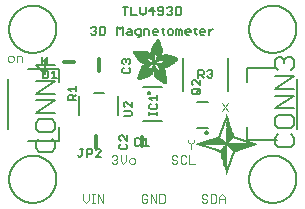
<source format=gbr>
G04 EAGLE Gerber RS-274X export*
G75*
%MOMM*%
%FSLAX34Y34*%
%LPD*%
%INSilkscreen Top*%
%IPPOS*%
%AMOC8*
5,1,8,0,0,1.08239X$1,22.5*%
G01*
%ADD10C,0.101600*%
%ADD11C,0.127000*%
%ADD12C,0.304800*%
%ADD13C,0.152400*%
%ADD14C,0.203200*%
%ADD15R,0.050800X0.006300*%
%ADD16R,0.082600X0.006400*%
%ADD17R,0.120600X0.006300*%
%ADD18R,0.139700X0.006400*%
%ADD19R,0.158800X0.006300*%
%ADD20R,0.177800X0.006400*%
%ADD21R,0.196800X0.006300*%
%ADD22R,0.215900X0.006400*%
%ADD23R,0.228600X0.006300*%
%ADD24R,0.241300X0.006400*%
%ADD25R,0.254000X0.006300*%
%ADD26R,0.266700X0.006400*%
%ADD27R,0.279400X0.006300*%
%ADD28R,0.285700X0.006400*%
%ADD29R,0.298400X0.006300*%
%ADD30R,0.311200X0.006400*%
%ADD31R,0.317500X0.006300*%
%ADD32R,0.330200X0.006400*%
%ADD33R,0.336600X0.006300*%
%ADD34R,0.349200X0.006400*%
%ADD35R,0.361900X0.006300*%
%ADD36R,0.368300X0.006400*%
%ADD37R,0.381000X0.006300*%
%ADD38R,0.387300X0.006400*%
%ADD39R,0.393700X0.006300*%
%ADD40R,0.406400X0.006400*%
%ADD41R,0.412700X0.006300*%
%ADD42R,0.419100X0.006400*%
%ADD43R,0.431800X0.006300*%
%ADD44R,0.438100X0.006400*%
%ADD45R,0.450800X0.006300*%
%ADD46R,0.457200X0.006400*%
%ADD47R,0.463500X0.006300*%
%ADD48R,0.476200X0.006400*%
%ADD49R,0.482600X0.006300*%
%ADD50R,0.488900X0.006400*%
%ADD51R,0.501600X0.006300*%
%ADD52R,0.508000X0.006400*%
%ADD53R,0.514300X0.006300*%
%ADD54R,0.527000X0.006400*%
%ADD55R,0.533400X0.006300*%
%ADD56R,0.546100X0.006400*%
%ADD57R,0.552400X0.006300*%
%ADD58R,0.558800X0.006400*%
%ADD59R,0.571500X0.006300*%
%ADD60R,0.577800X0.006400*%
%ADD61R,0.584200X0.006300*%
%ADD62R,0.596900X0.006400*%
%ADD63R,0.603200X0.006300*%
%ADD64R,0.609600X0.006400*%
%ADD65R,0.622300X0.006300*%
%ADD66R,0.628600X0.006400*%
%ADD67R,0.641300X0.006300*%
%ADD68R,0.647700X0.006400*%
%ADD69R,0.063500X0.006300*%
%ADD70R,0.654000X0.006300*%
%ADD71R,0.101600X0.006400*%
%ADD72R,0.666700X0.006400*%
%ADD73R,0.139700X0.006300*%
%ADD74R,0.673100X0.006300*%
%ADD75R,0.165100X0.006400*%
%ADD76R,0.679400X0.006400*%
%ADD77R,0.196900X0.006300*%
%ADD78R,0.692100X0.006300*%
%ADD79R,0.222200X0.006400*%
%ADD80R,0.698500X0.006400*%
%ADD81R,0.247700X0.006300*%
%ADD82R,0.704800X0.006300*%
%ADD83R,0.279400X0.006400*%
%ADD84R,0.717500X0.006400*%
%ADD85R,0.298500X0.006300*%
%ADD86R,0.723900X0.006300*%
%ADD87R,0.736600X0.006400*%
%ADD88R,0.342900X0.006300*%
%ADD89R,0.742900X0.006300*%
%ADD90R,0.374700X0.006400*%
%ADD91R,0.749300X0.006400*%
%ADD92R,0.762000X0.006300*%
%ADD93R,0.412700X0.006400*%
%ADD94R,0.768300X0.006400*%
%ADD95R,0.438100X0.006300*%
%ADD96R,0.774700X0.006300*%
%ADD97R,0.463600X0.006400*%
%ADD98R,0.787400X0.006400*%
%ADD99R,0.793700X0.006300*%
%ADD100R,0.495300X0.006400*%
%ADD101R,0.800100X0.006400*%
%ADD102R,0.520700X0.006300*%
%ADD103R,0.812800X0.006300*%
%ADD104R,0.533400X0.006400*%
%ADD105R,0.819100X0.006400*%
%ADD106R,0.558800X0.006300*%
%ADD107R,0.825500X0.006300*%
%ADD108R,0.577900X0.006400*%
%ADD109R,0.831800X0.006400*%
%ADD110R,0.596900X0.006300*%
%ADD111R,0.844500X0.006300*%
%ADD112R,0.616000X0.006400*%
%ADD113R,0.850900X0.006400*%
%ADD114R,0.635000X0.006300*%
%ADD115R,0.857200X0.006300*%
%ADD116R,0.654100X0.006400*%
%ADD117R,0.863600X0.006400*%
%ADD118R,0.666700X0.006300*%
%ADD119R,0.869900X0.006300*%
%ADD120R,0.685800X0.006400*%
%ADD121R,0.876300X0.006400*%
%ADD122R,0.882600X0.006300*%
%ADD123R,0.723900X0.006400*%
%ADD124R,0.889000X0.006400*%
%ADD125R,0.895300X0.006300*%
%ADD126R,0.755700X0.006400*%
%ADD127R,0.901700X0.006400*%
%ADD128R,0.908000X0.006300*%
%ADD129R,0.793800X0.006400*%
%ADD130R,0.914400X0.006400*%
%ADD131R,0.806400X0.006300*%
%ADD132R,0.920700X0.006300*%
%ADD133R,0.825500X0.006400*%
%ADD134R,0.927100X0.006400*%
%ADD135R,0.933400X0.006300*%
%ADD136R,0.857300X0.006400*%
%ADD137R,0.939800X0.006400*%
%ADD138R,0.870000X0.006300*%
%ADD139R,0.939800X0.006300*%
%ADD140R,0.946100X0.006400*%
%ADD141R,0.952500X0.006300*%
%ADD142R,0.908000X0.006400*%
%ADD143R,0.958800X0.006400*%
%ADD144R,0.965200X0.006300*%
%ADD145R,0.965200X0.006400*%
%ADD146R,0.971500X0.006300*%
%ADD147R,0.952500X0.006400*%
%ADD148R,0.977900X0.006400*%
%ADD149R,0.958800X0.006300*%
%ADD150R,0.984200X0.006300*%
%ADD151R,0.971500X0.006400*%
%ADD152R,0.984200X0.006400*%
%ADD153R,0.990600X0.006300*%
%ADD154R,0.984300X0.006400*%
%ADD155R,0.996900X0.006400*%
%ADD156R,0.997000X0.006300*%
%ADD157R,0.996900X0.006300*%
%ADD158R,1.003300X0.006400*%
%ADD159R,1.016000X0.006300*%
%ADD160R,1.009600X0.006300*%
%ADD161R,1.016000X0.006400*%
%ADD162R,1.009600X0.006400*%
%ADD163R,1.022300X0.006300*%
%ADD164R,1.028700X0.006400*%
%ADD165R,1.035100X0.006300*%
%ADD166R,1.047800X0.006400*%
%ADD167R,1.054100X0.006300*%
%ADD168R,1.028700X0.006300*%
%ADD169R,1.054100X0.006400*%
%ADD170R,1.035000X0.006400*%
%ADD171R,1.060400X0.006300*%
%ADD172R,1.035000X0.006300*%
%ADD173R,1.060500X0.006400*%
%ADD174R,1.041400X0.006400*%
%ADD175R,1.066800X0.006300*%
%ADD176R,1.041400X0.006300*%
%ADD177R,1.079500X0.006400*%
%ADD178R,1.047700X0.006400*%
%ADD179R,1.085900X0.006300*%
%ADD180R,1.047700X0.006300*%
%ADD181R,1.085800X0.006400*%
%ADD182R,1.092200X0.006300*%
%ADD183R,1.085900X0.006400*%
%ADD184R,1.098600X0.006300*%
%ADD185R,1.098600X0.006400*%
%ADD186R,1.060400X0.006400*%
%ADD187R,1.104900X0.006300*%
%ADD188R,1.104900X0.006400*%
%ADD189R,1.066800X0.006400*%
%ADD190R,1.111200X0.006300*%
%ADD191R,1.117600X0.006400*%
%ADD192R,1.117600X0.006300*%
%ADD193R,1.073100X0.006300*%
%ADD194R,1.073100X0.006400*%
%ADD195R,1.124000X0.006300*%
%ADD196R,1.079500X0.006300*%
%ADD197R,1.123900X0.006400*%
%ADD198R,1.130300X0.006300*%
%ADD199R,1.130300X0.006400*%
%ADD200R,1.136700X0.006400*%
%ADD201R,1.136700X0.006300*%
%ADD202R,1.085800X0.006300*%
%ADD203R,1.136600X0.006400*%
%ADD204R,1.136600X0.006300*%
%ADD205R,1.143000X0.006400*%
%ADD206R,1.143000X0.006300*%
%ADD207R,1.149400X0.006300*%
%ADD208R,1.149300X0.006300*%
%ADD209R,1.149300X0.006400*%
%ADD210R,1.149400X0.006400*%
%ADD211R,1.155700X0.006400*%
%ADD212R,1.155700X0.006300*%
%ADD213R,1.060500X0.006300*%
%ADD214R,2.197100X0.006400*%
%ADD215R,2.197100X0.006300*%
%ADD216R,2.184400X0.006300*%
%ADD217R,2.184400X0.006400*%
%ADD218R,2.171700X0.006400*%
%ADD219R,2.171700X0.006300*%
%ADD220R,1.530300X0.006400*%
%ADD221R,1.505000X0.006300*%
%ADD222R,1.492300X0.006400*%
%ADD223R,1.485900X0.006300*%
%ADD224R,0.565200X0.006300*%
%ADD225R,1.473200X0.006400*%
%ADD226R,0.565200X0.006400*%
%ADD227R,1.460500X0.006300*%
%ADD228R,1.454100X0.006400*%
%ADD229R,0.552400X0.006400*%
%ADD230R,1.441500X0.006300*%
%ADD231R,0.546100X0.006300*%
%ADD232R,1.435100X0.006400*%
%ADD233R,0.539800X0.006400*%
%ADD234R,1.428800X0.006300*%
%ADD235R,1.422400X0.006400*%
%ADD236R,1.409700X0.006300*%
%ADD237R,0.527100X0.006300*%
%ADD238R,1.403300X0.006400*%
%ADD239R,0.527100X0.006400*%
%ADD240R,1.390700X0.006300*%
%ADD241R,1.384300X0.006400*%
%ADD242R,0.520700X0.006400*%
%ADD243R,1.384300X0.006300*%
%ADD244R,0.514400X0.006300*%
%ADD245R,1.371600X0.006400*%
%ADD246R,1.365200X0.006300*%
%ADD247R,0.508000X0.006300*%
%ADD248R,1.352600X0.006400*%
%ADD249R,0.501700X0.006400*%
%ADD250R,0.711200X0.006300*%
%ADD251R,0.603300X0.006300*%
%ADD252R,0.501700X0.006300*%
%ADD253R,0.692100X0.006400*%
%ADD254R,0.571500X0.006400*%
%ADD255R,0.679400X0.006300*%
%ADD256R,0.495300X0.006300*%
%ADD257R,0.673100X0.006400*%
%ADD258R,0.666800X0.006300*%
%ADD259R,0.488900X0.006300*%
%ADD260R,0.660400X0.006400*%
%ADD261R,0.482600X0.006400*%
%ADD262R,0.476200X0.006300*%
%ADD263R,0.654000X0.006400*%
%ADD264R,0.469900X0.006400*%
%ADD265R,0.476300X0.006400*%
%ADD266R,0.647700X0.006300*%
%ADD267R,0.457200X0.006300*%
%ADD268R,0.469900X0.006300*%
%ADD269R,0.641300X0.006400*%
%ADD270R,0.444500X0.006400*%
%ADD271R,0.463600X0.006300*%
%ADD272R,0.635000X0.006400*%
%ADD273R,0.463500X0.006400*%
%ADD274R,0.393700X0.006400*%
%ADD275R,0.450800X0.006400*%
%ADD276R,0.628600X0.006300*%
%ADD277R,0.387400X0.006300*%
%ADD278R,0.450900X0.006300*%
%ADD279R,0.628700X0.006400*%
%ADD280R,0.374600X0.006400*%
%ADD281R,0.368300X0.006300*%
%ADD282R,0.438200X0.006300*%
%ADD283R,0.622300X0.006400*%
%ADD284R,0.355600X0.006400*%
%ADD285R,0.431800X0.006400*%
%ADD286R,0.349300X0.006300*%
%ADD287R,0.425400X0.006300*%
%ADD288R,0.615900X0.006300*%
%ADD289R,0.330200X0.006300*%
%ADD290R,0.419100X0.006300*%
%ADD291R,0.616000X0.006300*%
%ADD292R,0.311200X0.006300*%
%ADD293R,0.406400X0.006300*%
%ADD294R,0.615900X0.006400*%
%ADD295R,0.304800X0.006400*%
%ADD296R,0.158800X0.006400*%
%ADD297R,0.609600X0.006300*%
%ADD298R,0.292100X0.006300*%
%ADD299R,0.235000X0.006300*%
%ADD300R,0.387400X0.006400*%
%ADD301R,0.292100X0.006400*%
%ADD302R,0.336500X0.006300*%
%ADD303R,0.260400X0.006300*%
%ADD304R,0.603300X0.006400*%
%ADD305R,0.260400X0.006400*%
%ADD306R,0.362000X0.006400*%
%ADD307R,0.450900X0.006400*%
%ADD308R,0.355600X0.006300*%
%ADD309R,0.342900X0.006400*%
%ADD310R,0.514300X0.006400*%
%ADD311R,0.234900X0.006300*%
%ADD312R,0.539700X0.006300*%
%ADD313R,0.603200X0.006400*%
%ADD314R,0.234900X0.006400*%
%ADD315R,0.920700X0.006400*%
%ADD316R,0.958900X0.006400*%
%ADD317R,0.215900X0.006300*%
%ADD318R,0.209600X0.006400*%
%ADD319R,0.203200X0.006300*%
%ADD320R,1.003300X0.006300*%
%ADD321R,0.203200X0.006400*%
%ADD322R,0.196900X0.006400*%
%ADD323R,0.190500X0.006300*%
%ADD324R,0.190500X0.006400*%
%ADD325R,0.184200X0.006300*%
%ADD326R,0.590500X0.006400*%
%ADD327R,0.184200X0.006400*%
%ADD328R,0.590500X0.006300*%
%ADD329R,0.177800X0.006300*%
%ADD330R,0.584200X0.006400*%
%ADD331R,1.168400X0.006400*%
%ADD332R,0.171500X0.006300*%
%ADD333R,1.187500X0.006300*%
%ADD334R,1.200100X0.006400*%
%ADD335R,0.577800X0.006300*%
%ADD336R,1.212900X0.006300*%
%ADD337R,1.231900X0.006400*%
%ADD338R,1.250900X0.006300*%
%ADD339R,0.565100X0.006400*%
%ADD340R,0.184100X0.006400*%
%ADD341R,1.263700X0.006400*%
%ADD342R,0.565100X0.006300*%
%ADD343R,1.289100X0.006300*%
%ADD344R,1.314400X0.006400*%
%ADD345R,0.552500X0.006300*%
%ADD346R,1.568500X0.006300*%
%ADD347R,0.552500X0.006400*%
%ADD348R,1.581200X0.006400*%
%ADD349R,1.593800X0.006300*%
%ADD350R,1.606500X0.006400*%
%ADD351R,1.619300X0.006300*%
%ADD352R,0.514400X0.006400*%
%ADD353R,1.638300X0.006400*%
%ADD354R,1.657300X0.006300*%
%ADD355R,2.209800X0.006400*%
%ADD356R,2.425700X0.006300*%
%ADD357R,2.470100X0.006400*%
%ADD358R,2.501900X0.006300*%
%ADD359R,2.533700X0.006400*%
%ADD360R,2.559000X0.006300*%
%ADD361R,2.584500X0.006400*%
%ADD362R,2.609900X0.006300*%
%ADD363R,2.628900X0.006400*%
%ADD364R,2.660600X0.006300*%
%ADD365R,2.673400X0.006400*%
%ADD366R,1.422400X0.006300*%
%ADD367R,1.200200X0.006300*%
%ADD368R,1.365300X0.006300*%
%ADD369R,1.365300X0.006400*%
%ADD370R,1.352500X0.006300*%
%ADD371R,1.098500X0.006300*%
%ADD372R,1.358900X0.006400*%
%ADD373R,1.352600X0.006300*%
%ADD374R,1.358900X0.006300*%
%ADD375R,1.371600X0.006300*%
%ADD376R,1.377900X0.006400*%
%ADD377R,1.397000X0.006400*%
%ADD378R,1.403300X0.006300*%
%ADD379R,0.914400X0.006300*%
%ADD380R,0.876300X0.006300*%
%ADD381R,0.374600X0.006300*%
%ADD382R,1.073200X0.006400*%
%ADD383R,0.374700X0.006300*%
%ADD384R,0.844600X0.006400*%
%ADD385R,0.844600X0.006300*%
%ADD386R,0.831900X0.006400*%
%ADD387R,1.092200X0.006400*%
%ADD388R,0.400000X0.006300*%
%ADD389R,0.819200X0.006400*%
%ADD390R,1.111300X0.006400*%
%ADD391R,0.812800X0.006400*%
%ADD392R,0.800100X0.006300*%
%ADD393R,0.476300X0.006300*%
%ADD394R,1.181100X0.006300*%
%ADD395R,0.501600X0.006400*%
%ADD396R,1.193800X0.006400*%
%ADD397R,0.781000X0.006400*%
%ADD398R,1.238200X0.006400*%
%ADD399R,0.781100X0.006300*%
%ADD400R,1.257300X0.006300*%
%ADD401R,1.295400X0.006400*%
%ADD402R,1.333500X0.006300*%
%ADD403R,0.774700X0.006400*%
%ADD404R,1.866900X0.006400*%
%ADD405R,0.209600X0.006300*%
%ADD406R,1.866900X0.006300*%
%ADD407R,0.768400X0.006400*%
%ADD408R,0.209500X0.006400*%
%ADD409R,1.860600X0.006400*%
%ADD410R,0.762000X0.006400*%
%ADD411R,0.768400X0.006300*%
%ADD412R,1.860600X0.006300*%
%ADD413R,1.860500X0.006400*%
%ADD414R,0.222300X0.006300*%
%ADD415R,1.854200X0.006300*%
%ADD416R,0.235000X0.006400*%
%ADD417R,1.854200X0.006400*%
%ADD418R,0.768300X0.006300*%
%ADD419R,0.260300X0.006400*%
%ADD420R,1.847800X0.006400*%
%ADD421R,0.266700X0.006300*%
%ADD422R,1.847800X0.006300*%
%ADD423R,0.273100X0.006400*%
%ADD424R,1.841500X0.006400*%
%ADD425R,0.285800X0.006300*%
%ADD426R,1.841500X0.006300*%
%ADD427R,0.298500X0.006400*%
%ADD428R,1.835100X0.006400*%
%ADD429R,0.781000X0.006300*%
%ADD430R,0.304800X0.006300*%
%ADD431R,1.835100X0.006300*%
%ADD432R,0.317500X0.006400*%
%ADD433R,1.828800X0.006400*%
%ADD434R,0.787400X0.006300*%
%ADD435R,0.323800X0.006300*%
%ADD436R,1.828800X0.006300*%
%ADD437R,0.793700X0.006400*%
%ADD438R,1.822400X0.006400*%
%ADD439R,0.806500X0.006300*%
%ADD440R,1.822400X0.006300*%
%ADD441R,1.816100X0.006400*%
%ADD442R,0.819100X0.006300*%
%ADD443R,0.387300X0.006300*%
%ADD444R,1.816100X0.006300*%
%ADD445R,1.809800X0.006400*%
%ADD446R,1.803400X0.006300*%
%ADD447R,1.797000X0.006400*%
%ADD448R,0.901700X0.006300*%
%ADD449R,1.797000X0.006300*%
%ADD450R,1.441400X0.006400*%
%ADD451R,1.790700X0.006400*%
%ADD452R,1.447800X0.006300*%
%ADD453R,1.784300X0.006300*%
%ADD454R,1.447800X0.006400*%
%ADD455R,1.784300X0.006400*%
%ADD456R,1.454100X0.006300*%
%ADD457R,1.771700X0.006300*%
%ADD458R,1.460500X0.006400*%
%ADD459R,1.759000X0.006400*%
%ADD460R,1.466800X0.006300*%
%ADD461R,1.752600X0.006300*%
%ADD462R,1.466800X0.006400*%
%ADD463R,1.739900X0.006400*%
%ADD464R,1.473200X0.006300*%
%ADD465R,1.727200X0.006300*%
%ADD466R,1.479500X0.006400*%
%ADD467R,1.714500X0.006400*%
%ADD468R,1.695400X0.006300*%
%ADD469R,1.485900X0.006400*%
%ADD470R,1.682700X0.006400*%
%ADD471R,1.492200X0.006300*%
%ADD472R,1.663700X0.006300*%
%ADD473R,1.498600X0.006400*%
%ADD474R,1.644600X0.006400*%
%ADD475R,1.498600X0.006300*%
%ADD476R,1.619200X0.006300*%
%ADD477R,1.511300X0.006400*%
%ADD478R,1.600200X0.006400*%
%ADD479R,1.517700X0.006300*%
%ADD480R,1.574800X0.006300*%
%ADD481R,1.524000X0.006400*%
%ADD482R,1.555800X0.006400*%
%ADD483R,1.524000X0.006300*%
%ADD484R,1.536700X0.006300*%
%ADD485R,1.530400X0.006400*%
%ADD486R,1.517700X0.006400*%
%ADD487R,1.492300X0.006300*%
%ADD488R,1.549400X0.006400*%
%ADD489R,1.479600X0.006400*%
%ADD490R,1.549400X0.006300*%
%ADD491R,1.555700X0.006400*%
%ADD492R,1.562100X0.006300*%
%ADD493R,0.323900X0.006300*%
%ADD494R,1.568400X0.006400*%
%ADD495R,0.336600X0.006400*%
%ADD496R,1.587500X0.006300*%
%ADD497R,0.971600X0.006300*%
%ADD498R,0.349300X0.006400*%
%ADD499R,1.600200X0.006300*%
%ADD500R,0.920800X0.006300*%
%ADD501R,0.882700X0.006400*%
%ADD502R,1.612900X0.006300*%
%ADD503R,0.362000X0.006300*%
%ADD504R,1.625600X0.006400*%
%ADD505R,1.625600X0.006300*%
%ADD506R,1.644600X0.006300*%
%ADD507R,0.736600X0.006300*%
%ADD508R,0.717600X0.006400*%
%ADD509R,1.657400X0.006300*%
%ADD510R,0.679500X0.006300*%
%ADD511R,1.663700X0.006400*%
%ADD512R,0.400000X0.006400*%
%ADD513R,1.676400X0.006300*%
%ADD514R,1.676400X0.006400*%
%ADD515R,0.425500X0.006400*%
%ADD516R,1.352500X0.006400*%
%ADD517R,0.444500X0.006300*%
%ADD518R,0.361900X0.006400*%
%ADD519R,0.088900X0.006300*%
%ADD520R,1.009700X0.006300*%
%ADD521R,1.009700X0.006400*%
%ADD522R,1.022300X0.006400*%
%ADD523R,1.346200X0.006400*%
%ADD524R,1.346200X0.006300*%
%ADD525R,1.339900X0.006400*%
%ADD526R,1.035100X0.006400*%
%ADD527R,1.339800X0.006300*%
%ADD528R,1.333500X0.006400*%
%ADD529R,1.327200X0.006400*%
%ADD530R,1.320800X0.006300*%
%ADD531R,1.314500X0.006400*%
%ADD532R,1.314400X0.006300*%
%ADD533R,1.301700X0.006400*%
%ADD534R,1.295400X0.006300*%
%ADD535R,1.289000X0.006400*%
%ADD536R,1.276300X0.006300*%
%ADD537R,1.251000X0.006300*%
%ADD538R,1.244600X0.006400*%
%ADD539R,1.231900X0.006300*%
%ADD540R,1.212800X0.006400*%
%ADD541R,1.200100X0.006300*%
%ADD542R,1.187400X0.006400*%
%ADD543R,1.168400X0.006300*%
%ADD544R,1.047800X0.006300*%
%ADD545R,0.977900X0.006300*%
%ADD546R,0.946200X0.006400*%
%ADD547R,0.933400X0.006400*%
%ADD548R,0.895300X0.006400*%
%ADD549R,0.882700X0.006300*%
%ADD550R,0.863600X0.006300*%
%ADD551R,0.857200X0.006400*%
%ADD552R,0.850900X0.006300*%
%ADD553R,0.838200X0.006300*%
%ADD554R,0.806500X0.006400*%
%ADD555R,0.717600X0.006300*%
%ADD556R,0.711200X0.006400*%
%ADD557R,0.641400X0.006400*%
%ADD558R,0.641400X0.006300*%
%ADD559R,0.628700X0.006300*%
%ADD560R,0.590600X0.006300*%
%ADD561R,0.539700X0.006400*%
%ADD562R,0.285700X0.006300*%
%ADD563R,0.222200X0.006300*%
%ADD564R,0.171400X0.006300*%
%ADD565R,0.152400X0.006400*%
%ADD566R,0.133400X0.006300*%
%ADD567R,0.127000X0.762000*%
%ADD568R,0.005078X0.005078*%
%ADD569R,0.010159X0.005081*%
%ADD570R,0.015241X0.005078*%
%ADD571R,0.020322X0.005081*%
%ADD572R,0.020322X0.005078*%
%ADD573R,0.025400X0.005081*%
%ADD574R,0.030478X0.005081*%
%ADD575R,0.035559X0.005078*%
%ADD576R,0.035559X0.005081*%
%ADD577R,0.045722X0.005081*%
%ADD578R,0.045722X0.005078*%
%ADD579R,0.055878X0.005081*%
%ADD580R,0.055878X0.005078*%
%ADD581R,0.060959X0.005081*%
%ADD582R,0.066041X0.005081*%
%ADD583R,0.066041X0.005078*%
%ADD584R,0.071119X0.005081*%
%ADD585R,0.076200X0.005078*%
%ADD586R,0.076200X0.005081*%
%ADD587R,0.081281X0.005081*%
%ADD588R,0.081281X0.005078*%
%ADD589R,0.086359X0.005081*%
%ADD590R,0.091441X0.005078*%
%ADD591R,0.091441X0.005081*%
%ADD592R,0.101600X0.005081*%
%ADD593R,0.101600X0.005078*%
%ADD594R,0.111759X0.005078*%
%ADD595R,0.111759X0.005081*%
%ADD596R,0.116838X0.005078*%
%ADD597R,0.121919X0.005081*%
%ADD598R,0.127000X0.005078*%
%ADD599R,0.127000X0.005081*%
%ADD600R,0.132081X0.005081*%
%ADD601R,0.137162X0.005078*%
%ADD602R,0.137162X0.005081*%
%ADD603R,0.142241X0.005078*%
%ADD604R,0.147319X0.005081*%
%ADD605R,0.147319X0.005078*%
%ADD606R,0.157481X0.005081*%
%ADD607R,0.157481X0.005078*%
%ADD608R,0.162559X0.005081*%
%ADD609R,0.167637X0.005081*%
%ADD610R,0.167637X0.005078*%
%ADD611R,0.172719X0.005081*%
%ADD612R,0.177800X0.005078*%
%ADD613R,0.177800X0.005081*%
%ADD614R,0.182881X0.005081*%
%ADD615R,0.182881X0.005078*%
%ADD616R,0.193041X0.005081*%
%ADD617R,0.193041X0.005078*%
%ADD618R,0.203200X0.005081*%
%ADD619R,0.203200X0.005078*%
%ADD620R,0.213359X0.005078*%
%ADD621R,0.213359X0.005081*%
%ADD622R,0.218441X0.005078*%
%ADD623R,0.223519X0.005081*%
%ADD624R,0.228600X0.005078*%
%ADD625R,0.228600X0.005081*%
%ADD626R,0.233681X0.005081*%
%ADD627R,0.238759X0.005078*%
%ADD628R,0.238759X0.005081*%
%ADD629R,0.243841X0.005078*%
%ADD630R,0.248922X0.005081*%
%ADD631R,0.254000X0.005078*%
%ADD632R,0.259078X0.005081*%
%ADD633R,0.259078X0.005078*%
%ADD634R,0.264159X0.005081*%
%ADD635R,0.269241X0.005081*%
%ADD636R,0.269241X0.005078*%
%ADD637R,0.274322X0.005081*%
%ADD638R,0.279400X0.005078*%
%ADD639R,0.279400X0.005081*%
%ADD640R,0.284478X0.005081*%
%ADD641R,0.284478X0.005078*%
%ADD642R,0.294641X0.005081*%
%ADD643R,0.294641X0.005078*%
%ADD644R,0.167641X0.005081*%
%ADD645R,0.132078X0.005081*%
%ADD646R,0.167641X0.005078*%
%ADD647R,0.132078X0.005078*%
%ADD648R,0.172719X0.005078*%
%ADD649R,0.132081X0.005078*%
%ADD650R,0.137159X0.005078*%
%ADD651R,0.182878X0.005081*%
%ADD652R,0.182878X0.005078*%
%ADD653R,0.187959X0.005078*%
%ADD654R,0.187959X0.005081*%
%ADD655R,0.198119X0.005081*%
%ADD656R,0.198119X0.005078*%
%ADD657R,0.137159X0.005081*%
%ADD658R,0.208278X0.005078*%
%ADD659R,0.208278X0.005081*%
%ADD660R,0.218441X0.005081*%
%ADD661R,0.223519X0.005078*%
%ADD662R,0.233678X0.005078*%
%ADD663R,0.233678X0.005081*%
%ADD664R,0.243841X0.005081*%
%ADD665R,0.248919X0.005078*%
%ADD666R,0.248919X0.005081*%
%ADD667R,0.254000X0.005081*%
%ADD668R,0.264159X0.005078*%
%ADD669R,0.274319X0.005081*%
%ADD670R,0.274319X0.005078*%
%ADD671R,0.289559X0.005081*%
%ADD672R,0.289559X0.005078*%
%ADD673R,0.299719X0.005078*%
%ADD674R,0.299719X0.005081*%
%ADD675R,0.304800X0.005081*%
%ADD676R,0.304800X0.005078*%
%ADD677R,0.309878X0.005078*%
%ADD678R,0.309878X0.005081*%
%ADD679R,0.314959X0.005078*%
%ADD680R,0.314959X0.005081*%
%ADD681R,0.320041X0.005081*%
%ADD682R,0.320041X0.005078*%
%ADD683R,0.325119X0.005078*%
%ADD684R,0.325119X0.005081*%
%ADD685R,0.330200X0.005078*%
%ADD686R,0.330200X0.005081*%
%ADD687R,0.335278X0.005081*%
%ADD688R,0.335278X0.005078*%
%ADD689R,0.340359X0.005078*%
%ADD690R,0.340359X0.005081*%
%ADD691R,0.345441X0.005078*%
%ADD692R,0.345441X0.005081*%
%ADD693R,0.350519X0.005081*%
%ADD694R,0.350519X0.005078*%
%ADD695R,0.355600X0.005078*%
%ADD696R,0.355600X0.005081*%
%ADD697R,0.360678X0.005078*%
%ADD698R,0.360678X0.005081*%
%ADD699R,0.365759X0.005081*%
%ADD700R,0.365759X0.005078*%
%ADD701R,0.370841X0.005078*%
%ADD702R,0.370841X0.005081*%
%ADD703R,0.375919X0.005078*%
%ADD704R,0.375919X0.005081*%
%ADD705R,0.381000X0.005081*%
%ADD706R,0.381000X0.005078*%
%ADD707R,0.386078X0.005078*%
%ADD708R,0.386078X0.005081*%
%ADD709R,0.391159X0.005078*%
%ADD710R,0.391159X0.005081*%
%ADD711R,0.396241X0.005081*%
%ADD712R,0.396241X0.005078*%
%ADD713R,0.401319X0.005078*%
%ADD714R,0.401319X0.005081*%
%ADD715R,0.406400X0.005078*%
%ADD716R,0.406400X0.005081*%
%ADD717R,0.411478X0.005081*%
%ADD718R,0.411478X0.005078*%
%ADD719R,0.416559X0.005078*%
%ADD720R,0.416559X0.005081*%
%ADD721R,0.421641X0.005078*%
%ADD722R,0.421641X0.005081*%
%ADD723R,0.426719X0.005081*%
%ADD724R,0.426719X0.005078*%
%ADD725R,0.431800X0.005078*%
%ADD726R,0.431800X0.005081*%
%ADD727R,0.436878X0.005078*%
%ADD728R,0.436878X0.005081*%
%ADD729R,0.441959X0.005081*%
%ADD730R,0.441959X0.005078*%
%ADD731R,0.447041X0.005081*%
%ADD732R,0.447041X0.005078*%
%ADD733R,0.452119X0.005078*%
%ADD734R,0.452119X0.005081*%
%ADD735R,0.457200X0.005081*%
%ADD736R,0.457200X0.005078*%
%ADD737R,0.462278X0.005081*%
%ADD738R,0.462278X0.005078*%
%ADD739R,0.467359X0.005078*%
%ADD740R,0.467359X0.005081*%
%ADD741R,0.472441X0.005081*%
%ADD742R,0.472441X0.005078*%
%ADD743R,0.477519X0.005081*%
%ADD744R,0.477519X0.005078*%
%ADD745R,0.482600X0.005078*%
%ADD746R,0.482600X0.005081*%
%ADD747R,0.487678X0.005081*%
%ADD748R,0.487678X0.005078*%
%ADD749R,0.492759X0.005081*%
%ADD750R,0.492759X0.005078*%
%ADD751R,0.497841X0.005078*%
%ADD752R,0.497841X0.005081*%
%ADD753R,0.502919X0.005081*%
%ADD754R,0.502919X0.005078*%
%ADD755R,0.508000X0.005081*%
%ADD756R,0.508000X0.005078*%
%ADD757R,0.513078X0.005078*%
%ADD758R,0.513078X0.005081*%
%ADD759R,0.518159X0.005081*%
%ADD760R,0.518159X0.005078*%
%ADD761R,0.523241X0.005081*%
%ADD762R,0.523241X0.005078*%
%ADD763R,0.528319X0.005078*%
%ADD764R,0.528319X0.005081*%
%ADD765R,0.533400X0.005081*%
%ADD766R,0.533400X0.005078*%
%ADD767R,0.538478X0.005081*%
%ADD768R,0.538478X0.005078*%
%ADD769R,0.543559X0.005078*%
%ADD770R,0.543559X0.005081*%
%ADD771R,0.548641X0.005081*%
%ADD772R,0.548641X0.005078*%
%ADD773R,0.553719X0.005081*%
%ADD774R,0.553719X0.005078*%
%ADD775R,0.558800X0.005078*%
%ADD776R,0.558800X0.005081*%
%ADD777R,0.563878X0.005081*%
%ADD778R,0.563878X0.005078*%
%ADD779R,0.568959X0.005081*%
%ADD780R,0.568959X0.005078*%
%ADD781R,0.574041X0.005081*%
%ADD782R,0.574041X0.005078*%
%ADD783R,0.579119X0.005081*%
%ADD784R,0.579119X0.005078*%
%ADD785R,0.584200X0.005081*%
%ADD786R,0.584200X0.005078*%
%ADD787R,0.589278X0.005081*%
%ADD788R,0.589278X0.005078*%
%ADD789R,0.594359X0.005081*%
%ADD790R,0.594359X0.005078*%
%ADD791R,0.599441X0.005081*%
%ADD792R,0.142241X0.005081*%
%ADD793R,0.599441X0.005078*%
%ADD794R,0.172722X0.005081*%
%ADD795R,0.604519X0.005081*%
%ADD796R,0.604519X0.005078*%
%ADD797R,0.609600X0.005078*%
%ADD798R,0.624841X0.005081*%
%ADD799R,0.640078X0.005081*%
%ADD800R,0.655319X0.005078*%
%ADD801R,0.670559X0.005081*%
%ADD802R,0.685800X0.005078*%
%ADD803R,0.701041X0.005081*%
%ADD804R,0.294637X0.005081*%
%ADD805R,0.721359X0.005081*%
%ADD806R,0.736600X0.005078*%
%ADD807R,0.751841X0.005081*%
%ADD808R,0.767078X0.005078*%
%ADD809R,0.782319X0.005081*%
%ADD810R,0.360681X0.005081*%
%ADD811R,0.802641X0.005081*%
%ADD812R,0.386081X0.005081*%
%ADD813R,0.817878X0.005078*%
%ADD814R,0.833119X0.005081*%
%ADD815R,0.848359X0.005078*%
%ADD816R,0.863600X0.005081*%
%ADD817R,0.883919X0.005081*%
%ADD818R,0.899159X0.005078*%
%ADD819R,0.502922X0.005078*%
%ADD820R,0.914400X0.005081*%
%ADD821R,0.929641X0.005078*%
%ADD822R,0.416563X0.005078*%
%ADD823R,0.619759X0.005081*%
%ADD824R,0.640081X0.005078*%
%ADD825R,0.411481X0.005081*%
%ADD826R,0.660400X0.005081*%
%ADD827R,0.675641X0.005081*%
%ADD828R,0.695963X0.005078*%
%ADD829R,0.716278X0.005081*%
%ADD830R,0.411481X0.005078*%
%ADD831R,0.756919X0.005081*%
%ADD832R,0.777241X0.005081*%
%ADD833R,0.792481X0.005078*%
%ADD834R,0.416563X0.005081*%
%ADD835R,0.812800X0.005081*%
%ADD836R,0.838200X0.005078*%
%ADD837R,0.858519X0.005081*%
%ADD838R,0.878841X0.005081*%
%ADD839R,0.934719X0.005078*%
%ADD840R,0.955041X0.005081*%
%ADD841R,0.975363X0.005081*%
%ADD842R,0.995678X0.005078*%
%ADD843R,1.016000X0.005081*%
%ADD844R,1.031238X0.005078*%
%ADD845R,1.051559X0.005081*%
%ADD846R,1.071881X0.005081*%
%ADD847R,1.092200X0.005078*%
%ADD848R,1.112522X0.005081*%
%ADD849R,1.132838X0.005078*%
%ADD850R,1.148081X0.005081*%
%ADD851R,1.168400X0.005081*%
%ADD852R,1.188719X0.005078*%
%ADD853R,1.209041X0.005081*%
%ADD854R,1.229359X0.005078*%
%ADD855R,1.249681X0.005081*%
%ADD856R,1.264922X0.005081*%
%ADD857R,1.290322X0.005078*%
%ADD858R,1.310638X0.005081*%
%ADD859R,1.330959X0.005078*%
%ADD860R,1.351281X0.005081*%
%ADD861R,1.371600X0.005081*%
%ADD862R,1.386841X0.005078*%
%ADD863R,1.407159X0.005081*%
%ADD864R,1.427481X0.005078*%
%ADD865R,1.447800X0.005081*%
%ADD866R,1.468119X0.005081*%
%ADD867R,1.488441X0.005078*%
%ADD868R,1.503678X0.005081*%
%ADD869R,1.524000X0.005078*%
%ADD870R,1.544322X0.005081*%
%ADD871R,1.564641X0.005081*%
%ADD872R,1.584959X0.005078*%
%ADD873R,1.600200X0.005081*%
%ADD874R,1.620519X0.005078*%
%ADD875R,1.640841X0.005081*%
%ADD876R,1.661159X0.005081*%
%ADD877R,1.681481X0.005078*%
%ADD878R,1.701800X0.005081*%
%ADD879R,1.717041X0.005078*%
%ADD880R,1.742441X0.005081*%
%ADD881R,1.762759X0.005081*%
%ADD882R,1.783078X0.005078*%
%ADD883R,1.803400X0.005081*%
%ADD884R,1.823722X0.005078*%
%ADD885R,1.838959X0.005081*%
%ADD886R,1.859281X0.005081*%
%ADD887R,1.879600X0.005078*%
%ADD888R,1.899919X0.005081*%
%ADD889R,1.920241X0.005078*%
%ADD890R,1.940559X0.005081*%
%ADD891R,1.955800X0.005081*%
%ADD892R,1.976119X0.005078*%
%ADD893R,1.996441X0.005081*%
%ADD894R,2.016763X0.005078*%
%ADD895R,2.037078X0.005081*%
%ADD896R,2.057400X0.005081*%
%ADD897R,0.162559X0.005078*%
%ADD898R,2.072637X0.005078*%
%ADD899R,0.157478X0.005081*%
%ADD900R,2.092959X0.005081*%
%ADD901R,0.152400X0.005078*%
%ADD902R,2.113281X0.005078*%
%ADD903R,2.133600X0.005081*%
%ADD904R,2.153922X0.005081*%
%ADD905R,2.174238X0.005078*%
%ADD906R,2.194562X0.005081*%
%ADD907R,2.214878X0.005078*%
%ADD908R,2.235200X0.005081*%
%ADD909R,2.255519X0.005081*%
%ADD910R,0.116841X0.005078*%
%ADD911R,2.275841X0.005078*%
%ADD912R,2.296163X0.005081*%
%ADD913R,0.106678X0.005078*%
%ADD914R,2.311400X0.005078*%
%ADD915R,2.331722X0.005081*%
%ADD916R,0.096519X0.005081*%
%ADD917R,2.352038X0.005081*%
%ADD918R,2.372359X0.005078*%
%ADD919R,2.392681X0.005081*%
%ADD920R,0.081278X0.005078*%
%ADD921R,2.413000X0.005078*%
%ADD922R,2.504441X0.005081*%
%ADD923R,2.514600X0.005081*%
%ADD924R,2.529841X0.005078*%
%ADD925R,5.008878X0.005081*%
%ADD926R,5.044441X0.005078*%
%ADD927R,5.059678X0.005081*%
%ADD928R,5.074919X0.005081*%
%ADD929R,5.069841X0.005078*%
%ADD930R,5.054600X0.005081*%
%ADD931R,5.039359X0.005078*%
%ADD932R,5.019041X0.005081*%
%ADD933R,4.988559X0.005081*%
%ADD934R,4.958081X0.005078*%
%ADD935R,2.529841X0.005081*%
%ADD936R,2.519681X0.005078*%
%ADD937R,2.509519X0.005081*%
%ADD938R,0.391163X0.005081*%
%ADD939R,2.382519X0.005081*%
%ADD940R,2.362200X0.005078*%
%ADD941R,2.341881X0.005081*%
%ADD942R,2.321559X0.005078*%
%ADD943R,2.296159X0.005081*%
%ADD944R,2.275838X0.005081*%
%ADD945R,2.255522X0.005078*%
%ADD946R,0.142238X0.005078*%
%ADD947R,2.214881X0.005078*%
%ADD948R,2.194559X0.005081*%
%ADD949R,2.174238X0.005081*%
%ADD950R,2.153922X0.005078*%
%ADD951R,2.072637X0.005081*%
%ADD952R,2.052322X0.005078*%
%ADD953R,0.193038X0.005078*%
%ADD954R,0.386081X0.005078*%
%ADD955R,2.032000X0.005081*%
%ADD956R,2.011681X0.005078*%
%ADD957R,1.991359X0.005081*%
%ADD958R,1.971037X0.005081*%
%ADD959R,1.950722X0.005078*%
%ADD960R,0.218438X0.005078*%
%ADD961R,1.930400X0.005081*%
%ADD962R,1.910081X0.005078*%
%ADD963R,1.889759X0.005081*%
%ADD964R,1.869438X0.005081*%
%ADD965R,1.849122X0.005078*%
%ADD966R,0.243838X0.005078*%
%ADD967R,1.823719X0.005081*%
%ADD968R,1.803400X0.005078*%
%ADD969R,1.783081X0.005081*%
%ADD970R,1.742441X0.005078*%
%ADD971R,0.269238X0.005078*%
%ADD972R,0.391163X0.005078*%
%ADD973R,1.722119X0.005081*%
%ADD974R,1.696719X0.005078*%
%ADD975R,1.676400X0.005081*%
%ADD976R,1.656081X0.005081*%
%ADD977R,1.635759X0.005078*%
%ADD978R,0.294637X0.005078*%
%ADD979R,1.615441X0.005081*%
%ADD980R,1.595119X0.005078*%
%ADD981R,1.574800X0.005081*%
%ADD982R,1.554481X0.005081*%
%ADD983R,1.534159X0.005078*%
%ADD984R,0.320038X0.005078*%
%ADD985R,1.513841X0.005081*%
%ADD986R,1.493519X0.005078*%
%ADD987R,1.473200X0.005081*%
%ADD988R,1.452881X0.005081*%
%ADD989R,1.432559X0.005078*%
%ADD990R,0.345438X0.005078*%
%ADD991R,1.412241X0.005081*%
%ADD992R,1.391919X0.005078*%
%ADD993R,0.370838X0.005078*%
%ADD994R,1.310641X0.005081*%
%ADD995R,1.290319X0.005078*%
%ADD996R,1.270000X0.005081*%
%ADD997R,0.396238X0.005078*%
%ADD998R,1.127759X0.005078*%
%ADD999R,0.421637X0.005078*%
%ADD1000R,1.107441X0.005081*%
%ADD1001R,1.082037X0.005078*%
%ADD1002R,1.061722X0.005081*%
%ADD1003R,1.041400X0.005081*%
%ADD1004R,1.021081X0.005078*%
%ADD1005R,0.447038X0.005078*%
%ADD1006R,1.000759X0.005081*%
%ADD1007R,0.980438X0.005078*%
%ADD1008R,0.960122X0.005081*%
%ADD1009R,0.939800X0.005081*%
%ADD1010R,0.919481X0.005078*%
%ADD1011R,0.472438X0.005078*%
%ADD1012R,0.899159X0.005081*%
%ADD1013R,0.878838X0.005078*%
%ADD1014R,0.858522X0.005081*%
%ADD1015R,0.838200X0.005081*%
%ADD1016R,0.817881X0.005078*%
%ADD1017R,0.497838X0.005078*%
%ADD1018R,0.797559X0.005081*%
%ADD1019R,0.777238X0.005078*%
%ADD1020R,0.756922X0.005081*%
%ADD1021R,0.736600X0.005081*%
%ADD1022R,0.711200X0.005078*%
%ADD1023R,0.523238X0.005078*%
%ADD1024R,0.690881X0.005081*%
%ADD1025R,0.670559X0.005078*%
%ADD1026R,0.650241X0.005081*%
%ADD1027R,0.629919X0.005081*%
%ADD1028R,0.548638X0.005078*%
%ADD1029R,0.589281X0.005081*%
%ADD1030R,0.574037X0.005078*%
%ADD1031R,0.462281X0.005078*%
%ADD1032R,0.990600X0.005078*%
%ADD1033R,0.975359X0.005081*%
%ADD1034R,0.360681X0.005078*%
%ADD1035R,0.960119X0.005078*%
%ADD1036R,0.944878X0.005081*%
%ADD1037R,0.929638X0.005081*%
%ADD1038R,0.914400X0.005078*%
%ADD1039R,0.883919X0.005078*%
%ADD1040R,0.868678X0.005081*%
%ADD1041R,0.853438X0.005081*%
%ADD1042R,0.208281X0.005081*%
%ADD1043R,0.822959X0.005081*%
%ADD1044R,0.807719X0.005078*%
%ADD1045R,0.792478X0.005081*%
%ADD1046R,0.777238X0.005081*%
%ADD1047R,0.157478X0.005078*%
%ADD1048R,0.762000X0.005078*%
%ADD1049R,0.746759X0.005081*%
%ADD1050R,0.731519X0.005078*%
%ADD1051R,0.701037X0.005081*%
%ADD1052R,0.675638X0.005081*%
%ADD1053R,0.675638X0.005078*%
%ADD1054R,0.665478X0.005081*%
%ADD1055R,0.665478X0.005078*%
%ADD1056R,0.660400X0.005078*%
%ADD1057R,0.655319X0.005081*%
%ADD1058R,0.650238X0.005078*%
%ADD1059R,0.650238X0.005081*%
%ADD1060R,0.645159X0.005081*%
%ADD1061R,0.645159X0.005078*%
%ADD1062R,0.640078X0.005078*%
%ADD1063R,0.635000X0.005081*%
%ADD1064R,0.635000X0.005078*%
%ADD1065R,0.629919X0.005078*%
%ADD1066R,0.624838X0.005078*%
%ADD1067R,0.624838X0.005081*%
%ADD1068R,0.619759X0.005078*%
%ADD1069R,0.614678X0.005078*%
%ADD1070R,0.614678X0.005081*%
%ADD1071R,0.609600X0.005081*%
%ADD1072R,0.599438X0.005081*%
%ADD1073R,0.599438X0.005078*%
%ADD1074R,0.574037X0.005081*%
%ADD1075R,0.548638X0.005081*%
%ADD1076R,0.523238X0.005081*%
%ADD1077R,0.497838X0.005081*%
%ADD1078R,0.472438X0.005081*%
%ADD1079R,0.447038X0.005081*%
%ADD1080R,0.421637X0.005081*%
%ADD1081R,0.396238X0.005081*%
%ADD1082R,0.370838X0.005081*%
%ADD1083R,0.345438X0.005081*%
%ADD1084R,0.320038X0.005081*%
%ADD1085R,0.269238X0.005081*%
%ADD1086R,0.243838X0.005081*%
%ADD1087R,0.218438X0.005081*%
%ADD1088R,0.193038X0.005081*%
%ADD1089R,0.299722X0.005081*%
%ADD1090R,0.299722X0.005078*%
%ADD1091R,0.284481X0.005081*%
%ADD1092R,0.198122X0.005081*%
%ADD1093R,0.152400X0.005081*%
%ADD1094R,0.106681X0.005081*%
%ADD1095R,0.086363X0.005081*%
%ADD1096R,0.066037X0.005081*%
%ADD1097R,0.066037X0.005078*%
%ADD1098R,0.055881X0.005078*%
%ADD1099R,0.055881X0.005081*%
%ADD1100R,0.045719X0.005081*%
%ADD1101R,0.045719X0.005078*%
%ADD1102R,0.035563X0.005078*%
%ADD1103R,0.035563X0.005081*%
%ADD1104R,0.025400X0.005078*%
%ADD1105R,0.020319X0.005078*%
%ADD1106R,0.015238X0.005081*%
%ADD1107R,0.005081X0.005078*%
%ADD1108R,0.005081X0.005081*%

G36*
X37348Y122433D02*
X37348Y122433D01*
X37377Y122430D01*
X37469Y122450D01*
X37562Y122463D01*
X37589Y122476D01*
X37618Y122482D01*
X37698Y122530D01*
X37782Y122572D01*
X37803Y122593D01*
X37829Y122608D01*
X37890Y122680D01*
X37956Y122746D01*
X37969Y122772D01*
X37989Y122795D01*
X38024Y122882D01*
X38066Y122966D01*
X38070Y122996D01*
X38081Y123023D01*
X38099Y123190D01*
X38099Y128270D01*
X38094Y128299D01*
X38097Y128329D01*
X38075Y128420D01*
X38060Y128513D01*
X38046Y128539D01*
X38039Y128568D01*
X37988Y128647D01*
X37944Y128730D01*
X37923Y128751D01*
X37907Y128776D01*
X37834Y128835D01*
X37766Y128900D01*
X37739Y128912D01*
X37716Y128931D01*
X37628Y128964D01*
X37543Y129003D01*
X37513Y129006D01*
X37486Y129017D01*
X37392Y129020D01*
X37299Y129030D01*
X37269Y129024D01*
X37240Y129025D01*
X37150Y128998D01*
X37058Y128978D01*
X37033Y128963D01*
X37004Y128954D01*
X36862Y128864D01*
X33687Y126324D01*
X33618Y126247D01*
X33545Y126174D01*
X33536Y126157D01*
X33523Y126142D01*
X33481Y126046D01*
X33435Y125954D01*
X33433Y125934D01*
X33425Y125916D01*
X33416Y125813D01*
X33402Y125710D01*
X33406Y125691D01*
X33404Y125671D01*
X33429Y125570D01*
X33448Y125468D01*
X33458Y125451D01*
X33462Y125432D01*
X33518Y125345D01*
X33569Y125254D01*
X33586Y125237D01*
X33594Y125224D01*
X33619Y125204D01*
X33687Y125136D01*
X36862Y122596D01*
X36888Y122581D01*
X36910Y122561D01*
X36995Y122521D01*
X37077Y122475D01*
X37106Y122469D01*
X37133Y122457D01*
X37226Y122447D01*
X37318Y122429D01*
X37348Y122433D01*
G37*
D10*
X67999Y12452D02*
X67999Y7707D01*
X70372Y5334D01*
X72745Y7707D01*
X72745Y12452D01*
X75483Y5334D02*
X77856Y5334D01*
X76670Y5334D02*
X76670Y12452D01*
X77856Y12452D02*
X75483Y12452D01*
X80473Y12452D02*
X80473Y5334D01*
X85218Y5334D02*
X80473Y12452D01*
X85218Y12452D02*
X85218Y5334D01*
X92152Y44286D02*
X93338Y45472D01*
X95711Y45472D01*
X96897Y44286D01*
X96897Y43099D01*
X95711Y41913D01*
X94524Y41913D01*
X95711Y41913D02*
X96897Y40727D01*
X96897Y39540D01*
X95711Y38354D01*
X93338Y38354D01*
X92152Y39540D01*
X99636Y40727D02*
X99636Y45472D01*
X99636Y40727D02*
X102009Y38354D01*
X104381Y40727D01*
X104381Y45472D01*
X108306Y38354D02*
X110679Y38354D01*
X111865Y39540D01*
X111865Y41913D01*
X110679Y43099D01*
X108306Y43099D01*
X107120Y41913D01*
X107120Y39540D01*
X108306Y38354D01*
X121111Y12452D02*
X122297Y11266D01*
X121111Y12452D02*
X118738Y12452D01*
X117552Y11266D01*
X117552Y6520D01*
X118738Y5334D01*
X121111Y5334D01*
X122297Y6520D01*
X122297Y8893D01*
X119924Y8893D01*
X125036Y5334D02*
X125036Y12452D01*
X129781Y5334D01*
X129781Y12452D01*
X132520Y12452D02*
X132520Y5334D01*
X136079Y5334D01*
X137265Y6520D01*
X137265Y11266D01*
X136079Y12452D01*
X132520Y12452D01*
X147697Y44286D02*
X146511Y45472D01*
X144138Y45472D01*
X142952Y44286D01*
X142952Y43099D01*
X144138Y41913D01*
X146511Y41913D01*
X147697Y40727D01*
X147697Y39540D01*
X146511Y38354D01*
X144138Y38354D01*
X142952Y39540D01*
X153995Y45472D02*
X155181Y44286D01*
X153995Y45472D02*
X151622Y45472D01*
X150436Y44286D01*
X150436Y39540D01*
X151622Y38354D01*
X153995Y38354D01*
X155181Y39540D01*
X157920Y38354D02*
X157920Y45472D01*
X157920Y38354D02*
X162665Y38354D01*
X171911Y12452D02*
X173097Y11266D01*
X171911Y12452D02*
X169538Y12452D01*
X168352Y11266D01*
X168352Y10079D01*
X169538Y8893D01*
X171911Y8893D01*
X173097Y7707D01*
X173097Y6520D01*
X171911Y5334D01*
X169538Y5334D01*
X168352Y6520D01*
X175836Y5334D02*
X175836Y12452D01*
X175836Y5334D02*
X179395Y5334D01*
X180581Y6520D01*
X180581Y11266D01*
X179395Y12452D01*
X175836Y12452D01*
X183320Y10079D02*
X183320Y5334D01*
X183320Y10079D02*
X185693Y12452D01*
X188065Y10079D01*
X188065Y5334D01*
X188065Y8893D02*
X183320Y8893D01*
D11*
X103728Y164211D02*
X103728Y171075D01*
X101440Y171075D02*
X106016Y171075D01*
X108925Y171075D02*
X108925Y164211D01*
X113501Y164211D01*
X116409Y166499D02*
X116409Y171075D01*
X116409Y166499D02*
X118697Y164211D01*
X120985Y166499D01*
X120985Y171075D01*
X127325Y171075D02*
X127325Y164211D01*
X123893Y167643D02*
X127325Y171075D01*
X128469Y167643D02*
X123893Y167643D01*
X131377Y165355D02*
X132521Y164211D01*
X134809Y164211D01*
X135953Y165355D01*
X135953Y169931D01*
X134809Y171075D01*
X132521Y171075D01*
X131377Y169931D01*
X131377Y168787D01*
X132521Y167643D01*
X135953Y167643D01*
X138861Y169931D02*
X140005Y171075D01*
X142293Y171075D01*
X143437Y169931D01*
X143437Y168787D01*
X142293Y167643D01*
X141149Y167643D01*
X142293Y167643D02*
X143437Y166499D01*
X143437Y165355D01*
X142293Y164211D01*
X140005Y164211D01*
X138861Y165355D01*
X146345Y164211D02*
X146345Y171075D01*
X146345Y164211D02*
X149777Y164211D01*
X150921Y165355D01*
X150921Y169931D01*
X149777Y171075D01*
X146345Y171075D01*
X75766Y154565D02*
X74622Y153421D01*
X75766Y154565D02*
X78054Y154565D01*
X79198Y153421D01*
X79198Y152277D01*
X78054Y151133D01*
X76910Y151133D01*
X78054Y151133D02*
X79198Y149989D01*
X79198Y148845D01*
X78054Y147701D01*
X75766Y147701D01*
X74622Y148845D01*
X82106Y147701D02*
X82106Y154565D01*
X82106Y147701D02*
X85538Y147701D01*
X86682Y148845D01*
X86682Y153421D01*
X85538Y154565D01*
X82106Y154565D01*
X97075Y154565D02*
X97075Y147701D01*
X99363Y152277D02*
X97075Y154565D01*
X99363Y152277D02*
X101651Y154565D01*
X101651Y147701D01*
X105703Y152277D02*
X107991Y152277D01*
X109135Y151133D01*
X109135Y147701D01*
X105703Y147701D01*
X104559Y148845D01*
X105703Y149989D01*
X109135Y149989D01*
X114331Y145413D02*
X115475Y145413D01*
X116619Y146557D01*
X116619Y152277D01*
X113187Y152277D01*
X112043Y151133D01*
X112043Y148845D01*
X113187Y147701D01*
X116619Y147701D01*
X119527Y147701D02*
X119527Y152277D01*
X122959Y152277D01*
X124103Y151133D01*
X124103Y147701D01*
X128155Y147701D02*
X130443Y147701D01*
X128155Y147701D02*
X127011Y148845D01*
X127011Y151133D01*
X128155Y152277D01*
X130443Y152277D01*
X131587Y151133D01*
X131587Y149989D01*
X127011Y149989D01*
X135639Y148845D02*
X135639Y153421D01*
X135639Y148845D02*
X136783Y147701D01*
X136783Y152277D02*
X134496Y152277D01*
X140629Y147701D02*
X142917Y147701D01*
X144061Y148845D01*
X144061Y151133D01*
X142917Y152277D01*
X140629Y152277D01*
X139485Y151133D01*
X139485Y148845D01*
X140629Y147701D01*
X146969Y147701D02*
X146969Y152277D01*
X148113Y152277D01*
X149257Y151133D01*
X149257Y147701D01*
X149257Y151133D02*
X150401Y152277D01*
X151545Y151133D01*
X151545Y147701D01*
X155597Y147701D02*
X157885Y147701D01*
X155597Y147701D02*
X154453Y148845D01*
X154453Y151133D01*
X155597Y152277D01*
X157885Y152277D01*
X159029Y151133D01*
X159029Y149989D01*
X154453Y149989D01*
X163081Y148845D02*
X163081Y153421D01*
X163081Y148845D02*
X164225Y147701D01*
X164225Y152277D02*
X161937Y152277D01*
X168071Y147701D02*
X170359Y147701D01*
X168071Y147701D02*
X166927Y148845D01*
X166927Y151133D01*
X168071Y152277D01*
X170359Y152277D01*
X171503Y151133D01*
X171503Y149989D01*
X166927Y149989D01*
X174411Y147701D02*
X174411Y152277D01*
X174411Y149989D02*
X176699Y152277D01*
X177843Y152277D01*
D10*
X7877Y124968D02*
X5504Y124968D01*
X7877Y124968D02*
X9063Y126154D01*
X9063Y128527D01*
X7877Y129713D01*
X5504Y129713D01*
X4318Y128527D01*
X4318Y126154D01*
X5504Y124968D01*
X11802Y124968D02*
X11802Y129713D01*
X15361Y129713D01*
X16548Y128527D01*
X16548Y124968D01*
X156718Y58426D02*
X156718Y57240D01*
X159091Y54867D01*
X161463Y57240D01*
X161463Y58426D01*
X159091Y54867D02*
X159091Y51308D01*
X190673Y83058D02*
X185928Y90176D01*
X190673Y90176D02*
X185928Y83058D01*
D12*
X78740Y62230D02*
X78740Y52070D01*
D13*
X98546Y53869D02*
X99648Y54970D01*
X98546Y53869D02*
X98546Y51665D01*
X99648Y50564D01*
X104054Y50564D01*
X105156Y51665D01*
X105156Y53869D01*
X104054Y54970D01*
X105156Y58048D02*
X105156Y62454D01*
X105156Y58048D02*
X100750Y62454D01*
X99648Y62454D01*
X98546Y61353D01*
X98546Y59149D01*
X99648Y58048D01*
D14*
X64780Y79630D02*
X64780Y95630D01*
X97780Y95630D02*
X97780Y79630D01*
X85280Y98130D02*
X77280Y98130D01*
D13*
X102356Y79044D02*
X107864Y79044D01*
X108966Y80145D01*
X108966Y82349D01*
X107864Y83450D01*
X102356Y83450D01*
X108966Y86528D02*
X108966Y90934D01*
X108966Y86528D02*
X104560Y90934D01*
X103458Y90934D01*
X102356Y89833D01*
X102356Y87629D01*
X103458Y86528D01*
D12*
X81280Y116840D02*
X81280Y127000D01*
D13*
X101086Y118639D02*
X102188Y119740D01*
X101086Y118639D02*
X101086Y116435D01*
X102188Y115334D01*
X106594Y115334D01*
X107696Y116435D01*
X107696Y118639D01*
X106594Y119740D01*
X102188Y122818D02*
X101086Y123919D01*
X101086Y126123D01*
X102188Y127224D01*
X103290Y127224D01*
X104391Y126123D01*
X104391Y125021D01*
X104391Y126123D02*
X105493Y127224D01*
X106594Y127224D01*
X107696Y126123D01*
X107696Y123919D01*
X106594Y122818D01*
D12*
X118110Y61150D02*
X118110Y53150D01*
D13*
X115930Y59102D02*
X114829Y60204D01*
X112625Y60204D01*
X111524Y59102D01*
X111524Y54696D01*
X112625Y53594D01*
X114829Y53594D01*
X115930Y54696D01*
X119008Y58000D02*
X121211Y60204D01*
X121211Y53594D01*
X119008Y53594D02*
X123414Y53594D01*
D14*
X152450Y100300D02*
X152450Y128300D01*
X190450Y128300D02*
X190450Y100300D01*
D13*
X165624Y111254D02*
X165624Y117864D01*
X168929Y117864D01*
X170030Y116762D01*
X170030Y114559D01*
X168929Y113457D01*
X165624Y113457D01*
X167827Y113457D02*
X170030Y111254D01*
X173108Y116762D02*
X174209Y117864D01*
X176413Y117864D01*
X177514Y116762D01*
X177514Y115660D01*
X176413Y114559D01*
X175311Y114559D01*
X176413Y114559D02*
X177514Y113457D01*
X177514Y112356D01*
X176413Y111254D01*
X174209Y111254D01*
X173108Y112356D01*
D14*
X173410Y69010D02*
X164410Y69010D01*
X164410Y91010D02*
X173410Y91010D01*
X171410Y65010D02*
X171412Y65073D01*
X171418Y65135D01*
X171428Y65197D01*
X171441Y65259D01*
X171459Y65319D01*
X171480Y65378D01*
X171505Y65436D01*
X171534Y65492D01*
X171566Y65546D01*
X171601Y65598D01*
X171639Y65647D01*
X171681Y65695D01*
X171725Y65739D01*
X171773Y65781D01*
X171822Y65819D01*
X171874Y65854D01*
X171928Y65886D01*
X171984Y65915D01*
X172042Y65940D01*
X172101Y65961D01*
X172161Y65979D01*
X172223Y65992D01*
X172285Y66002D01*
X172347Y66008D01*
X172410Y66010D01*
X172473Y66008D01*
X172535Y66002D01*
X172597Y65992D01*
X172659Y65979D01*
X172719Y65961D01*
X172778Y65940D01*
X172836Y65915D01*
X172892Y65886D01*
X172946Y65854D01*
X172998Y65819D01*
X173047Y65781D01*
X173095Y65739D01*
X173139Y65695D01*
X173181Y65647D01*
X173219Y65598D01*
X173254Y65546D01*
X173286Y65492D01*
X173315Y65436D01*
X173340Y65378D01*
X173361Y65319D01*
X173379Y65259D01*
X173392Y65197D01*
X173402Y65135D01*
X173408Y65073D01*
X173410Y65010D01*
X173408Y64947D01*
X173402Y64885D01*
X173392Y64823D01*
X173379Y64761D01*
X173361Y64701D01*
X173340Y64642D01*
X173315Y64584D01*
X173286Y64528D01*
X173254Y64474D01*
X173219Y64422D01*
X173181Y64373D01*
X173139Y64325D01*
X173095Y64281D01*
X173047Y64239D01*
X172998Y64201D01*
X172946Y64166D01*
X172892Y64134D01*
X172836Y64105D01*
X172778Y64080D01*
X172719Y64059D01*
X172659Y64041D01*
X172597Y64028D01*
X172535Y64018D01*
X172473Y64012D01*
X172410Y64010D01*
X172347Y64012D01*
X172285Y64018D01*
X172223Y64028D01*
X172161Y64041D01*
X172101Y64059D01*
X172042Y64080D01*
X171984Y64105D01*
X171928Y64134D01*
X171874Y64166D01*
X171822Y64201D01*
X171773Y64239D01*
X171725Y64281D01*
X171681Y64325D01*
X171639Y64373D01*
X171601Y64422D01*
X171566Y64474D01*
X171534Y64528D01*
X171505Y64584D01*
X171480Y64642D01*
X171459Y64701D01*
X171441Y64761D01*
X171428Y64823D01*
X171418Y64885D01*
X171412Y64947D01*
X171410Y65010D01*
D13*
X165776Y97282D02*
X161370Y97282D01*
X160268Y98384D01*
X160268Y100587D01*
X161370Y101688D01*
X165776Y101688D01*
X166878Y100587D01*
X166878Y98384D01*
X165776Y97282D01*
X164675Y99485D02*
X166878Y101688D01*
X166878Y104766D02*
X166878Y109173D01*
X162472Y109173D02*
X166878Y104766D01*
X162472Y109173D02*
X161370Y109173D01*
X160268Y108071D01*
X160268Y105868D01*
X161370Y104766D01*
D14*
X5400Y152400D02*
X5406Y152891D01*
X5424Y153381D01*
X5454Y153871D01*
X5496Y154360D01*
X5550Y154848D01*
X5616Y155335D01*
X5694Y155819D01*
X5784Y156302D01*
X5886Y156782D01*
X5999Y157260D01*
X6124Y157734D01*
X6261Y158206D01*
X6409Y158674D01*
X6569Y159138D01*
X6740Y159598D01*
X6922Y160054D01*
X7116Y160505D01*
X7320Y160951D01*
X7536Y161392D01*
X7762Y161828D01*
X7998Y162258D01*
X8245Y162682D01*
X8503Y163100D01*
X8771Y163511D01*
X9048Y163916D01*
X9336Y164314D01*
X9633Y164705D01*
X9940Y165088D01*
X10256Y165463D01*
X10581Y165831D01*
X10915Y166191D01*
X11258Y166542D01*
X11609Y166885D01*
X11969Y167219D01*
X12337Y167544D01*
X12712Y167860D01*
X13095Y168167D01*
X13486Y168464D01*
X13884Y168752D01*
X14289Y169029D01*
X14700Y169297D01*
X15118Y169555D01*
X15542Y169802D01*
X15972Y170038D01*
X16408Y170264D01*
X16849Y170480D01*
X17295Y170684D01*
X17746Y170878D01*
X18202Y171060D01*
X18662Y171231D01*
X19126Y171391D01*
X19594Y171539D01*
X20066Y171676D01*
X20540Y171801D01*
X21018Y171914D01*
X21498Y172016D01*
X21981Y172106D01*
X22465Y172184D01*
X22952Y172250D01*
X23440Y172304D01*
X23929Y172346D01*
X24419Y172376D01*
X24909Y172394D01*
X25400Y172400D01*
X25891Y172394D01*
X26381Y172376D01*
X26871Y172346D01*
X27360Y172304D01*
X27848Y172250D01*
X28335Y172184D01*
X28819Y172106D01*
X29302Y172016D01*
X29782Y171914D01*
X30260Y171801D01*
X30734Y171676D01*
X31206Y171539D01*
X31674Y171391D01*
X32138Y171231D01*
X32598Y171060D01*
X33054Y170878D01*
X33505Y170684D01*
X33951Y170480D01*
X34392Y170264D01*
X34828Y170038D01*
X35258Y169802D01*
X35682Y169555D01*
X36100Y169297D01*
X36511Y169029D01*
X36916Y168752D01*
X37314Y168464D01*
X37705Y168167D01*
X38088Y167860D01*
X38463Y167544D01*
X38831Y167219D01*
X39191Y166885D01*
X39542Y166542D01*
X39885Y166191D01*
X40219Y165831D01*
X40544Y165463D01*
X40860Y165088D01*
X41167Y164705D01*
X41464Y164314D01*
X41752Y163916D01*
X42029Y163511D01*
X42297Y163100D01*
X42555Y162682D01*
X42802Y162258D01*
X43038Y161828D01*
X43264Y161392D01*
X43480Y160951D01*
X43684Y160505D01*
X43878Y160054D01*
X44060Y159598D01*
X44231Y159138D01*
X44391Y158674D01*
X44539Y158206D01*
X44676Y157734D01*
X44801Y157260D01*
X44914Y156782D01*
X45016Y156302D01*
X45106Y155819D01*
X45184Y155335D01*
X45250Y154848D01*
X45304Y154360D01*
X45346Y153871D01*
X45376Y153381D01*
X45394Y152891D01*
X45400Y152400D01*
X45394Y151909D01*
X45376Y151419D01*
X45346Y150929D01*
X45304Y150440D01*
X45250Y149952D01*
X45184Y149465D01*
X45106Y148981D01*
X45016Y148498D01*
X44914Y148018D01*
X44801Y147540D01*
X44676Y147066D01*
X44539Y146594D01*
X44391Y146126D01*
X44231Y145662D01*
X44060Y145202D01*
X43878Y144746D01*
X43684Y144295D01*
X43480Y143849D01*
X43264Y143408D01*
X43038Y142972D01*
X42802Y142542D01*
X42555Y142118D01*
X42297Y141700D01*
X42029Y141289D01*
X41752Y140884D01*
X41464Y140486D01*
X41167Y140095D01*
X40860Y139712D01*
X40544Y139337D01*
X40219Y138969D01*
X39885Y138609D01*
X39542Y138258D01*
X39191Y137915D01*
X38831Y137581D01*
X38463Y137256D01*
X38088Y136940D01*
X37705Y136633D01*
X37314Y136336D01*
X36916Y136048D01*
X36511Y135771D01*
X36100Y135503D01*
X35682Y135245D01*
X35258Y134998D01*
X34828Y134762D01*
X34392Y134536D01*
X33951Y134320D01*
X33505Y134116D01*
X33054Y133922D01*
X32598Y133740D01*
X32138Y133569D01*
X31674Y133409D01*
X31206Y133261D01*
X30734Y133124D01*
X30260Y132999D01*
X29782Y132886D01*
X29302Y132784D01*
X28819Y132694D01*
X28335Y132616D01*
X27848Y132550D01*
X27360Y132496D01*
X26871Y132454D01*
X26381Y132424D01*
X25891Y132406D01*
X25400Y132400D01*
X24909Y132406D01*
X24419Y132424D01*
X23929Y132454D01*
X23440Y132496D01*
X22952Y132550D01*
X22465Y132616D01*
X21981Y132694D01*
X21498Y132784D01*
X21018Y132886D01*
X20540Y132999D01*
X20066Y133124D01*
X19594Y133261D01*
X19126Y133409D01*
X18662Y133569D01*
X18202Y133740D01*
X17746Y133922D01*
X17295Y134116D01*
X16849Y134320D01*
X16408Y134536D01*
X15972Y134762D01*
X15542Y134998D01*
X15118Y135245D01*
X14700Y135503D01*
X14289Y135771D01*
X13884Y136048D01*
X13486Y136336D01*
X13095Y136633D01*
X12712Y136940D01*
X12337Y137256D01*
X11969Y137581D01*
X11609Y137915D01*
X11258Y138258D01*
X10915Y138609D01*
X10581Y138969D01*
X10256Y139337D01*
X9940Y139712D01*
X9633Y140095D01*
X9336Y140486D01*
X9048Y140884D01*
X8771Y141289D01*
X8503Y141700D01*
X8245Y142118D01*
X7998Y142542D01*
X7762Y142972D01*
X7536Y143408D01*
X7320Y143849D01*
X7116Y144295D01*
X6922Y144746D01*
X6740Y145202D01*
X6569Y145662D01*
X6409Y146126D01*
X6261Y146594D01*
X6124Y147066D01*
X5999Y147540D01*
X5886Y148018D01*
X5784Y148498D01*
X5694Y148981D01*
X5616Y149465D01*
X5550Y149952D01*
X5496Y150440D01*
X5454Y150929D01*
X5424Y151419D01*
X5406Y151909D01*
X5400Y152400D01*
X208600Y152400D02*
X208606Y152891D01*
X208624Y153381D01*
X208654Y153871D01*
X208696Y154360D01*
X208750Y154848D01*
X208816Y155335D01*
X208894Y155819D01*
X208984Y156302D01*
X209086Y156782D01*
X209199Y157260D01*
X209324Y157734D01*
X209461Y158206D01*
X209609Y158674D01*
X209769Y159138D01*
X209940Y159598D01*
X210122Y160054D01*
X210316Y160505D01*
X210520Y160951D01*
X210736Y161392D01*
X210962Y161828D01*
X211198Y162258D01*
X211445Y162682D01*
X211703Y163100D01*
X211971Y163511D01*
X212248Y163916D01*
X212536Y164314D01*
X212833Y164705D01*
X213140Y165088D01*
X213456Y165463D01*
X213781Y165831D01*
X214115Y166191D01*
X214458Y166542D01*
X214809Y166885D01*
X215169Y167219D01*
X215537Y167544D01*
X215912Y167860D01*
X216295Y168167D01*
X216686Y168464D01*
X217084Y168752D01*
X217489Y169029D01*
X217900Y169297D01*
X218318Y169555D01*
X218742Y169802D01*
X219172Y170038D01*
X219608Y170264D01*
X220049Y170480D01*
X220495Y170684D01*
X220946Y170878D01*
X221402Y171060D01*
X221862Y171231D01*
X222326Y171391D01*
X222794Y171539D01*
X223266Y171676D01*
X223740Y171801D01*
X224218Y171914D01*
X224698Y172016D01*
X225181Y172106D01*
X225665Y172184D01*
X226152Y172250D01*
X226640Y172304D01*
X227129Y172346D01*
X227619Y172376D01*
X228109Y172394D01*
X228600Y172400D01*
X229091Y172394D01*
X229581Y172376D01*
X230071Y172346D01*
X230560Y172304D01*
X231048Y172250D01*
X231535Y172184D01*
X232019Y172106D01*
X232502Y172016D01*
X232982Y171914D01*
X233460Y171801D01*
X233934Y171676D01*
X234406Y171539D01*
X234874Y171391D01*
X235338Y171231D01*
X235798Y171060D01*
X236254Y170878D01*
X236705Y170684D01*
X237151Y170480D01*
X237592Y170264D01*
X238028Y170038D01*
X238458Y169802D01*
X238882Y169555D01*
X239300Y169297D01*
X239711Y169029D01*
X240116Y168752D01*
X240514Y168464D01*
X240905Y168167D01*
X241288Y167860D01*
X241663Y167544D01*
X242031Y167219D01*
X242391Y166885D01*
X242742Y166542D01*
X243085Y166191D01*
X243419Y165831D01*
X243744Y165463D01*
X244060Y165088D01*
X244367Y164705D01*
X244664Y164314D01*
X244952Y163916D01*
X245229Y163511D01*
X245497Y163100D01*
X245755Y162682D01*
X246002Y162258D01*
X246238Y161828D01*
X246464Y161392D01*
X246680Y160951D01*
X246884Y160505D01*
X247078Y160054D01*
X247260Y159598D01*
X247431Y159138D01*
X247591Y158674D01*
X247739Y158206D01*
X247876Y157734D01*
X248001Y157260D01*
X248114Y156782D01*
X248216Y156302D01*
X248306Y155819D01*
X248384Y155335D01*
X248450Y154848D01*
X248504Y154360D01*
X248546Y153871D01*
X248576Y153381D01*
X248594Y152891D01*
X248600Y152400D01*
X248594Y151909D01*
X248576Y151419D01*
X248546Y150929D01*
X248504Y150440D01*
X248450Y149952D01*
X248384Y149465D01*
X248306Y148981D01*
X248216Y148498D01*
X248114Y148018D01*
X248001Y147540D01*
X247876Y147066D01*
X247739Y146594D01*
X247591Y146126D01*
X247431Y145662D01*
X247260Y145202D01*
X247078Y144746D01*
X246884Y144295D01*
X246680Y143849D01*
X246464Y143408D01*
X246238Y142972D01*
X246002Y142542D01*
X245755Y142118D01*
X245497Y141700D01*
X245229Y141289D01*
X244952Y140884D01*
X244664Y140486D01*
X244367Y140095D01*
X244060Y139712D01*
X243744Y139337D01*
X243419Y138969D01*
X243085Y138609D01*
X242742Y138258D01*
X242391Y137915D01*
X242031Y137581D01*
X241663Y137256D01*
X241288Y136940D01*
X240905Y136633D01*
X240514Y136336D01*
X240116Y136048D01*
X239711Y135771D01*
X239300Y135503D01*
X238882Y135245D01*
X238458Y134998D01*
X238028Y134762D01*
X237592Y134536D01*
X237151Y134320D01*
X236705Y134116D01*
X236254Y133922D01*
X235798Y133740D01*
X235338Y133569D01*
X234874Y133409D01*
X234406Y133261D01*
X233934Y133124D01*
X233460Y132999D01*
X232982Y132886D01*
X232502Y132784D01*
X232019Y132694D01*
X231535Y132616D01*
X231048Y132550D01*
X230560Y132496D01*
X230071Y132454D01*
X229581Y132424D01*
X229091Y132406D01*
X228600Y132400D01*
X228109Y132406D01*
X227619Y132424D01*
X227129Y132454D01*
X226640Y132496D01*
X226152Y132550D01*
X225665Y132616D01*
X225181Y132694D01*
X224698Y132784D01*
X224218Y132886D01*
X223740Y132999D01*
X223266Y133124D01*
X222794Y133261D01*
X222326Y133409D01*
X221862Y133569D01*
X221402Y133740D01*
X220946Y133922D01*
X220495Y134116D01*
X220049Y134320D01*
X219608Y134536D01*
X219172Y134762D01*
X218742Y134998D01*
X218318Y135245D01*
X217900Y135503D01*
X217489Y135771D01*
X217084Y136048D01*
X216686Y136336D01*
X216295Y136633D01*
X215912Y136940D01*
X215537Y137256D01*
X215169Y137581D01*
X214809Y137915D01*
X214458Y138258D01*
X214115Y138609D01*
X213781Y138969D01*
X213456Y139337D01*
X213140Y139712D01*
X212833Y140095D01*
X212536Y140486D01*
X212248Y140884D01*
X211971Y141289D01*
X211703Y141700D01*
X211445Y142118D01*
X211198Y142542D01*
X210962Y142972D01*
X210736Y143408D01*
X210520Y143849D01*
X210316Y144295D01*
X210122Y144746D01*
X209940Y145202D01*
X209769Y145662D01*
X209609Y146126D01*
X209461Y146594D01*
X209324Y147066D01*
X209199Y147540D01*
X209086Y148018D01*
X208984Y148498D01*
X208894Y148981D01*
X208816Y149465D01*
X208750Y149952D01*
X208696Y150440D01*
X208654Y150929D01*
X208624Y151419D01*
X208606Y151909D01*
X208600Y152400D01*
D13*
X206460Y58900D02*
X232460Y58900D01*
X206460Y58900D02*
X206460Y69900D01*
X206460Y107900D02*
X206460Y119900D01*
X232460Y119900D01*
X249460Y109900D02*
X249460Y67900D01*
X232750Y63399D02*
X230038Y60687D01*
X230038Y55264D01*
X232750Y52552D01*
X243596Y52552D01*
X246308Y55264D01*
X246308Y60687D01*
X243596Y63399D01*
X230038Y71635D02*
X230038Y77059D01*
X230038Y71635D02*
X232750Y68924D01*
X243596Y68924D01*
X246308Y71635D01*
X246308Y77059D01*
X243596Y79770D01*
X232750Y79770D01*
X230038Y77059D01*
X230038Y85295D02*
X246308Y85295D01*
X246308Y96142D02*
X230038Y85295D01*
X230038Y96142D02*
X246308Y96142D01*
X246308Y101667D02*
X230038Y101667D01*
X246308Y112513D01*
X230038Y112513D01*
X232750Y118038D02*
X230038Y120750D01*
X230038Y126173D01*
X232750Y128885D01*
X235461Y128885D01*
X238173Y126173D01*
X238173Y123462D01*
X238173Y126173D02*
X240885Y128885D01*
X243596Y128885D01*
X246308Y126173D01*
X246308Y120750D01*
X243596Y118038D01*
X47540Y118900D02*
X21540Y118900D01*
X47540Y118900D02*
X47540Y107900D01*
X47540Y69900D02*
X47540Y57900D01*
X21540Y57900D01*
X4540Y67900D02*
X4540Y109900D01*
X30710Y59571D02*
X27998Y56859D01*
X27998Y51436D01*
X30710Y48724D01*
X41556Y48724D01*
X44268Y51436D01*
X44268Y56859D01*
X41556Y59571D01*
X27998Y67807D02*
X27998Y73231D01*
X27998Y67807D02*
X30710Y65096D01*
X41556Y65096D01*
X44268Y67807D01*
X44268Y73231D01*
X41556Y75942D01*
X30710Y75942D01*
X27998Y73231D01*
X27998Y81467D02*
X44268Y81467D01*
X44268Y92314D02*
X27998Y81467D01*
X27998Y92314D02*
X44268Y92314D01*
X44268Y97839D02*
X27998Y97839D01*
X44268Y108685D01*
X27998Y108685D01*
X27998Y122345D02*
X44268Y122345D01*
X36133Y114210D02*
X27998Y122345D01*
X36133Y125057D02*
X36133Y114210D01*
D14*
X5400Y25400D02*
X5406Y25891D01*
X5424Y26381D01*
X5454Y26871D01*
X5496Y27360D01*
X5550Y27848D01*
X5616Y28335D01*
X5694Y28819D01*
X5784Y29302D01*
X5886Y29782D01*
X5999Y30260D01*
X6124Y30734D01*
X6261Y31206D01*
X6409Y31674D01*
X6569Y32138D01*
X6740Y32598D01*
X6922Y33054D01*
X7116Y33505D01*
X7320Y33951D01*
X7536Y34392D01*
X7762Y34828D01*
X7998Y35258D01*
X8245Y35682D01*
X8503Y36100D01*
X8771Y36511D01*
X9048Y36916D01*
X9336Y37314D01*
X9633Y37705D01*
X9940Y38088D01*
X10256Y38463D01*
X10581Y38831D01*
X10915Y39191D01*
X11258Y39542D01*
X11609Y39885D01*
X11969Y40219D01*
X12337Y40544D01*
X12712Y40860D01*
X13095Y41167D01*
X13486Y41464D01*
X13884Y41752D01*
X14289Y42029D01*
X14700Y42297D01*
X15118Y42555D01*
X15542Y42802D01*
X15972Y43038D01*
X16408Y43264D01*
X16849Y43480D01*
X17295Y43684D01*
X17746Y43878D01*
X18202Y44060D01*
X18662Y44231D01*
X19126Y44391D01*
X19594Y44539D01*
X20066Y44676D01*
X20540Y44801D01*
X21018Y44914D01*
X21498Y45016D01*
X21981Y45106D01*
X22465Y45184D01*
X22952Y45250D01*
X23440Y45304D01*
X23929Y45346D01*
X24419Y45376D01*
X24909Y45394D01*
X25400Y45400D01*
X25891Y45394D01*
X26381Y45376D01*
X26871Y45346D01*
X27360Y45304D01*
X27848Y45250D01*
X28335Y45184D01*
X28819Y45106D01*
X29302Y45016D01*
X29782Y44914D01*
X30260Y44801D01*
X30734Y44676D01*
X31206Y44539D01*
X31674Y44391D01*
X32138Y44231D01*
X32598Y44060D01*
X33054Y43878D01*
X33505Y43684D01*
X33951Y43480D01*
X34392Y43264D01*
X34828Y43038D01*
X35258Y42802D01*
X35682Y42555D01*
X36100Y42297D01*
X36511Y42029D01*
X36916Y41752D01*
X37314Y41464D01*
X37705Y41167D01*
X38088Y40860D01*
X38463Y40544D01*
X38831Y40219D01*
X39191Y39885D01*
X39542Y39542D01*
X39885Y39191D01*
X40219Y38831D01*
X40544Y38463D01*
X40860Y38088D01*
X41167Y37705D01*
X41464Y37314D01*
X41752Y36916D01*
X42029Y36511D01*
X42297Y36100D01*
X42555Y35682D01*
X42802Y35258D01*
X43038Y34828D01*
X43264Y34392D01*
X43480Y33951D01*
X43684Y33505D01*
X43878Y33054D01*
X44060Y32598D01*
X44231Y32138D01*
X44391Y31674D01*
X44539Y31206D01*
X44676Y30734D01*
X44801Y30260D01*
X44914Y29782D01*
X45016Y29302D01*
X45106Y28819D01*
X45184Y28335D01*
X45250Y27848D01*
X45304Y27360D01*
X45346Y26871D01*
X45376Y26381D01*
X45394Y25891D01*
X45400Y25400D01*
X45394Y24909D01*
X45376Y24419D01*
X45346Y23929D01*
X45304Y23440D01*
X45250Y22952D01*
X45184Y22465D01*
X45106Y21981D01*
X45016Y21498D01*
X44914Y21018D01*
X44801Y20540D01*
X44676Y20066D01*
X44539Y19594D01*
X44391Y19126D01*
X44231Y18662D01*
X44060Y18202D01*
X43878Y17746D01*
X43684Y17295D01*
X43480Y16849D01*
X43264Y16408D01*
X43038Y15972D01*
X42802Y15542D01*
X42555Y15118D01*
X42297Y14700D01*
X42029Y14289D01*
X41752Y13884D01*
X41464Y13486D01*
X41167Y13095D01*
X40860Y12712D01*
X40544Y12337D01*
X40219Y11969D01*
X39885Y11609D01*
X39542Y11258D01*
X39191Y10915D01*
X38831Y10581D01*
X38463Y10256D01*
X38088Y9940D01*
X37705Y9633D01*
X37314Y9336D01*
X36916Y9048D01*
X36511Y8771D01*
X36100Y8503D01*
X35682Y8245D01*
X35258Y7998D01*
X34828Y7762D01*
X34392Y7536D01*
X33951Y7320D01*
X33505Y7116D01*
X33054Y6922D01*
X32598Y6740D01*
X32138Y6569D01*
X31674Y6409D01*
X31206Y6261D01*
X30734Y6124D01*
X30260Y5999D01*
X29782Y5886D01*
X29302Y5784D01*
X28819Y5694D01*
X28335Y5616D01*
X27848Y5550D01*
X27360Y5496D01*
X26871Y5454D01*
X26381Y5424D01*
X25891Y5406D01*
X25400Y5400D01*
X24909Y5406D01*
X24419Y5424D01*
X23929Y5454D01*
X23440Y5496D01*
X22952Y5550D01*
X22465Y5616D01*
X21981Y5694D01*
X21498Y5784D01*
X21018Y5886D01*
X20540Y5999D01*
X20066Y6124D01*
X19594Y6261D01*
X19126Y6409D01*
X18662Y6569D01*
X18202Y6740D01*
X17746Y6922D01*
X17295Y7116D01*
X16849Y7320D01*
X16408Y7536D01*
X15972Y7762D01*
X15542Y7998D01*
X15118Y8245D01*
X14700Y8503D01*
X14289Y8771D01*
X13884Y9048D01*
X13486Y9336D01*
X13095Y9633D01*
X12712Y9940D01*
X12337Y10256D01*
X11969Y10581D01*
X11609Y10915D01*
X11258Y11258D01*
X10915Y11609D01*
X10581Y11969D01*
X10256Y12337D01*
X9940Y12712D01*
X9633Y13095D01*
X9336Y13486D01*
X9048Y13884D01*
X8771Y14289D01*
X8503Y14700D01*
X8245Y15118D01*
X7998Y15542D01*
X7762Y15972D01*
X7536Y16408D01*
X7320Y16849D01*
X7116Y17295D01*
X6922Y17746D01*
X6740Y18202D01*
X6569Y18662D01*
X6409Y19126D01*
X6261Y19594D01*
X6124Y20066D01*
X5999Y20540D01*
X5886Y21018D01*
X5784Y21498D01*
X5694Y21981D01*
X5616Y22465D01*
X5550Y22952D01*
X5496Y23440D01*
X5454Y23929D01*
X5424Y24419D01*
X5406Y24909D01*
X5400Y25400D01*
X208600Y25400D02*
X208606Y25891D01*
X208624Y26381D01*
X208654Y26871D01*
X208696Y27360D01*
X208750Y27848D01*
X208816Y28335D01*
X208894Y28819D01*
X208984Y29302D01*
X209086Y29782D01*
X209199Y30260D01*
X209324Y30734D01*
X209461Y31206D01*
X209609Y31674D01*
X209769Y32138D01*
X209940Y32598D01*
X210122Y33054D01*
X210316Y33505D01*
X210520Y33951D01*
X210736Y34392D01*
X210962Y34828D01*
X211198Y35258D01*
X211445Y35682D01*
X211703Y36100D01*
X211971Y36511D01*
X212248Y36916D01*
X212536Y37314D01*
X212833Y37705D01*
X213140Y38088D01*
X213456Y38463D01*
X213781Y38831D01*
X214115Y39191D01*
X214458Y39542D01*
X214809Y39885D01*
X215169Y40219D01*
X215537Y40544D01*
X215912Y40860D01*
X216295Y41167D01*
X216686Y41464D01*
X217084Y41752D01*
X217489Y42029D01*
X217900Y42297D01*
X218318Y42555D01*
X218742Y42802D01*
X219172Y43038D01*
X219608Y43264D01*
X220049Y43480D01*
X220495Y43684D01*
X220946Y43878D01*
X221402Y44060D01*
X221862Y44231D01*
X222326Y44391D01*
X222794Y44539D01*
X223266Y44676D01*
X223740Y44801D01*
X224218Y44914D01*
X224698Y45016D01*
X225181Y45106D01*
X225665Y45184D01*
X226152Y45250D01*
X226640Y45304D01*
X227129Y45346D01*
X227619Y45376D01*
X228109Y45394D01*
X228600Y45400D01*
X229091Y45394D01*
X229581Y45376D01*
X230071Y45346D01*
X230560Y45304D01*
X231048Y45250D01*
X231535Y45184D01*
X232019Y45106D01*
X232502Y45016D01*
X232982Y44914D01*
X233460Y44801D01*
X233934Y44676D01*
X234406Y44539D01*
X234874Y44391D01*
X235338Y44231D01*
X235798Y44060D01*
X236254Y43878D01*
X236705Y43684D01*
X237151Y43480D01*
X237592Y43264D01*
X238028Y43038D01*
X238458Y42802D01*
X238882Y42555D01*
X239300Y42297D01*
X239711Y42029D01*
X240116Y41752D01*
X240514Y41464D01*
X240905Y41167D01*
X241288Y40860D01*
X241663Y40544D01*
X242031Y40219D01*
X242391Y39885D01*
X242742Y39542D01*
X243085Y39191D01*
X243419Y38831D01*
X243744Y38463D01*
X244060Y38088D01*
X244367Y37705D01*
X244664Y37314D01*
X244952Y36916D01*
X245229Y36511D01*
X245497Y36100D01*
X245755Y35682D01*
X246002Y35258D01*
X246238Y34828D01*
X246464Y34392D01*
X246680Y33951D01*
X246884Y33505D01*
X247078Y33054D01*
X247260Y32598D01*
X247431Y32138D01*
X247591Y31674D01*
X247739Y31206D01*
X247876Y30734D01*
X248001Y30260D01*
X248114Y29782D01*
X248216Y29302D01*
X248306Y28819D01*
X248384Y28335D01*
X248450Y27848D01*
X248504Y27360D01*
X248546Y26871D01*
X248576Y26381D01*
X248594Y25891D01*
X248600Y25400D01*
X248594Y24909D01*
X248576Y24419D01*
X248546Y23929D01*
X248504Y23440D01*
X248450Y22952D01*
X248384Y22465D01*
X248306Y21981D01*
X248216Y21498D01*
X248114Y21018D01*
X248001Y20540D01*
X247876Y20066D01*
X247739Y19594D01*
X247591Y19126D01*
X247431Y18662D01*
X247260Y18202D01*
X247078Y17746D01*
X246884Y17295D01*
X246680Y16849D01*
X246464Y16408D01*
X246238Y15972D01*
X246002Y15542D01*
X245755Y15118D01*
X245497Y14700D01*
X245229Y14289D01*
X244952Y13884D01*
X244664Y13486D01*
X244367Y13095D01*
X244060Y12712D01*
X243744Y12337D01*
X243419Y11969D01*
X243085Y11609D01*
X242742Y11258D01*
X242391Y10915D01*
X242031Y10581D01*
X241663Y10256D01*
X241288Y9940D01*
X240905Y9633D01*
X240514Y9336D01*
X240116Y9048D01*
X239711Y8771D01*
X239300Y8503D01*
X238882Y8245D01*
X238458Y7998D01*
X238028Y7762D01*
X237592Y7536D01*
X237151Y7320D01*
X236705Y7116D01*
X236254Y6922D01*
X235798Y6740D01*
X235338Y6569D01*
X234874Y6409D01*
X234406Y6261D01*
X233934Y6124D01*
X233460Y5999D01*
X232982Y5886D01*
X232502Y5784D01*
X232019Y5694D01*
X231535Y5616D01*
X231048Y5550D01*
X230560Y5496D01*
X230071Y5454D01*
X229581Y5424D01*
X229091Y5406D01*
X228600Y5400D01*
X228109Y5406D01*
X227619Y5424D01*
X227129Y5454D01*
X226640Y5496D01*
X226152Y5550D01*
X225665Y5616D01*
X225181Y5694D01*
X224698Y5784D01*
X224218Y5886D01*
X223740Y5999D01*
X223266Y6124D01*
X222794Y6261D01*
X222326Y6409D01*
X221862Y6569D01*
X221402Y6740D01*
X220946Y6922D01*
X220495Y7116D01*
X220049Y7320D01*
X219608Y7536D01*
X219172Y7762D01*
X218742Y7998D01*
X218318Y8245D01*
X217900Y8503D01*
X217489Y8771D01*
X217084Y9048D01*
X216686Y9336D01*
X216295Y9633D01*
X215912Y9940D01*
X215537Y10256D01*
X215169Y10581D01*
X214809Y10915D01*
X214458Y11258D01*
X214115Y11609D01*
X213781Y11969D01*
X213456Y12337D01*
X213140Y12712D01*
X212833Y13095D01*
X212536Y13486D01*
X212248Y13884D01*
X211971Y14289D01*
X211703Y14700D01*
X211445Y15118D01*
X211198Y15542D01*
X210962Y15972D01*
X210736Y16408D01*
X210520Y16849D01*
X210316Y17295D01*
X210122Y17746D01*
X209940Y18202D01*
X209769Y18662D01*
X209609Y19126D01*
X209461Y19594D01*
X209324Y20066D01*
X209199Y20540D01*
X209086Y21018D01*
X208984Y21498D01*
X208894Y21981D01*
X208816Y22465D01*
X208750Y22952D01*
X208696Y23440D01*
X208654Y23929D01*
X208624Y24419D01*
X208606Y24909D01*
X208600Y25400D01*
D15*
X137128Y105601D03*
D16*
X137160Y105664D03*
D17*
X137160Y105728D03*
D18*
X137129Y105791D03*
D19*
X137160Y105855D03*
D20*
X137128Y105918D03*
D21*
X137160Y105982D03*
D22*
X137129Y106045D03*
D23*
X137128Y106109D03*
D24*
X137065Y106172D03*
D25*
X137065Y106236D03*
D26*
X137002Y106299D03*
D27*
X137001Y106363D03*
D28*
X136970Y106426D03*
D29*
X136906Y106490D03*
D30*
X136906Y106553D03*
D31*
X136875Y106617D03*
D32*
X136811Y106680D03*
D33*
X136779Y106744D03*
D34*
X136779Y106807D03*
D35*
X136716Y106871D03*
D36*
X136684Y106934D03*
D37*
X136620Y106998D03*
D38*
X136589Y107061D03*
D39*
X136557Y107125D03*
D40*
X136493Y107188D03*
D41*
X136462Y107252D03*
D42*
X136430Y107315D03*
D43*
X136366Y107379D03*
D44*
X136335Y107442D03*
D45*
X136271Y107506D03*
D46*
X136239Y107569D03*
D47*
X136208Y107633D03*
D48*
X136144Y107696D03*
D49*
X136112Y107760D03*
D50*
X136081Y107823D03*
D51*
X136017Y107887D03*
D52*
X135985Y107950D03*
D53*
X135954Y108014D03*
D54*
X135890Y108077D03*
D55*
X135858Y108141D03*
D56*
X135795Y108204D03*
D57*
X135763Y108268D03*
D58*
X135731Y108331D03*
D59*
X135668Y108395D03*
D60*
X135636Y108458D03*
D61*
X135604Y108522D03*
D62*
X135541Y108585D03*
D63*
X135509Y108649D03*
D64*
X135477Y108712D03*
D65*
X135414Y108776D03*
D66*
X135382Y108839D03*
D67*
X135319Y108903D03*
D68*
X135287Y108966D03*
D69*
X115475Y109030D03*
D70*
X135255Y109030D03*
D71*
X115475Y109093D03*
D72*
X135192Y109093D03*
D73*
X115539Y109157D03*
D74*
X135160Y109157D03*
D75*
X115602Y109220D03*
D76*
X135128Y109220D03*
D77*
X115634Y109284D03*
D78*
X135065Y109284D03*
D79*
X115697Y109347D03*
D80*
X135033Y109347D03*
D81*
X115761Y109411D03*
D82*
X135001Y109411D03*
D83*
X115856Y109474D03*
D84*
X134938Y109474D03*
D85*
X115888Y109538D03*
D86*
X134906Y109538D03*
D32*
X115983Y109601D03*
D87*
X134842Y109601D03*
D88*
X116047Y109665D03*
D89*
X134811Y109665D03*
D90*
X116142Y109728D03*
D91*
X134779Y109728D03*
D39*
X116237Y109792D03*
D92*
X134715Y109792D03*
D93*
X116269Y109855D03*
D94*
X134684Y109855D03*
D95*
X116396Y109919D03*
D96*
X134652Y109919D03*
D97*
X116459Y109982D03*
D98*
X134588Y109982D03*
D49*
X116554Y110046D03*
D99*
X134557Y110046D03*
D100*
X116618Y110109D03*
D101*
X134525Y110109D03*
D102*
X116745Y110173D03*
D103*
X134461Y110173D03*
D104*
X116808Y110236D03*
D105*
X134430Y110236D03*
D106*
X116935Y110300D03*
D107*
X134398Y110300D03*
D108*
X117031Y110363D03*
D109*
X134366Y110363D03*
D110*
X117126Y110427D03*
D111*
X134303Y110427D03*
D112*
X117221Y110490D03*
D113*
X134271Y110490D03*
D114*
X117316Y110554D03*
D115*
X134239Y110554D03*
D116*
X117412Y110617D03*
D117*
X134207Y110617D03*
D118*
X117539Y110681D03*
D119*
X134176Y110681D03*
D120*
X117634Y110744D03*
D121*
X134144Y110744D03*
D82*
X117729Y110808D03*
D122*
X134112Y110808D03*
D123*
X117825Y110871D03*
D124*
X134080Y110871D03*
D89*
X117920Y110935D03*
D125*
X134049Y110935D03*
D126*
X118047Y110998D03*
D127*
X134017Y110998D03*
D96*
X118142Y111062D03*
D128*
X133985Y111062D03*
D129*
X118237Y111125D03*
D130*
X133953Y111125D03*
D131*
X118364Y111189D03*
D132*
X133922Y111189D03*
D133*
X118460Y111252D03*
D134*
X133890Y111252D03*
D111*
X118555Y111316D03*
D135*
X133858Y111316D03*
D136*
X118682Y111379D03*
D137*
X133826Y111379D03*
D138*
X118745Y111443D03*
D139*
X133826Y111443D03*
D124*
X118840Y111506D03*
D140*
X133795Y111506D03*
D125*
X118936Y111570D03*
D141*
X133763Y111570D03*
D142*
X118999Y111633D03*
D143*
X133731Y111633D03*
D132*
X119063Y111697D03*
D144*
X133699Y111697D03*
D134*
X119158Y111760D03*
D145*
X133699Y111760D03*
D139*
X119221Y111824D03*
D146*
X133668Y111824D03*
D147*
X119285Y111887D03*
D148*
X133636Y111887D03*
D149*
X119380Y111951D03*
D150*
X133604Y111951D03*
D151*
X119444Y112014D03*
D152*
X133604Y112014D03*
D150*
X119507Y112078D03*
D153*
X133572Y112078D03*
D154*
X119571Y112141D03*
D155*
X133541Y112141D03*
D156*
X119634Y112205D03*
D157*
X133541Y112205D03*
D158*
X119666Y112268D03*
X133509Y112268D03*
D159*
X119729Y112332D03*
D160*
X133477Y112332D03*
D161*
X119793Y112395D03*
D162*
X133477Y112395D03*
D163*
X119825Y112459D03*
D159*
X133445Y112459D03*
D164*
X119920Y112522D03*
D161*
X133445Y112522D03*
D165*
X119952Y112586D03*
D163*
X133414Y112586D03*
D166*
X120015Y112649D03*
D164*
X133382Y112649D03*
D167*
X120047Y112713D03*
D168*
X133382Y112713D03*
D169*
X120111Y112776D03*
D170*
X133350Y112776D03*
D171*
X120142Y112840D03*
D172*
X133350Y112840D03*
D173*
X120206Y112903D03*
D174*
X133318Y112903D03*
D175*
X120237Y112967D03*
D176*
X133318Y112967D03*
D177*
X120301Y113030D03*
D178*
X133287Y113030D03*
D179*
X120333Y113094D03*
D180*
X133287Y113094D03*
D181*
X120396Y113157D03*
D169*
X133255Y113157D03*
D182*
X120428Y113221D03*
D167*
X133255Y113221D03*
D183*
X120460Y113284D03*
D169*
X133255Y113284D03*
D184*
X120523Y113348D03*
D171*
X133223Y113348D03*
D185*
X120523Y113411D03*
D186*
X133223Y113411D03*
D187*
X120555Y113475D03*
D175*
X133191Y113475D03*
D188*
X120619Y113538D03*
D189*
X133191Y113538D03*
D190*
X120650Y113602D03*
D175*
X133191Y113602D03*
D191*
X120682Y113665D03*
D189*
X133191Y113665D03*
D192*
X120745Y113729D03*
D193*
X133160Y113729D03*
D191*
X120745Y113792D03*
D194*
X133160Y113792D03*
D195*
X120777Y113856D03*
D196*
X133128Y113856D03*
D197*
X120841Y113919D03*
D177*
X133128Y113919D03*
D198*
X120873Y113983D03*
D196*
X133128Y113983D03*
D199*
X120873Y114046D03*
D177*
X133128Y114046D03*
D198*
X120936Y114110D03*
D196*
X133128Y114110D03*
D200*
X120968Y114173D03*
D181*
X133096Y114173D03*
D201*
X120968Y114237D03*
D202*
X133096Y114237D03*
D203*
X121031Y114300D03*
D177*
X133065Y114300D03*
D204*
X121031Y114364D03*
D196*
X133065Y114364D03*
D205*
X121063Y114427D03*
D183*
X133033Y114427D03*
D206*
X121126Y114491D03*
D179*
X133033Y114491D03*
D205*
X121126Y114554D03*
D183*
X133033Y114554D03*
D207*
X121158Y114618D03*
D179*
X133033Y114618D03*
D205*
X121190Y114681D03*
D183*
X133033Y114681D03*
D208*
X121222Y114745D03*
D179*
X133033Y114745D03*
D209*
X121222Y114808D03*
D183*
X133033Y114808D03*
D207*
X121285Y114872D03*
D179*
X133033Y114872D03*
D210*
X121285Y114935D03*
D183*
X133033Y114935D03*
D207*
X121285Y114999D03*
D202*
X132969Y114999D03*
D209*
X121349Y115062D03*
D181*
X132969Y115062D03*
D208*
X121349Y115126D03*
D202*
X132969Y115126D03*
D211*
X121381Y115189D03*
D181*
X132969Y115189D03*
D207*
X121412Y115253D03*
D202*
X132969Y115253D03*
D210*
X121412Y115316D03*
D181*
X132969Y115316D03*
D212*
X121444Y115380D03*
D202*
X132969Y115380D03*
D209*
X121476Y115443D03*
D181*
X132969Y115443D03*
D208*
X121476Y115507D03*
D196*
X132938Y115507D03*
D211*
X121508Y115570D03*
D177*
X132938Y115570D03*
D207*
X121539Y115634D03*
D196*
X132938Y115634D03*
D210*
X121539Y115697D03*
D177*
X132938Y115697D03*
D207*
X121539Y115761D03*
D196*
X132938Y115761D03*
D209*
X121603Y115824D03*
D194*
X132906Y115824D03*
D208*
X121603Y115888D03*
D193*
X132906Y115888D03*
D209*
X121603Y115951D03*
D189*
X132937Y115951D03*
D207*
X121666Y116015D03*
D175*
X132937Y116015D03*
D210*
X121666Y116078D03*
D189*
X132937Y116078D03*
D207*
X121666Y116142D03*
D213*
X132906Y116142D03*
D205*
X121698Y116205D03*
D173*
X132906Y116205D03*
D208*
X121730Y116269D03*
D213*
X132906Y116269D03*
D209*
X121730Y116332D03*
D169*
X132874Y116332D03*
D206*
X121761Y116396D03*
D167*
X132874Y116396D03*
D210*
X121793Y116459D03*
D169*
X132874Y116459D03*
D207*
X121793Y116523D03*
D167*
X132874Y116523D03*
D214*
X127096Y116586D03*
D215*
X127096Y116650D03*
D214*
X127096Y116713D03*
D216*
X127095Y116777D03*
D217*
X127095Y116840D03*
D216*
X127095Y116904D03*
D218*
X127096Y116967D03*
D219*
X127096Y117031D03*
D220*
X123889Y117094D03*
D62*
X134906Y117094D03*
D221*
X123825Y117158D03*
D61*
X134969Y117158D03*
D222*
X123762Y117221D03*
D60*
X135001Y117221D03*
D223*
X123730Y117285D03*
D224*
X135001Y117285D03*
D225*
X123666Y117348D03*
D226*
X135001Y117348D03*
D227*
X123667Y117412D03*
D57*
X135001Y117412D03*
D228*
X123635Y117475D03*
D229*
X135001Y117475D03*
D230*
X123635Y117539D03*
D231*
X134970Y117539D03*
D232*
X123603Y117602D03*
D233*
X135001Y117602D03*
D234*
X123571Y117666D03*
D55*
X134969Y117666D03*
D235*
X123539Y117729D03*
D104*
X134969Y117729D03*
D236*
X123540Y117793D03*
D237*
X134938Y117793D03*
D238*
X123508Y117856D03*
D239*
X134938Y117856D03*
D240*
X123508Y117920D03*
D102*
X134906Y117920D03*
D241*
X123476Y117983D03*
D242*
X134906Y117983D03*
D243*
X123476Y118047D03*
D244*
X134874Y118047D03*
D245*
X123476Y118110D03*
D52*
X134842Y118110D03*
D246*
X123444Y118174D03*
D247*
X134842Y118174D03*
D248*
X123444Y118237D03*
D249*
X134811Y118237D03*
D250*
X120237Y118301D03*
D251*
X127191Y118301D03*
D252*
X134811Y118301D03*
D253*
X120206Y118364D03*
D254*
X127286Y118364D03*
D100*
X134779Y118364D03*
D255*
X120142Y118428D03*
D231*
X127350Y118428D03*
D256*
X134716Y118428D03*
D257*
X120174Y118491D03*
D104*
X127413Y118491D03*
D50*
X134684Y118491D03*
D258*
X120142Y118555D03*
D53*
X127445Y118555D03*
D259*
X134684Y118555D03*
D260*
X120110Y118618D03*
D100*
X127477Y118618D03*
D261*
X134652Y118618D03*
D70*
X120142Y118682D03*
D49*
X127540Y118682D03*
D262*
X134620Y118682D03*
D263*
X120142Y118745D03*
D264*
X127540Y118745D03*
D265*
X134557Y118745D03*
D266*
X120174Y118809D03*
D267*
X127603Y118809D03*
D268*
X134525Y118809D03*
D269*
X120206Y118872D03*
D270*
X127604Y118872D03*
D264*
X134525Y118872D03*
D67*
X120206Y118936D03*
D43*
X127667Y118936D03*
D271*
X134493Y118936D03*
D272*
X120237Y118999D03*
D42*
X127667Y118999D03*
D273*
X134430Y118999D03*
D114*
X120237Y119063D03*
D41*
X127699Y119063D03*
D267*
X134398Y119063D03*
D66*
X120269Y119126D03*
D274*
X127731Y119126D03*
D275*
X134366Y119126D03*
D276*
X120269Y119190D03*
D277*
X127762Y119190D03*
D278*
X134303Y119190D03*
D279*
X120333Y119253D03*
D280*
X127762Y119253D03*
D270*
X134271Y119253D03*
D65*
X120365Y119317D03*
D281*
X127794Y119317D03*
D282*
X134239Y119317D03*
D283*
X120365Y119380D03*
D284*
X127794Y119380D03*
D285*
X134144Y119380D03*
D65*
X120428Y119444D03*
D286*
X127826Y119444D03*
D287*
X134112Y119444D03*
D283*
X120428Y119507D03*
D32*
X127857Y119507D03*
D42*
X134081Y119507D03*
D288*
X120460Y119571D03*
D289*
X127857Y119571D03*
D290*
X134017Y119571D03*
D112*
X120523Y119634D03*
D30*
X127889Y119634D03*
D40*
X133953Y119634D03*
D291*
X120523Y119698D03*
D292*
X127889Y119698D03*
D293*
X133890Y119698D03*
D294*
X120587Y119761D03*
D295*
X127921Y119761D03*
D274*
X133827Y119761D03*
D296*
X137795Y119761D03*
D297*
X120618Y119825D03*
D298*
X127921Y119825D03*
D39*
X133763Y119825D03*
D299*
X137795Y119825D03*
D112*
X120650Y119888D03*
D28*
X127953Y119888D03*
D300*
X133731Y119888D03*
D301*
X137827Y119888D03*
D288*
X120714Y119952D03*
D27*
X127984Y119952D03*
D37*
X133636Y119952D03*
D302*
X137859Y119952D03*
D64*
X120745Y120015D03*
D26*
X127985Y120015D03*
D280*
X133604Y120015D03*
D90*
X137859Y120015D03*
D297*
X120809Y120079D03*
D303*
X128016Y120079D03*
D281*
X133509Y120079D03*
D41*
X137859Y120079D03*
D304*
X120841Y120142D03*
D305*
X128016Y120142D03*
D306*
X133477Y120142D03*
D307*
X137859Y120142D03*
D297*
X120872Y120206D03*
D25*
X128048Y120206D03*
D308*
X133382Y120206D03*
D49*
X137827Y120206D03*
D64*
X120936Y120269D03*
D24*
X128048Y120269D03*
D309*
X133319Y120269D03*
D310*
X137859Y120269D03*
D251*
X120968Y120333D03*
D311*
X128080Y120333D03*
D88*
X133255Y120333D03*
D312*
X137859Y120333D03*
D313*
X121031Y120396D03*
D314*
X128080Y120396D03*
D315*
X136081Y120396D03*
D251*
X121095Y120460D03*
D23*
X128111Y120460D03*
D135*
X136144Y120460D03*
D313*
X121158Y120523D03*
D22*
X128112Y120523D03*
D316*
X136208Y120523D03*
D110*
X121190Y120587D03*
D317*
X128112Y120587D03*
D144*
X136239Y120587D03*
D62*
X121254Y120650D03*
D318*
X128143Y120650D03*
D152*
X136271Y120650D03*
D110*
X121317Y120714D03*
D319*
X128175Y120714D03*
D320*
X136303Y120714D03*
D62*
X121381Y120777D03*
D321*
X128175Y120777D03*
D161*
X136366Y120777D03*
D110*
X121444Y120841D03*
D77*
X128207Y120841D03*
D172*
X136398Y120841D03*
D62*
X121508Y120904D03*
D322*
X128207Y120904D03*
D166*
X136398Y120904D03*
D110*
X121571Y120968D03*
D323*
X128239Y120968D03*
D175*
X136430Y120968D03*
D62*
X121635Y121031D03*
D324*
X128239Y121031D03*
D194*
X136462Y121031D03*
D110*
X121698Y121095D03*
D325*
X128270Y121095D03*
D182*
X136493Y121095D03*
D326*
X121730Y121158D03*
D327*
X128270Y121158D03*
D188*
X136494Y121158D03*
D328*
X121857Y121222D03*
D329*
X128302Y121222D03*
D195*
X136525Y121222D03*
D330*
X121888Y121285D03*
D20*
X128302Y121285D03*
D203*
X136525Y121285D03*
D328*
X121984Y121349D03*
D329*
X128302Y121349D03*
D212*
X136557Y121349D03*
D330*
X122079Y121412D03*
D20*
X128302Y121412D03*
D331*
X136557Y121412D03*
D61*
X122142Y121476D03*
D332*
X128334Y121476D03*
D333*
X136589Y121476D03*
D108*
X122238Y121539D03*
D20*
X128365Y121539D03*
D334*
X136589Y121539D03*
D335*
X122301Y121603D03*
D329*
X128365Y121603D03*
D336*
X136589Y121603D03*
D60*
X122428Y121666D03*
D327*
X128397Y121666D03*
D337*
X136621Y121666D03*
D59*
X122524Y121730D03*
D325*
X128397Y121730D03*
D338*
X136589Y121730D03*
D339*
X122619Y121793D03*
D340*
X128461Y121793D03*
D341*
X136589Y121793D03*
D342*
X122746Y121857D03*
D77*
X128461Y121857D03*
D343*
X136589Y121857D03*
D58*
X122841Y121920D03*
D318*
X128524Y121920D03*
D344*
X136525Y121920D03*
D345*
X123000Y121984D03*
D346*
X135319Y121984D03*
D347*
X123127Y122047D03*
D348*
X135382Y122047D03*
D55*
X123285Y122111D03*
D349*
X135382Y122111D03*
D104*
X123476Y122174D03*
D350*
X135446Y122174D03*
D102*
X123603Y122238D03*
D351*
X135446Y122238D03*
D352*
X123825Y122301D03*
D353*
X135478Y122301D03*
D102*
X124048Y122365D03*
D354*
X135446Y122365D03*
D355*
X132747Y122428D03*
D356*
X131795Y122492D03*
D357*
X131636Y122555D03*
D358*
X131541Y122619D03*
D359*
X131509Y122682D03*
D360*
X131445Y122746D03*
D361*
X131382Y122809D03*
D362*
X131382Y122873D03*
D363*
X131350Y122936D03*
D364*
X131318Y123000D03*
D365*
X131318Y123063D03*
D366*
X124873Y123127D03*
D367*
X138811Y123127D03*
D241*
X124619Y123190D03*
D211*
X139097Y123190D03*
D368*
X124397Y123254D03*
D195*
X139319Y123254D03*
D369*
X124270Y123317D03*
D191*
X139478Y123317D03*
D370*
X124143Y123381D03*
D371*
X139637Y123381D03*
D372*
X124048Y123444D03*
D183*
X139764Y123444D03*
D373*
X123952Y123508D03*
D196*
X139923Y123508D03*
D372*
X123857Y123571D03*
D189*
X140049Y123571D03*
D374*
X123794Y123635D03*
D213*
X140145Y123635D03*
D245*
X123730Y123698D03*
D173*
X140272Y123698D03*
D375*
X123666Y123762D03*
D167*
X140367Y123762D03*
D376*
X123635Y123825D03*
D186*
X140462Y123825D03*
D243*
X123603Y123889D03*
D167*
X140558Y123889D03*
D377*
X123539Y123952D03*
D173*
X140653Y123952D03*
D378*
X123508Y124016D03*
D167*
X140748Y124016D03*
D137*
X121126Y124079D03*
D40*
X128492Y124079D03*
D169*
X140812Y124079D03*
D379*
X120936Y124143D03*
D39*
X128620Y124143D03*
D213*
X140907Y124143D03*
D124*
X120745Y124206D03*
D90*
X128715Y124206D03*
D186*
X140970Y124206D03*
D380*
X120619Y124270D03*
D381*
X128778Y124270D03*
D193*
X141034Y124270D03*
D117*
X120491Y124333D03*
D36*
X128810Y124333D03*
D382*
X141097Y124333D03*
D115*
X120396Y124397D03*
D383*
X128842Y124397D03*
D193*
X141161Y124397D03*
D384*
X120269Y124460D03*
D280*
X128905Y124460D03*
D181*
X141224Y124460D03*
D385*
X120142Y124524D03*
D37*
X128937Y124524D03*
D182*
X141256Y124524D03*
D386*
X120079Y124587D03*
D38*
X128969Y124587D03*
D387*
X141319Y124587D03*
D107*
X119984Y124651D03*
D388*
X129032Y124651D03*
D187*
X141383Y124651D03*
D389*
X119888Y124714D03*
D40*
X129064Y124714D03*
D390*
X141415Y124714D03*
D103*
X119793Y124778D03*
D290*
X129128Y124778D03*
D198*
X141447Y124778D03*
D391*
X119729Y124841D03*
D285*
X129191Y124841D03*
D203*
X141478Y124841D03*
D131*
X119634Y124905D03*
D95*
X129223Y124905D03*
D207*
X141478Y124905D03*
D101*
X119539Y124968D03*
D97*
X129286Y124968D03*
D331*
X141510Y124968D03*
D392*
X119476Y125032D03*
D393*
X129350Y125032D03*
D394*
X141510Y125032D03*
D129*
X119380Y125095D03*
D395*
X129413Y125095D03*
D396*
X141510Y125095D03*
D99*
X119317Y125159D03*
D53*
X129477Y125159D03*
D336*
X141542Y125159D03*
D397*
X119253Y125222D03*
D56*
X129572Y125222D03*
D398*
X141478Y125222D03*
D399*
X119190Y125286D03*
D335*
X129667Y125286D03*
D400*
X141447Y125286D03*
D397*
X119126Y125349D03*
D112*
X129794Y125349D03*
D401*
X141383Y125349D03*
D399*
X119063Y125413D03*
D23*
X127857Y125413D03*
D287*
X131191Y125413D03*
D402*
X141256Y125413D03*
D403*
X119031Y125476D03*
D22*
X127731Y125476D03*
D404*
X138653Y125476D03*
D96*
X118968Y125540D03*
D405*
X127635Y125540D03*
D406*
X138716Y125540D03*
D407*
X118872Y125603D03*
D408*
X127572Y125603D03*
D409*
X138811Y125603D03*
D96*
X118841Y125667D03*
D405*
X127508Y125667D03*
D406*
X138843Y125667D03*
D410*
X118777Y125730D03*
D22*
X127477Y125730D03*
D409*
X138938Y125730D03*
D411*
X118745Y125794D03*
D317*
X127413Y125794D03*
D412*
X138938Y125794D03*
D94*
X118682Y125857D03*
D79*
X127381Y125857D03*
D413*
X139002Y125857D03*
D411*
X118618Y125921D03*
D414*
X127318Y125921D03*
D415*
X139033Y125921D03*
D410*
X118586Y125984D03*
D416*
X127254Y125984D03*
D417*
X139097Y125984D03*
D418*
X118555Y126048D03*
D311*
X127191Y126048D03*
D415*
X139097Y126048D03*
D407*
X118491Y126111D03*
D24*
X127159Y126111D03*
D417*
X139160Y126111D03*
D92*
X118459Y126175D03*
D25*
X127095Y126175D03*
D415*
X139160Y126175D03*
D94*
X118428Y126238D03*
D419*
X127064Y126238D03*
D420*
X139192Y126238D03*
D411*
X118364Y126302D03*
D421*
X126969Y126302D03*
D422*
X139192Y126302D03*
D403*
X118333Y126365D03*
D423*
X126937Y126365D03*
D424*
X139224Y126365D03*
D96*
X118333Y126429D03*
D425*
X126873Y126429D03*
D426*
X139224Y126429D03*
D403*
X118269Y126492D03*
D427*
X126810Y126492D03*
D428*
X139256Y126492D03*
D429*
X118237Y126556D03*
D430*
X126714Y126556D03*
D431*
X139256Y126556D03*
D98*
X118205Y126619D03*
D432*
X126651Y126619D03*
D433*
X139287Y126619D03*
D434*
X118205Y126683D03*
D435*
X126619Y126683D03*
D436*
X139287Y126683D03*
D437*
X118174Y126746D03*
D309*
X126524Y126746D03*
D438*
X139319Y126746D03*
D439*
X118174Y126810D03*
D308*
X126460Y126810D03*
D440*
X139319Y126810D03*
D391*
X118142Y126873D03*
D280*
X126365Y126873D03*
D441*
X139288Y126873D03*
D442*
X118174Y126937D03*
D443*
X126302Y126937D03*
D444*
X139288Y126937D03*
D386*
X118174Y127000D03*
D40*
X126206Y127000D03*
D445*
X139319Y127000D03*
D111*
X118174Y127064D03*
D287*
X126111Y127064D03*
D446*
X139287Y127064D03*
D117*
X118269Y127127D03*
D46*
X125952Y127127D03*
D447*
X139319Y127127D03*
D448*
X118396Y127191D03*
D51*
X125730Y127191D03*
D449*
X139319Y127191D03*
D450*
X121031Y127254D03*
D451*
X139288Y127254D03*
D452*
X120999Y127318D03*
D453*
X139256Y127318D03*
D454*
X120999Y127381D03*
D455*
X139256Y127381D03*
D456*
X120968Y127445D03*
D457*
X139256Y127445D03*
D458*
X120936Y127508D03*
D459*
X139192Y127508D03*
D460*
X120904Y127572D03*
D461*
X139160Y127572D03*
D462*
X120904Y127635D03*
D463*
X139097Y127635D03*
D464*
X120872Y127699D03*
D465*
X139097Y127699D03*
D466*
X120841Y127762D03*
D467*
X139034Y127762D03*
D223*
X120809Y127826D03*
D468*
X138938Y127826D03*
D469*
X120809Y127889D03*
D470*
X138875Y127889D03*
D471*
X120777Y127953D03*
D472*
X138780Y127953D03*
D473*
X120745Y128016D03*
D474*
X138684Y128016D03*
D475*
X120745Y128080D03*
D476*
X138557Y128080D03*
D477*
X120746Y128143D03*
D478*
X138525Y128143D03*
D479*
X120714Y128207D03*
D480*
X138398Y128207D03*
D481*
X120682Y128270D03*
D482*
X138303Y128270D03*
D483*
X120682Y128334D03*
D484*
X138208Y128334D03*
D485*
X120650Y128397D03*
D486*
X138113Y128397D03*
D484*
X120619Y128461D03*
D487*
X137986Y128461D03*
D488*
X120618Y128524D03*
D489*
X137922Y128524D03*
D490*
X120618Y128588D03*
D292*
X132080Y128588D03*
D206*
X139414Y128588D03*
D491*
X120587Y128651D03*
D432*
X132112Y128651D03*
D188*
X139351Y128651D03*
D492*
X120555Y128715D03*
D493*
X132144Y128715D03*
D202*
X139319Y128715D03*
D494*
X120523Y128778D03*
D32*
X132175Y128778D03*
D169*
X139224Y128778D03*
D480*
X120555Y128842D03*
D289*
X132175Y128842D03*
D168*
X139161Y128842D03*
D348*
X120523Y128905D03*
D495*
X132207Y128905D03*
D155*
X139129Y128905D03*
D496*
X120492Y128969D03*
D88*
X132239Y128969D03*
D497*
X139065Y128969D03*
D478*
X120491Y129032D03*
D498*
X132271Y129032D03*
D137*
X138970Y129032D03*
D499*
X120491Y129096D03*
D308*
X132302Y129096D03*
D500*
X138938Y129096D03*
D350*
X120460Y129159D03*
D284*
X132302Y129159D03*
D501*
X138875Y129159D03*
D502*
X120428Y129223D03*
D503*
X132334Y129223D03*
D115*
X138811Y129223D03*
D504*
X120428Y129286D03*
D36*
X132366Y129286D03*
D386*
X138748Y129286D03*
D505*
X120428Y129350D03*
D383*
X132398Y129350D03*
D392*
X138716Y129350D03*
D353*
X120428Y129413D03*
D90*
X132398Y129413D03*
D403*
X138653Y129413D03*
D506*
X120396Y129477D03*
D37*
X132429Y129477D03*
D507*
X138589Y129477D03*
D474*
X120396Y129540D03*
D300*
X132461Y129540D03*
D508*
X138557Y129540D03*
D509*
X120396Y129604D03*
D388*
X132461Y129604D03*
D510*
X138494Y129604D03*
D511*
X120365Y129667D03*
D512*
X132461Y129667D03*
D68*
X138462Y129667D03*
D513*
X120364Y129731D03*
D293*
X132493Y129731D03*
D291*
X138430Y129731D03*
D514*
X120364Y129794D03*
D93*
X132525Y129794D03*
D326*
X138367Y129794D03*
D370*
X118682Y129858D03*
D289*
X127159Y129858D03*
D41*
X132525Y129858D03*
D231*
X138335Y129858D03*
D248*
X118618Y129921D03*
D495*
X127127Y129921D03*
D515*
X132525Y129921D03*
D242*
X138335Y129921D03*
D370*
X118555Y129985D03*
D88*
X127159Y129985D03*
D43*
X132556Y129985D03*
D262*
X138303Y129985D03*
D516*
X118555Y130048D03*
D34*
X127127Y130048D03*
D285*
X132556Y130048D03*
D270*
X138272Y130048D03*
D373*
X118491Y130112D03*
D308*
X127159Y130112D03*
D517*
X132557Y130112D03*
D293*
X138271Y130112D03*
D516*
X118428Y130175D03*
D518*
X127191Y130175D03*
D270*
X132557Y130175D03*
D498*
X138240Y130175D03*
D374*
X118396Y130239D03*
D281*
X127159Y130239D03*
D45*
X132588Y130239D03*
D298*
X138208Y130239D03*
D248*
X118364Y130302D03*
D90*
X127191Y130302D03*
D46*
X132556Y130302D03*
D318*
X138176Y130302D03*
D370*
X118301Y130366D03*
D37*
X127222Y130366D03*
D268*
X132557Y130366D03*
D519*
X138145Y130366D03*
D372*
X118269Y130429D03*
D274*
X127223Y130429D03*
D264*
X132557Y130429D03*
D373*
X118237Y130493D03*
D388*
X127254Y130493D03*
D49*
X132556Y130493D03*
D516*
X118174Y130556D03*
D40*
X127286Y130556D03*
D50*
X132525Y130556D03*
D374*
X118142Y130620D03*
D290*
X127286Y130620D03*
D256*
X132493Y130620D03*
D372*
X118079Y130683D03*
D285*
X127349Y130683D03*
D52*
X132493Y130683D03*
D370*
X118047Y130747D03*
D153*
X130080Y130747D03*
D372*
X118015Y130810D03*
D155*
X130112Y130810D03*
D374*
X117952Y130874D03*
D157*
X130112Y130874D03*
D516*
X117920Y130937D03*
D158*
X130080Y130937D03*
D373*
X117856Y131001D03*
D520*
X130112Y131001D03*
D372*
X117825Y131064D03*
D521*
X130112Y131064D03*
D374*
X117761Y131128D03*
D159*
X130080Y131128D03*
D248*
X117729Y131191D03*
D522*
X130112Y131191D03*
D370*
X117666Y131255D03*
D163*
X130112Y131255D03*
D523*
X117634Y131318D03*
D522*
X130112Y131318D03*
D524*
X117570Y131382D03*
D168*
X130080Y131382D03*
D525*
X117539Y131445D03*
D526*
X130112Y131445D03*
D527*
X117475Y131509D03*
D165*
X130112Y131509D03*
D528*
X117444Y131572D03*
D526*
X130112Y131572D03*
D402*
X117380Y131636D03*
D176*
X130080Y131636D03*
D529*
X117348Y131699D03*
D178*
X130112Y131699D03*
D530*
X117316Y131763D03*
D180*
X130112Y131763D03*
D531*
X117285Y131826D03*
D178*
X130112Y131826D03*
D532*
X117221Y131890D03*
D180*
X130112Y131890D03*
D533*
X117158Y131953D03*
D169*
X130080Y131953D03*
D534*
X117126Y132017D03*
D213*
X130112Y132017D03*
D535*
X117094Y132080D03*
D173*
X130112Y132080D03*
D536*
X117031Y132144D03*
D213*
X130112Y132144D03*
D341*
X117031Y132207D03*
D173*
X130112Y132207D03*
D537*
X116967Y132271D03*
D213*
X130112Y132271D03*
D538*
X116935Y132334D03*
D173*
X130112Y132334D03*
D539*
X116872Y132398D03*
D213*
X130112Y132398D03*
D540*
X116840Y132461D03*
D173*
X130112Y132461D03*
D541*
X116777Y132525D03*
D213*
X130112Y132525D03*
D542*
X116713Y132588D03*
D173*
X130112Y132588D03*
D543*
X116681Y132652D03*
D175*
X130143Y132652D03*
D209*
X116650Y132715D03*
D189*
X130143Y132715D03*
D198*
X116555Y132779D03*
D175*
X130143Y132779D03*
D390*
X116523Y132842D03*
D189*
X130143Y132842D03*
D202*
X116459Y132906D03*
D175*
X130143Y132906D03*
D189*
X116364Y132969D03*
X130143Y132969D03*
D176*
X116300Y133033D03*
D175*
X130143Y133033D03*
D162*
X116205Y133096D03*
D189*
X130143Y133096D03*
D146*
X116142Y133160D03*
D175*
X130143Y133160D03*
D134*
X116047Y133223D03*
D189*
X130143Y133223D03*
D380*
X115920Y133287D03*
D175*
X130143Y133287D03*
D437*
X115761Y133350D03*
D189*
X130143Y133350D03*
D175*
X130143Y133414D03*
D189*
X130143Y133477D03*
D167*
X130144Y133541D03*
D169*
X130144Y133604D03*
D167*
X130144Y133668D03*
D169*
X130144Y133731D03*
D167*
X130144Y133795D03*
D166*
X130175Y133858D03*
D544*
X130175Y133922D03*
D166*
X130175Y133985D03*
D544*
X130175Y134049D03*
D166*
X130175Y134112D03*
D176*
X130207Y134176D03*
D170*
X130175Y134239D03*
D172*
X130175Y134303D03*
D170*
X130175Y134366D03*
D168*
X130207Y134430D03*
D164*
X130207Y134493D03*
D168*
X130207Y134557D03*
D161*
X130207Y134620D03*
D159*
X130207Y134684D03*
D161*
X130207Y134747D03*
D520*
X130239Y134811D03*
D521*
X130239Y134874D03*
D320*
X130207Y134938D03*
D155*
X130239Y135001D03*
D157*
X130239Y135065D03*
D155*
X130239Y135128D03*
D153*
X130270Y135192D03*
D154*
X130239Y135255D03*
D545*
X130271Y135319D03*
D148*
X130271Y135382D03*
D146*
X130239Y135446D03*
D145*
X130270Y135509D03*
D144*
X130270Y135573D03*
D143*
X130302Y135636D03*
D141*
X130271Y135700D03*
D546*
X130302Y135763D03*
D139*
X130270Y135827D03*
D547*
X130302Y135890D03*
D135*
X130302Y135954D03*
D134*
X130334Y136017D03*
D500*
X130302Y136081D03*
D130*
X130334Y136144D03*
D379*
X130334Y136208D03*
D127*
X130334Y136271D03*
D448*
X130334Y136335D03*
D548*
X130366Y136398D03*
D549*
X130366Y136462D03*
D501*
X130366Y136525D03*
D380*
X130398Y136589D03*
D117*
X130397Y136652D03*
D550*
X130397Y136716D03*
D551*
X130429Y136779D03*
D552*
X130398Y136843D03*
D384*
X130429Y136906D03*
D553*
X130461Y136970D03*
D109*
X130429Y137033D03*
D107*
X130461Y137097D03*
D105*
X130493Y137160D03*
D439*
X130493Y137224D03*
D554*
X130493Y137287D03*
D392*
X130525Y137351D03*
D129*
X130556Y137414D03*
D429*
X130556Y137478D03*
D397*
X130556Y137541D03*
D411*
X130556Y137605D03*
D410*
X130588Y137668D03*
D92*
X130588Y137732D03*
D126*
X130620Y137795D03*
D89*
X130620Y137859D03*
D87*
X130651Y137922D03*
D507*
X130651Y137986D03*
D123*
X130652Y138049D03*
D555*
X130683Y138113D03*
D556*
X130715Y138176D03*
D82*
X130683Y138240D03*
D80*
X130715Y138303D03*
D78*
X130747Y138367D03*
D120*
X130715Y138430D03*
D510*
X130747Y138494D03*
D257*
X130779Y138557D03*
D118*
X130747Y138621D03*
D260*
X130778Y138684D03*
D70*
X130810Y138748D03*
D557*
X130810Y138811D03*
D558*
X130810Y138875D03*
D272*
X130842Y138938D03*
D559*
X130874Y139002D03*
D283*
X130842Y139065D03*
D288*
X130874Y139129D03*
D64*
X130905Y139192D03*
D110*
X130906Y139256D03*
D62*
X130906Y139319D03*
D560*
X130937Y139383D03*
D60*
X130937Y139446D03*
D59*
X130969Y139510D03*
D254*
X130969Y139573D03*
D106*
X130969Y139637D03*
D347*
X131001Y139700D03*
D345*
X131001Y139764D03*
D561*
X131001Y139827D03*
D55*
X131032Y139891D03*
D54*
X131064Y139954D03*
D102*
X131033Y140018D03*
D352*
X131064Y140081D03*
D247*
X131096Y140145D03*
D395*
X131064Y140208D03*
D256*
X131096Y140272D03*
D50*
X131128Y140335D03*
D393*
X131128Y140399D03*
D265*
X131128Y140462D03*
D268*
X131160Y140526D03*
D46*
X131159Y140589D03*
D45*
X131191Y140653D03*
D275*
X131191Y140716D03*
D517*
X131223Y140780D03*
D285*
X131223Y140843D03*
D43*
X131223Y140907D03*
D42*
X131223Y140970D03*
D41*
X131255Y141034D03*
D93*
X131255Y141097D03*
D293*
X131286Y141161D03*
D274*
X131287Y141224D03*
D277*
X131318Y141288D03*
D300*
X131318Y141351D03*
D381*
X131318Y141415D03*
D36*
X131350Y141478D03*
D281*
X131350Y141542D03*
D284*
X131350Y141605D03*
D286*
X131382Y141669D03*
D309*
X131414Y141732D03*
D302*
X131382Y141796D03*
D32*
X131413Y141859D03*
D435*
X131445Y141923D03*
D30*
X131445Y141986D03*
D292*
X131445Y142050D03*
D295*
X131477Y142113D03*
D298*
X131477Y142177D03*
D301*
X131477Y142240D03*
D562*
X131509Y142304D03*
D423*
X131509Y142367D03*
D421*
X131541Y142431D03*
D419*
X131509Y142494D03*
D25*
X131540Y142558D03*
D24*
X131541Y142621D03*
D299*
X131572Y142685D03*
D79*
X131572Y142748D03*
D563*
X131572Y142812D03*
D318*
X131572Y142875D03*
D21*
X131572Y142939D03*
D327*
X131572Y143002D03*
D564*
X131572Y143066D03*
D565*
X131604Y143129D03*
D566*
X131572Y143193D03*
D71*
X131540Y143256D03*
D69*
X131541Y143320D03*
D567*
X33528Y125730D03*
D13*
X34054Y117354D02*
X34054Y110744D01*
X37359Y110744D01*
X38460Y111846D01*
X38460Y116252D01*
X37359Y117354D01*
X34054Y117354D01*
X41538Y115150D02*
X43741Y117354D01*
X43741Y110744D01*
X41538Y110744D02*
X45944Y110744D01*
D12*
X51880Y124460D02*
X59880Y124460D01*
D13*
X61976Y92474D02*
X55366Y92474D01*
X55366Y95779D01*
X56468Y96880D01*
X58671Y96880D01*
X59773Y95779D01*
X59773Y92474D01*
X59773Y94677D02*
X61976Y96880D01*
X57570Y99958D02*
X55366Y102161D01*
X61976Y102161D01*
X61976Y99958D02*
X61976Y104364D01*
D14*
X119000Y103400D02*
X135000Y103400D01*
X135000Y74400D02*
X119000Y74400D01*
X122500Y98400D02*
X122502Y98463D01*
X122508Y98525D01*
X122518Y98587D01*
X122531Y98649D01*
X122549Y98709D01*
X122570Y98768D01*
X122595Y98826D01*
X122624Y98882D01*
X122656Y98936D01*
X122691Y98988D01*
X122729Y99037D01*
X122771Y99085D01*
X122815Y99129D01*
X122863Y99171D01*
X122912Y99209D01*
X122964Y99244D01*
X123018Y99276D01*
X123074Y99305D01*
X123132Y99330D01*
X123191Y99351D01*
X123251Y99369D01*
X123313Y99382D01*
X123375Y99392D01*
X123437Y99398D01*
X123500Y99400D01*
X123563Y99398D01*
X123625Y99392D01*
X123687Y99382D01*
X123749Y99369D01*
X123809Y99351D01*
X123868Y99330D01*
X123926Y99305D01*
X123982Y99276D01*
X124036Y99244D01*
X124088Y99209D01*
X124137Y99171D01*
X124185Y99129D01*
X124229Y99085D01*
X124271Y99037D01*
X124309Y98988D01*
X124344Y98936D01*
X124376Y98882D01*
X124405Y98826D01*
X124430Y98768D01*
X124451Y98709D01*
X124469Y98649D01*
X124482Y98587D01*
X124492Y98525D01*
X124498Y98463D01*
X124500Y98400D01*
X124498Y98337D01*
X124492Y98275D01*
X124482Y98213D01*
X124469Y98151D01*
X124451Y98091D01*
X124430Y98032D01*
X124405Y97974D01*
X124376Y97918D01*
X124344Y97864D01*
X124309Y97812D01*
X124271Y97763D01*
X124229Y97715D01*
X124185Y97671D01*
X124137Y97629D01*
X124088Y97591D01*
X124036Y97556D01*
X123982Y97524D01*
X123926Y97495D01*
X123868Y97470D01*
X123809Y97449D01*
X123749Y97431D01*
X123687Y97418D01*
X123625Y97408D01*
X123563Y97402D01*
X123500Y97400D01*
X123437Y97402D01*
X123375Y97408D01*
X123313Y97418D01*
X123251Y97431D01*
X123191Y97449D01*
X123132Y97470D01*
X123074Y97495D01*
X123018Y97524D01*
X122964Y97556D01*
X122912Y97591D01*
X122863Y97629D01*
X122815Y97671D01*
X122771Y97715D01*
X122729Y97763D01*
X122691Y97812D01*
X122656Y97864D01*
X122624Y97918D01*
X122595Y97974D01*
X122570Y98032D01*
X122549Y98091D01*
X122531Y98151D01*
X122518Y98213D01*
X122508Y98275D01*
X122502Y98337D01*
X122500Y98400D01*
D13*
X130556Y82067D02*
X130556Y79864D01*
X130556Y80966D02*
X123946Y80966D01*
X123946Y82067D02*
X123946Y79864D01*
X123946Y88159D02*
X125048Y89260D01*
X123946Y88159D02*
X123946Y85955D01*
X125048Y84854D01*
X129454Y84854D01*
X130556Y85955D01*
X130556Y88159D01*
X129454Y89260D01*
X126150Y92338D02*
X123946Y94541D01*
X130556Y94541D01*
X130556Y92338D02*
X130556Y96744D01*
X64602Y44450D02*
X63500Y45552D01*
X64602Y44450D02*
X65703Y44450D01*
X66805Y45552D01*
X66805Y51060D01*
X67906Y51060D02*
X65703Y51060D01*
X70984Y51060D02*
X70984Y44450D01*
X70984Y51060D02*
X74289Y51060D01*
X75391Y49958D01*
X75391Y47755D01*
X74289Y46653D01*
X70984Y46653D01*
X78468Y44450D02*
X82875Y44450D01*
X82875Y48856D02*
X78468Y44450D01*
X82875Y48856D02*
X82875Y49958D01*
X81773Y51060D01*
X79570Y51060D01*
X78468Y49958D01*
D568*
X189433Y29261D03*
D569*
X189408Y29312D03*
X189408Y29362D03*
D570*
X189433Y29413D03*
D571*
X189408Y29464D03*
D572*
X189408Y29515D03*
D573*
X189433Y29566D03*
D574*
X189408Y29616D03*
D575*
X189433Y29667D03*
D576*
X189433Y29718D03*
D575*
X189433Y29769D03*
D577*
X189433Y29820D03*
X189433Y29870D03*
D578*
X189433Y29921D03*
D579*
X189433Y29972D03*
D580*
X189433Y30023D03*
D581*
X189459Y30074D03*
D582*
X189433Y30124D03*
D583*
X189433Y30175D03*
D584*
X189459Y30226D03*
D585*
X189433Y30277D03*
D586*
X189433Y30328D03*
D587*
X189459Y30378D03*
D588*
X189459Y30429D03*
D589*
X189433Y30480D03*
D590*
X189459Y30531D03*
D591*
X189459Y30582D03*
D592*
X189459Y30632D03*
D593*
X189459Y30683D03*
D592*
X189459Y30734D03*
D594*
X189459Y30785D03*
D595*
X189459Y30836D03*
X189459Y30886D03*
D596*
X189484Y30937D03*
D597*
X189459Y30988D03*
D598*
X189484Y31039D03*
D599*
X189484Y31090D03*
D600*
X189459Y31140D03*
D601*
X189484Y31191D03*
D602*
X189484Y31242D03*
D603*
X189459Y31293D03*
D604*
X189484Y31344D03*
X189484Y31394D03*
D605*
X189484Y31445D03*
D606*
X189484Y31496D03*
D607*
X189484Y31547D03*
D608*
X189509Y31598D03*
D609*
X189484Y31648D03*
D610*
X189484Y31699D03*
D611*
X189509Y31750D03*
D612*
X189484Y31801D03*
D613*
X189484Y31852D03*
D614*
X189509Y31902D03*
D615*
X189509Y31953D03*
D616*
X189509Y32004D03*
D617*
X189509Y32055D03*
D616*
X189509Y32106D03*
D618*
X189509Y32156D03*
D619*
X189509Y32207D03*
D618*
X189509Y32258D03*
D620*
X189509Y32309D03*
D621*
X189509Y32360D03*
X189509Y32410D03*
D622*
X189535Y32461D03*
D623*
X189509Y32512D03*
D624*
X189535Y32563D03*
D625*
X189535Y32614D03*
D626*
X189509Y32664D03*
D627*
X189535Y32715D03*
D628*
X189535Y32766D03*
D629*
X189509Y32817D03*
D630*
X189535Y32868D03*
X189535Y32918D03*
D631*
X189560Y32969D03*
D632*
X189535Y33020D03*
D633*
X189535Y33071D03*
D634*
X189560Y33122D03*
D635*
X189535Y33172D03*
D636*
X189535Y33223D03*
D637*
X189560Y33274D03*
D638*
X189535Y33325D03*
D639*
X189535Y33376D03*
D640*
X189560Y33426D03*
D641*
X189560Y33477D03*
D642*
X189560Y33528D03*
D643*
X189560Y33579D03*
D642*
X189560Y33630D03*
D644*
X188874Y33680D03*
D645*
X190424Y33680D03*
D646*
X188874Y33731D03*
D647*
X190424Y33731D03*
D644*
X188874Y33782D03*
D645*
X190424Y33782D03*
D648*
X188849Y33833D03*
D649*
X190475Y33833D03*
D611*
X188849Y33884D03*
D600*
X190475Y33884D03*
D611*
X188849Y33934D03*
D602*
X190500Y33934D03*
D648*
X188849Y33985D03*
D649*
X190525Y33985D03*
D613*
X188824Y34036D03*
D600*
X190525Y34036D03*
D612*
X188824Y34087D03*
D650*
X190551Y34087D03*
D613*
X188824Y34138D03*
D645*
X190576Y34138D03*
D651*
X188798Y34188D03*
D645*
X190576Y34188D03*
D652*
X188798Y34239D03*
D649*
X190627Y34239D03*
D651*
X188798Y34290D03*
D600*
X190627Y34290D03*
D653*
X188773Y34341D03*
D650*
X190652Y34341D03*
D654*
X188773Y34392D03*
D645*
X190678Y34392D03*
D654*
X188773Y34442D03*
D645*
X190678Y34442D03*
D617*
X188747Y34493D03*
D650*
X190703Y34493D03*
D616*
X188747Y34544D03*
D600*
X190729Y34544D03*
D617*
X188747Y34595D03*
D649*
X190729Y34595D03*
D616*
X188747Y34646D03*
D600*
X190779Y34646D03*
D655*
X188722Y34696D03*
D600*
X190779Y34696D03*
D656*
X188722Y34747D03*
D649*
X190779Y34747D03*
D655*
X188722Y34798D03*
D645*
X190830Y34798D03*
D619*
X188697Y34849D03*
D647*
X190830Y34849D03*
D618*
X188697Y34900D03*
D657*
X190856Y34900D03*
D618*
X188697Y34950D03*
D600*
X190881Y34950D03*
D658*
X188671Y35001D03*
D649*
X190881Y35001D03*
D659*
X188671Y35052D03*
D657*
X190906Y35052D03*
D658*
X188671Y35103D03*
D647*
X190932Y35103D03*
D659*
X188671Y35154D03*
D645*
X190932Y35154D03*
D621*
X188646Y35204D03*
D600*
X190983Y35204D03*
D620*
X188646Y35255D03*
D649*
X190983Y35255D03*
D621*
X188646Y35306D03*
D602*
X191008Y35306D03*
D622*
X188620Y35357D03*
D649*
X191033Y35357D03*
D660*
X188620Y35408D03*
D600*
X191033Y35408D03*
D660*
X188620Y35458D03*
D657*
X191059Y35458D03*
D661*
X188595Y35509D03*
D647*
X191084Y35509D03*
D623*
X188595Y35560D03*
D645*
X191084Y35560D03*
D661*
X188595Y35611D03*
D649*
X191135Y35611D03*
D623*
X188595Y35662D03*
D600*
X191135Y35662D03*
D625*
X188570Y35712D03*
D600*
X191135Y35712D03*
D624*
X188570Y35763D03*
D647*
X191186Y35763D03*
D625*
X188570Y35814D03*
D645*
X191186Y35814D03*
D662*
X188544Y35865D03*
D650*
X191211Y35865D03*
D663*
X188544Y35916D03*
D600*
X191237Y35916D03*
D663*
X188544Y35966D03*
D600*
X191237Y35966D03*
D627*
X188519Y36017D03*
D601*
X191262Y36017D03*
D628*
X188519Y36068D03*
D600*
X191287Y36068D03*
D627*
X188519Y36119D03*
D649*
X191287Y36119D03*
D628*
X188519Y36170D03*
D645*
X191338Y36170D03*
D664*
X188493Y36220D03*
D645*
X191338Y36220D03*
D629*
X188493Y36271D03*
D650*
X191364Y36271D03*
D664*
X188493Y36322D03*
D600*
X191389Y36322D03*
D665*
X188468Y36373D03*
D649*
X191389Y36373D03*
D666*
X188468Y36424D03*
D657*
X191414Y36424D03*
D666*
X188468Y36474D03*
D645*
X191440Y36474D03*
D631*
X188443Y36525D03*
D647*
X191440Y36525D03*
D667*
X188443Y36576D03*
D600*
X191491Y36576D03*
D631*
X188443Y36627D03*
D649*
X191491Y36627D03*
D667*
X188443Y36678D03*
D600*
X191491Y36678D03*
D632*
X188417Y36728D03*
D600*
X191541Y36728D03*
D633*
X188417Y36779D03*
D649*
X191541Y36779D03*
D632*
X188417Y36830D03*
D657*
X191567Y36830D03*
D668*
X188392Y36881D03*
D647*
X191592Y36881D03*
D634*
X188392Y36932D03*
D645*
X191592Y36932D03*
D634*
X188392Y36982D03*
D657*
X191618Y36982D03*
D636*
X188366Y37033D03*
D649*
X191643Y37033D03*
D635*
X188366Y37084D03*
D600*
X191643Y37084D03*
D636*
X188366Y37135D03*
D647*
X191694Y37135D03*
D635*
X188366Y37186D03*
D645*
X191694Y37186D03*
D669*
X188341Y37236D03*
D657*
X191719Y37236D03*
D670*
X188341Y37287D03*
D649*
X191745Y37287D03*
D669*
X188341Y37338D03*
D600*
X191745Y37338D03*
D638*
X188316Y37389D03*
D601*
X191770Y37389D03*
D639*
X188316Y37440D03*
D600*
X191795Y37440D03*
D639*
X188316Y37490D03*
D600*
X191795Y37490D03*
D641*
X188290Y37541D03*
D647*
X191846Y37541D03*
D640*
X188290Y37592D03*
D645*
X191846Y37592D03*
D641*
X188290Y37643D03*
D647*
X191846Y37643D03*
D640*
X188290Y37694D03*
D600*
X191897Y37694D03*
D671*
X188265Y37744D03*
D600*
X191897Y37744D03*
D672*
X188265Y37795D03*
D650*
X191922Y37795D03*
D671*
X188265Y37846D03*
D645*
X191948Y37846D03*
D643*
X188239Y37897D03*
D647*
X191948Y37897D03*
D642*
X188239Y37948D03*
D600*
X191999Y37948D03*
D642*
X188239Y37998D03*
D600*
X191999Y37998D03*
D673*
X188214Y38049D03*
D649*
X191999Y38049D03*
D674*
X188214Y38100D03*
D600*
X192049Y38100D03*
D673*
X188214Y38151D03*
D649*
X192049Y38151D03*
D674*
X188214Y38202D03*
D657*
X192075Y38202D03*
D675*
X188189Y38252D03*
D645*
X192100Y38252D03*
D676*
X188189Y38303D03*
D647*
X192100Y38303D03*
D675*
X188189Y38354D03*
D657*
X192126Y38354D03*
D677*
X188163Y38405D03*
D649*
X192151Y38405D03*
D678*
X188163Y38456D03*
D600*
X192151Y38456D03*
D678*
X188163Y38506D03*
D645*
X192202Y38506D03*
D679*
X188138Y38557D03*
D647*
X192202Y38557D03*
D680*
X188138Y38608D03*
D645*
X192202Y38608D03*
D679*
X188138Y38659D03*
D649*
X192253Y38659D03*
D681*
X188112Y38710D03*
D600*
X192253Y38710D03*
D681*
X188112Y38760D03*
D602*
X192278Y38760D03*
D682*
X188112Y38811D03*
D649*
X192303Y38811D03*
D681*
X188112Y38862D03*
D600*
X192303Y38862D03*
D683*
X188087Y38913D03*
D647*
X192354Y38913D03*
D684*
X188087Y38964D03*
D645*
X192354Y38964D03*
D684*
X188087Y39014D03*
D645*
X192354Y39014D03*
D685*
X188062Y39065D03*
D649*
X192405Y39065D03*
D686*
X188062Y39116D03*
D600*
X192405Y39116D03*
D685*
X188062Y39167D03*
D650*
X192430Y39167D03*
D687*
X188036Y39218D03*
D645*
X192456Y39218D03*
D687*
X188036Y39268D03*
D645*
X192456Y39268D03*
D688*
X188036Y39319D03*
D650*
X192481Y39319D03*
D687*
X188036Y39370D03*
D600*
X192507Y39370D03*
D689*
X188011Y39421D03*
D649*
X192507Y39421D03*
D690*
X188011Y39472D03*
D600*
X192557Y39472D03*
D690*
X188011Y39522D03*
D600*
X192557Y39522D03*
D691*
X187985Y39573D03*
D650*
X192583Y39573D03*
D692*
X187985Y39624D03*
D645*
X192608Y39624D03*
D691*
X187985Y39675D03*
D647*
X192608Y39675D03*
D693*
X187960Y39726D03*
D657*
X192634Y39726D03*
D693*
X187960Y39776D03*
D600*
X192659Y39776D03*
D694*
X187960Y39827D03*
D649*
X192659Y39827D03*
D693*
X187960Y39878D03*
D645*
X192710Y39878D03*
D695*
X187935Y39929D03*
D647*
X192710Y39929D03*
D696*
X187935Y39980D03*
D645*
X192710Y39980D03*
D696*
X187935Y40030D03*
D600*
X192761Y40030D03*
D697*
X187909Y40081D03*
D649*
X192761Y40081D03*
D698*
X187909Y40132D03*
D602*
X192786Y40132D03*
D697*
X187909Y40183D03*
D649*
X192811Y40183D03*
D699*
X187884Y40234D03*
D600*
X192811Y40234D03*
D699*
X187884Y40284D03*
D657*
X192837Y40284D03*
D700*
X187884Y40335D03*
D647*
X192862Y40335D03*
D699*
X187884Y40386D03*
D645*
X192862Y40386D03*
D701*
X187858Y40437D03*
D649*
X192913Y40437D03*
D702*
X187858Y40488D03*
D600*
X192913Y40488D03*
D702*
X187858Y40538D03*
D657*
X192938Y40538D03*
D703*
X187833Y40589D03*
D647*
X192964Y40589D03*
D704*
X187833Y40640D03*
D645*
X192964Y40640D03*
D703*
X187833Y40691D03*
D650*
X192989Y40691D03*
D705*
X187808Y40742D03*
D600*
X193015Y40742D03*
D705*
X187808Y40792D03*
D600*
X193015Y40792D03*
D706*
X187808Y40843D03*
D649*
X193065Y40843D03*
D705*
X187808Y40894D03*
D600*
X193065Y40894D03*
D707*
X187782Y40945D03*
D649*
X193065Y40945D03*
D708*
X187782Y40996D03*
D645*
X193116Y40996D03*
D708*
X187782Y41046D03*
D645*
X193116Y41046D03*
D709*
X187757Y41097D03*
D650*
X193142Y41097D03*
D710*
X187757Y41148D03*
D600*
X193167Y41148D03*
D709*
X187757Y41199D03*
D649*
X193167Y41199D03*
D711*
X187731Y41250D03*
D657*
X193192Y41250D03*
D711*
X187731Y41300D03*
D645*
X193218Y41300D03*
D712*
X187731Y41351D03*
D647*
X193218Y41351D03*
D711*
X187731Y41402D03*
D600*
X193269Y41402D03*
D713*
X187706Y41453D03*
D649*
X193269Y41453D03*
D714*
X187706Y41504D03*
D602*
X193294Y41504D03*
D714*
X187706Y41554D03*
D600*
X193319Y41554D03*
D715*
X187681Y41605D03*
D649*
X193319Y41605D03*
D716*
X187681Y41656D03*
D657*
X193345Y41656D03*
D715*
X187681Y41707D03*
D647*
X193370Y41707D03*
D717*
X187655Y41758D03*
D645*
X193370Y41758D03*
D717*
X187655Y41808D03*
D600*
X193421Y41808D03*
D718*
X187655Y41859D03*
D649*
X193421Y41859D03*
D717*
X187655Y41910D03*
D600*
X193421Y41910D03*
D719*
X187630Y41961D03*
D647*
X193472Y41961D03*
D720*
X187630Y42012D03*
D645*
X193472Y42012D03*
D720*
X187630Y42062D03*
D657*
X193497Y42062D03*
D721*
X187604Y42113D03*
D649*
X193523Y42113D03*
D722*
X187604Y42164D03*
D600*
X193523Y42164D03*
D721*
X187604Y42215D03*
D601*
X193548Y42215D03*
D723*
X187579Y42266D03*
D600*
X193573Y42266D03*
D723*
X187579Y42316D03*
D600*
X193573Y42316D03*
D724*
X187579Y42367D03*
D647*
X193624Y42367D03*
D723*
X187579Y42418D03*
D645*
X193624Y42418D03*
D725*
X187554Y42469D03*
D650*
X193650Y42469D03*
D726*
X187554Y42520D03*
D600*
X193675Y42520D03*
D726*
X187554Y42570D03*
D600*
X193675Y42570D03*
D727*
X187528Y42621D03*
D650*
X193700Y42621D03*
D728*
X187528Y42672D03*
D645*
X193726Y42672D03*
D727*
X187528Y42723D03*
D647*
X193726Y42723D03*
D729*
X187503Y42774D03*
D600*
X193777Y42774D03*
D729*
X187503Y42824D03*
D600*
X193777Y42824D03*
D730*
X187503Y42875D03*
D649*
X193777Y42875D03*
D731*
X187477Y42926D03*
D600*
X193827Y42926D03*
D732*
X187477Y42977D03*
D649*
X193827Y42977D03*
D731*
X187477Y43028D03*
D657*
X193853Y43028D03*
D731*
X187477Y43078D03*
D645*
X193878Y43078D03*
D733*
X187452Y43129D03*
D647*
X193878Y43129D03*
D734*
X187452Y43180D03*
D600*
X193929Y43180D03*
D733*
X187452Y43231D03*
D649*
X193929Y43231D03*
D735*
X187427Y43282D03*
D600*
X193929Y43282D03*
D735*
X187427Y43332D03*
D645*
X193980Y43332D03*
D736*
X187427Y43383D03*
D647*
X193980Y43383D03*
D737*
X187401Y43434D03*
D657*
X194005Y43434D03*
D738*
X187401Y43485D03*
D649*
X194031Y43485D03*
D737*
X187401Y43536D03*
D600*
X194031Y43536D03*
D737*
X187401Y43586D03*
D602*
X194056Y43586D03*
D739*
X187376Y43637D03*
D649*
X194081Y43637D03*
D740*
X187376Y43688D03*
D600*
X194081Y43688D03*
D739*
X187376Y43739D03*
D647*
X194132Y43739D03*
D741*
X187350Y43790D03*
D645*
X194132Y43790D03*
D741*
X187350Y43840D03*
D645*
X194132Y43840D03*
D742*
X187350Y43891D03*
D649*
X194183Y43891D03*
D743*
X187325Y43942D03*
D600*
X194183Y43942D03*
D744*
X187325Y43993D03*
D650*
X194208Y43993D03*
D743*
X187325Y44044D03*
D645*
X194234Y44044D03*
D743*
X187325Y44094D03*
D645*
X194234Y44094D03*
D745*
X187300Y44145D03*
D649*
X194285Y44145D03*
D746*
X187300Y44196D03*
D600*
X194285Y44196D03*
D745*
X187300Y44247D03*
D649*
X194285Y44247D03*
D747*
X187274Y44298D03*
D600*
X194335Y44298D03*
D747*
X187274Y44348D03*
D600*
X194335Y44348D03*
D748*
X187274Y44399D03*
D650*
X194361Y44399D03*
D749*
X187249Y44450D03*
D645*
X194386Y44450D03*
D750*
X187249Y44501D03*
D647*
X194386Y44501D03*
D749*
X187249Y44552D03*
D657*
X194412Y44552D03*
D749*
X187249Y44602D03*
D600*
X194437Y44602D03*
D751*
X187223Y44653D03*
D649*
X194437Y44653D03*
D752*
X187223Y44704D03*
D645*
X194488Y44704D03*
D751*
X187223Y44755D03*
D647*
X194488Y44755D03*
D753*
X187198Y44806D03*
D657*
X194513Y44806D03*
D753*
X187198Y44856D03*
D600*
X194539Y44856D03*
D754*
X187198Y44907D03*
D649*
X194539Y44907D03*
D755*
X187173Y44958D03*
D602*
X194564Y44958D03*
D756*
X187173Y45009D03*
D649*
X194589Y45009D03*
D755*
X187173Y45060D03*
D600*
X194589Y45060D03*
D755*
X187173Y45110D03*
D645*
X194640Y45110D03*
D757*
X187147Y45161D03*
D647*
X194640Y45161D03*
D758*
X187147Y45212D03*
D645*
X194640Y45212D03*
D757*
X187147Y45263D03*
D649*
X194691Y45263D03*
D759*
X187122Y45314D03*
D600*
X194691Y45314D03*
D759*
X187122Y45364D03*
D657*
X194716Y45364D03*
D760*
X187122Y45415D03*
D647*
X194742Y45415D03*
D761*
X187096Y45466D03*
D645*
X194742Y45466D03*
D762*
X187096Y45517D03*
D650*
X194767Y45517D03*
D761*
X187096Y45568D03*
D600*
X194793Y45568D03*
D761*
X187096Y45618D03*
D600*
X194793Y45618D03*
D763*
X187071Y45669D03*
D649*
X194843Y45669D03*
D764*
X187071Y45720D03*
D600*
X194843Y45720D03*
D763*
X187071Y45771D03*
D650*
X194869Y45771D03*
D765*
X187046Y45822D03*
D645*
X194894Y45822D03*
D765*
X187046Y45872D03*
D645*
X194894Y45872D03*
D766*
X187046Y45923D03*
D650*
X194920Y45923D03*
D767*
X187020Y45974D03*
D600*
X194945Y45974D03*
D768*
X187020Y46025D03*
D649*
X194945Y46025D03*
D767*
X187020Y46076D03*
D645*
X194996Y46076D03*
D767*
X187020Y46126D03*
D645*
X194996Y46126D03*
D769*
X186995Y46177D03*
D647*
X194996Y46177D03*
D770*
X186995Y46228D03*
D600*
X195047Y46228D03*
D769*
X186995Y46279D03*
D649*
X195047Y46279D03*
D771*
X186969Y46330D03*
D602*
X195072Y46330D03*
D771*
X186969Y46380D03*
D600*
X195097Y46380D03*
D772*
X186969Y46431D03*
D649*
X195097Y46431D03*
D773*
X186944Y46482D03*
D657*
X195123Y46482D03*
D774*
X186944Y46533D03*
D647*
X195148Y46533D03*
D773*
X186944Y46584D03*
D645*
X195148Y46584D03*
D773*
X186944Y46634D03*
D600*
X195199Y46634D03*
D775*
X186919Y46685D03*
D649*
X195199Y46685D03*
D776*
X186919Y46736D03*
D657*
X195224Y46736D03*
D775*
X186919Y46787D03*
D647*
X195250Y46787D03*
D777*
X186893Y46838D03*
D645*
X195250Y46838D03*
D777*
X186893Y46888D03*
D657*
X195275Y46888D03*
D778*
X186893Y46939D03*
D649*
X195301Y46939D03*
D779*
X186868Y46990D03*
D600*
X195301Y46990D03*
D780*
X186868Y47041D03*
D649*
X195351Y47041D03*
D779*
X186868Y47092D03*
D600*
X195351Y47092D03*
D781*
X186842Y47142D03*
D600*
X195351Y47142D03*
D782*
X186842Y47193D03*
D647*
X195402Y47193D03*
D781*
X186842Y47244D03*
D645*
X195402Y47244D03*
D782*
X186842Y47295D03*
D650*
X195428Y47295D03*
D783*
X186817Y47346D03*
D600*
X195453Y47346D03*
D783*
X186817Y47396D03*
D600*
X195453Y47396D03*
D784*
X186817Y47447D03*
D647*
X195504Y47447D03*
D785*
X186792Y47498D03*
D645*
X195504Y47498D03*
D786*
X186792Y47549D03*
D647*
X195504Y47549D03*
D785*
X186792Y47600D03*
D600*
X195555Y47600D03*
D787*
X186766Y47650D03*
D600*
X195555Y47650D03*
D788*
X186766Y47701D03*
D601*
X195580Y47701D03*
D787*
X186766Y47752D03*
D600*
X195605Y47752D03*
D788*
X186766Y47803D03*
D649*
X195605Y47803D03*
D789*
X186741Y47854D03*
D657*
X195631Y47854D03*
D789*
X186741Y47904D03*
D645*
X195656Y47904D03*
D790*
X186741Y47955D03*
D650*
X195682Y47955D03*
D791*
X186715Y48006D03*
D792*
X195758Y48006D03*
D793*
X186715Y48057D03*
D607*
X195834Y48057D03*
D791*
X186715Y48108D03*
D794*
X195910Y48108D03*
D795*
X186690Y48158D03*
D613*
X195986Y48158D03*
D796*
X186690Y48209D03*
D617*
X196063Y48209D03*
D795*
X186690Y48260D03*
D659*
X196139Y48260D03*
D797*
X186665Y48311D03*
D622*
X196240Y48311D03*
D798*
X186588Y48362D03*
D626*
X196317Y48362D03*
D799*
X186512Y48412D03*
D664*
X196418Y48412D03*
D800*
X186436Y48463D03*
D631*
X196469Y48463D03*
D801*
X186360Y48514D03*
D635*
X196545Y48514D03*
D802*
X186284Y48565D03*
D638*
X196647Y48565D03*
D803*
X186207Y48616D03*
D804*
X196723Y48616D03*
D805*
X186106Y48666D03*
D678*
X196799Y48666D03*
D806*
X186030Y48717D03*
D682*
X196901Y48717D03*
D807*
X185953Y48768D03*
D686*
X196952Y48768D03*
D808*
X185877Y48819D03*
D691*
X197028Y48819D03*
D809*
X185801Y48870D03*
D810*
X197104Y48870D03*
D811*
X185699Y48920D03*
D812*
X197129Y48920D03*
D813*
X185623Y48971D03*
D715*
X197180Y48971D03*
D814*
X185547Y49022D03*
D723*
X197231Y49022D03*
D815*
X185471Y49073D03*
D730*
X197256Y49073D03*
D816*
X185395Y49124D03*
D737*
X197307Y49124D03*
D817*
X185293Y49174D03*
D746*
X197358Y49174D03*
D818*
X185217Y49225D03*
D819*
X197409Y49225D03*
D820*
X185141Y49276D03*
D761*
X197460Y49276D03*
D821*
X185064Y49327D03*
D769*
X197510Y49327D03*
D717*
X182321Y49378D03*
D759*
X187122Y49378D03*
D776*
X197536Y49378D03*
D720*
X182143Y49428D03*
D758*
X187147Y49428D03*
D783*
X197587Y49428D03*
D822*
X181991Y49479D03*
D756*
X187173Y49479D03*
D793*
X197637Y49479D03*
D720*
X181839Y49530D03*
D753*
X187198Y49530D03*
D823*
X197688Y49530D03*
D718*
X181661Y49581D03*
D751*
X187223Y49581D03*
D824*
X197739Y49581D03*
D825*
X181508Y49632D03*
D749*
X187249Y49632D03*
D826*
X197790Y49632D03*
D720*
X181331Y49682D03*
D749*
X187249Y49682D03*
D827*
X197815Y49682D03*
D719*
X181178Y49733D03*
D748*
X187274Y49733D03*
D828*
X197866Y49733D03*
D720*
X181026Y49784D03*
D746*
X187300Y49784D03*
D829*
X197917Y49784D03*
D830*
X180848Y49835D03*
D744*
X187325Y49835D03*
D806*
X197968Y49835D03*
D825*
X180696Y49886D03*
D741*
X187350Y49886D03*
D831*
X198018Y49886D03*
D720*
X180518Y49936D03*
D740*
X187376Y49936D03*
D832*
X198069Y49936D03*
D719*
X180365Y49987D03*
D738*
X187401Y49987D03*
D833*
X198095Y49987D03*
D834*
X180213Y50038D03*
D735*
X187427Y50038D03*
D835*
X198145Y50038D03*
D718*
X180035Y50089D03*
D733*
X187452Y50089D03*
D836*
X198171Y50089D03*
D717*
X179883Y50140D03*
D731*
X187477Y50140D03*
D837*
X198222Y50140D03*
D825*
X179730Y50190D03*
D729*
X187503Y50190D03*
D838*
X198272Y50190D03*
D719*
X179553Y50241D03*
D730*
X187503Y50241D03*
D818*
X198323Y50241D03*
D720*
X179400Y50292D03*
D728*
X187528Y50292D03*
D820*
X198349Y50292D03*
D719*
X179248Y50343D03*
D725*
X187554Y50343D03*
D839*
X198399Y50343D03*
D825*
X179070Y50394D03*
D723*
X187579Y50394D03*
D840*
X198450Y50394D03*
D825*
X178918Y50444D03*
D722*
X187604Y50444D03*
D841*
X198501Y50444D03*
D719*
X178740Y50495D03*
X187630Y50495D03*
D842*
X198552Y50495D03*
D720*
X178587Y50546D03*
D717*
X187655Y50546D03*
D843*
X198603Y50546D03*
D822*
X178435Y50597D03*
D715*
X187681Y50597D03*
D844*
X198628Y50597D03*
D717*
X178257Y50648D03*
D714*
X187706Y50648D03*
D845*
X198679Y50648D03*
D717*
X178105Y50698D03*
D711*
X187731Y50698D03*
D846*
X198730Y50698D03*
D822*
X177927Y50749D03*
D709*
X187757Y50749D03*
D847*
X198780Y50749D03*
D720*
X177775Y50800D03*
D708*
X187782Y50800D03*
D848*
X198831Y50800D03*
D719*
X177622Y50851D03*
D707*
X187782Y50851D03*
D849*
X198882Y50851D03*
D825*
X177444Y50902D03*
D705*
X187808Y50902D03*
D850*
X198907Y50902D03*
D825*
X177292Y50952D03*
D704*
X187833Y50952D03*
D851*
X198958Y50952D03*
D719*
X177114Y51003D03*
D701*
X187858Y51003D03*
D852*
X199009Y51003D03*
D720*
X176962Y51054D03*
D699*
X187884Y51054D03*
D853*
X199060Y51054D03*
D719*
X176809Y51105D03*
D697*
X187909Y51105D03*
D854*
X199111Y51105D03*
D825*
X176632Y51156D03*
D696*
X187935Y51156D03*
D855*
X199161Y51156D03*
D717*
X176479Y51206D03*
D693*
X187960Y51206D03*
D856*
X199187Y51206D03*
D719*
X176301Y51257D03*
D691*
X187985Y51257D03*
D857*
X199212Y51257D03*
D834*
X176149Y51308D03*
D690*
X188011Y51308D03*
D858*
X199263Y51308D03*
D719*
X175997Y51359D03*
D688*
X188036Y51359D03*
D859*
X199314Y51359D03*
D717*
X175819Y51410D03*
D687*
X188036Y51410D03*
D860*
X199365Y51410D03*
D825*
X175666Y51460D03*
D686*
X188062Y51460D03*
D861*
X199415Y51460D03*
D719*
X175489Y51511D03*
D683*
X188087Y51511D03*
D862*
X199441Y51511D03*
D720*
X175336Y51562D03*
D681*
X188112Y51562D03*
D863*
X199492Y51562D03*
D719*
X175184Y51613D03*
D679*
X188138Y51613D03*
D864*
X199542Y51613D03*
D825*
X175006Y51664D03*
D678*
X188163Y51664D03*
D865*
X199593Y51664D03*
D825*
X174854Y51714D03*
D675*
X188189Y51714D03*
D866*
X199644Y51714D03*
D718*
X174701Y51765D03*
D673*
X188214Y51765D03*
D867*
X199695Y51765D03*
D720*
X174523Y51816D03*
D642*
X188239Y51816D03*
D868*
X199720Y51816D03*
D822*
X174371Y51867D03*
D672*
X188265Y51867D03*
D869*
X199771Y51867D03*
D720*
X174219Y51918D03*
D640*
X188290Y51918D03*
D870*
X199822Y51918D03*
D717*
X174041Y51968D03*
D639*
X188316Y51968D03*
D871*
X199873Y51968D03*
D830*
X173888Y52019D03*
D638*
X188316Y52019D03*
D872*
X199923Y52019D03*
D720*
X173711Y52070D03*
D669*
X188341Y52070D03*
D873*
X199949Y52070D03*
D719*
X173558Y52121D03*
D636*
X188366Y52121D03*
D874*
X200000Y52121D03*
D720*
X173406Y52172D03*
D634*
X188392Y52172D03*
D875*
X200050Y52172D03*
D825*
X173228Y52222D03*
D632*
X188417Y52222D03*
D876*
X200101Y52222D03*
D830*
X173076Y52273D03*
D631*
X188443Y52273D03*
D877*
X200152Y52273D03*
D720*
X172898Y52324D03*
D666*
X188468Y52324D03*
D878*
X200203Y52324D03*
D719*
X172745Y52375D03*
D629*
X188493Y52375D03*
D879*
X200228Y52375D03*
D834*
X172593Y52426D03*
D628*
X188519Y52426D03*
D880*
X200254Y52426D03*
D717*
X172415Y52476D03*
D663*
X188544Y52476D03*
D881*
X200304Y52476D03*
D718*
X172263Y52527D03*
D624*
X188570Y52527D03*
D882*
X200355Y52527D03*
D834*
X172085Y52578D03*
D625*
X188570Y52578D03*
D883*
X200406Y52578D03*
D719*
X171933Y52629D03*
D661*
X188595Y52629D03*
D884*
X200457Y52629D03*
D720*
X171780Y52680D03*
D660*
X188620Y52680D03*
D885*
X200482Y52680D03*
D825*
X171602Y52730D03*
D621*
X188646Y52730D03*
D886*
X200533Y52730D03*
D830*
X171450Y52781D03*
D658*
X188671Y52781D03*
D887*
X200584Y52781D03*
D720*
X171272Y52832D03*
D618*
X188697Y52832D03*
D888*
X200635Y52832D03*
D719*
X171120Y52883D03*
D656*
X188722Y52883D03*
D889*
X200685Y52883D03*
D720*
X170967Y52934D03*
D616*
X188747Y52934D03*
D890*
X200736Y52934D03*
D825*
X170790Y52984D03*
D654*
X188773Y52984D03*
D891*
X200762Y52984D03*
D718*
X170637Y53035D03*
D652*
X188798Y53035D03*
D892*
X200812Y53035D03*
D720*
X170459Y53086D03*
D613*
X188824Y53086D03*
D893*
X200863Y53086D03*
D822*
X170307Y53137D03*
D648*
X188849Y53137D03*
D894*
X200914Y53137D03*
D720*
X170155Y53188D03*
D611*
X188849Y53188D03*
D895*
X200965Y53188D03*
D717*
X169977Y53238D03*
D644*
X188874Y53238D03*
D896*
X201016Y53238D03*
D830*
X169824Y53289D03*
D897*
X188900Y53289D03*
D898*
X201041Y53289D03*
D825*
X169672Y53340D03*
D899*
X188925Y53340D03*
D900*
X201092Y53340D03*
D719*
X169494Y53391D03*
D901*
X188951Y53391D03*
D902*
X201143Y53391D03*
D720*
X169342Y53442D03*
D604*
X188976Y53442D03*
D903*
X201193Y53442D03*
D720*
X169189Y53492D03*
D792*
X189001Y53492D03*
D904*
X201244Y53492D03*
D830*
X169012Y53543D03*
D650*
X189027Y53543D03*
D905*
X201295Y53543D03*
D717*
X168859Y53594D03*
D645*
X189052Y53594D03*
D906*
X201295Y53594D03*
D719*
X168681Y53645D03*
D598*
X189078Y53645D03*
D907*
X201346Y53645D03*
D834*
X168529Y53696D03*
D597*
X189103Y53696D03*
D908*
X201397Y53696D03*
D720*
X168377Y53746D03*
D597*
X189103Y53746D03*
D909*
X201447Y53746D03*
D718*
X168199Y53797D03*
D910*
X189128Y53797D03*
D911*
X201498Y53797D03*
D825*
X168046Y53848D03*
D595*
X189154Y53848D03*
D912*
X201549Y53848D03*
D719*
X167869Y53899D03*
D913*
X189179Y53899D03*
D914*
X201574Y53899D03*
D720*
X167716Y53950D03*
D592*
X189205Y53950D03*
D915*
X201625Y53950D03*
D720*
X167564Y54000D03*
D916*
X189230Y54000D03*
D917*
X201676Y54000D03*
D830*
X167386Y54051D03*
D590*
X189255Y54051D03*
D918*
X201727Y54051D03*
D825*
X167234Y54102D03*
D589*
X189281Y54102D03*
D919*
X201778Y54102D03*
D719*
X167056Y54153D03*
D920*
X189306Y54153D03*
D921*
X201828Y54153D03*
D720*
X166903Y54204D03*
D922*
X201473Y54204D03*
D834*
X166751Y54254D03*
D923*
X201574Y54254D03*
D719*
X166599Y54305D03*
D924*
X201651Y54305D03*
D925*
X189408Y54356D03*
D926*
X189382Y54407D03*
D927*
X189306Y54458D03*
D928*
X189230Y54508D03*
D929*
X189255Y54559D03*
D930*
X189332Y54610D03*
D931*
X189408Y54661D03*
D932*
X189459Y54712D03*
D933*
X189459Y54762D03*
D934*
X189459Y54813D03*
D935*
X177470Y54864D03*
D710*
X212141Y54864D03*
D936*
X177571Y54915D03*
D709*
X211988Y54915D03*
D937*
X177673Y54966D03*
D938*
X211836Y54966D03*
D939*
X177190Y55016D03*
D595*
X189713Y55016D03*
D710*
X211684Y55016D03*
D940*
X177241Y55067D03*
D596*
X189738Y55067D03*
D709*
X211531Y55067D03*
D941*
X177292Y55118D03*
D597*
X189763Y55118D03*
D710*
X211379Y55118D03*
D942*
X177343Y55169D03*
D598*
X189789Y55169D03*
D709*
X211226Y55169D03*
D943*
X177368Y55220D03*
D645*
X189814Y55220D03*
D938*
X211074Y55220D03*
D944*
X177419Y55270D03*
D657*
X189840Y55270D03*
D710*
X210922Y55270D03*
D945*
X177470Y55321D03*
D946*
X189865Y55321D03*
D709*
X210769Y55321D03*
D908*
X177521Y55372D03*
D604*
X189890Y55372D03*
D710*
X210617Y55372D03*
D947*
X177571Y55423D03*
D901*
X189916Y55423D03*
D709*
X210464Y55423D03*
D948*
X177622Y55474D03*
D899*
X189941Y55474D03*
D938*
X210312Y55474D03*
D949*
X177673Y55524D03*
D608*
X189967Y55524D03*
D710*
X210160Y55524D03*
D950*
X177724Y55575D03*
D610*
X189992Y55575D03*
D709*
X210007Y55575D03*
D903*
X177775Y55626D03*
D611*
X190017Y55626D03*
D708*
X209880Y55626D03*
D902*
X177825Y55677D03*
D612*
X190043Y55677D03*
D707*
X209728Y55677D03*
D900*
X177876Y55728D03*
D651*
X190068Y55728D03*
D812*
X209575Y55728D03*
D951*
X177927Y55778D03*
D654*
X190094Y55778D03*
D812*
X209423Y55778D03*
D952*
X177978Y55829D03*
D953*
X190119Y55829D03*
D954*
X209271Y55829D03*
D955*
X178029Y55880D03*
D655*
X190144Y55880D03*
D708*
X209118Y55880D03*
D956*
X178079Y55931D03*
D619*
X190170Y55931D03*
D707*
X208966Y55931D03*
D957*
X178130Y55982D03*
D659*
X190195Y55982D03*
D812*
X208813Y55982D03*
D958*
X178181Y56032D03*
D621*
X190221Y56032D03*
D812*
X208661Y56032D03*
D959*
X178232Y56083D03*
D960*
X190246Y56083D03*
D954*
X208509Y56083D03*
D961*
X178283Y56134D03*
D623*
X190271Y56134D03*
D708*
X208356Y56134D03*
D962*
X178333Y56185D03*
D624*
X190297Y56185D03*
D707*
X208204Y56185D03*
D963*
X178384Y56236D03*
D663*
X190322Y56236D03*
D812*
X208051Y56236D03*
D964*
X178435Y56286D03*
D628*
X190348Y56286D03*
D812*
X207899Y56286D03*
D965*
X178486Y56337D03*
D966*
X190373Y56337D03*
D954*
X207747Y56337D03*
D967*
X178562Y56388D03*
D666*
X190398Y56388D03*
D710*
X207620Y56388D03*
D968*
X178613Y56439D03*
D631*
X190424Y56439D03*
D709*
X207467Y56439D03*
D969*
X178664Y56490D03*
D632*
X190449Y56490D03*
D710*
X207315Y56490D03*
D881*
X178714Y56540D03*
D634*
X190475Y56540D03*
D710*
X207162Y56540D03*
D970*
X178765Y56591D03*
D971*
X190500Y56591D03*
D972*
X207010Y56591D03*
D973*
X178816Y56642D03*
D669*
X190525Y56642D03*
D710*
X206858Y56642D03*
D974*
X178841Y56693D03*
D638*
X190551Y56693D03*
D709*
X206705Y56693D03*
D975*
X178892Y56744D03*
D640*
X190576Y56744D03*
D710*
X206553Y56744D03*
D976*
X178943Y56794D03*
D671*
X190602Y56794D03*
D710*
X206400Y56794D03*
D977*
X178994Y56845D03*
D978*
X190627Y56845D03*
D972*
X206248Y56845D03*
D979*
X179045Y56896D03*
D674*
X190652Y56896D03*
D710*
X206096Y56896D03*
D980*
X179095Y56947D03*
D676*
X190678Y56947D03*
D709*
X205943Y56947D03*
D981*
X179146Y56998D03*
D678*
X190703Y56998D03*
D710*
X205791Y56998D03*
D982*
X179197Y57048D03*
D680*
X190729Y57048D03*
D710*
X205638Y57048D03*
D983*
X179248Y57099D03*
D984*
X190754Y57099D03*
D972*
X205486Y57099D03*
D985*
X179299Y57150D03*
D684*
X190779Y57150D03*
D710*
X205334Y57150D03*
D986*
X179349Y57201D03*
D685*
X190805Y57201D03*
D709*
X205181Y57201D03*
D987*
X179400Y57252D03*
D687*
X190830Y57252D03*
D710*
X205029Y57252D03*
D988*
X179451Y57302D03*
D690*
X190856Y57302D03*
D710*
X204876Y57302D03*
D989*
X179502Y57353D03*
D990*
X190881Y57353D03*
D972*
X204724Y57353D03*
D991*
X179553Y57404D03*
D693*
X190906Y57404D03*
D710*
X204572Y57404D03*
D992*
X179603Y57455D03*
D695*
X190932Y57455D03*
D709*
X204419Y57455D03*
D861*
X179654Y57506D03*
D698*
X190957Y57506D03*
D710*
X204267Y57506D03*
D860*
X179705Y57556D03*
D699*
X190983Y57556D03*
D710*
X204114Y57556D03*
D859*
X179756Y57607D03*
D993*
X191008Y57607D03*
D972*
X203962Y57607D03*
D994*
X179807Y57658D03*
D704*
X191033Y57658D03*
D710*
X203810Y57658D03*
D995*
X179857Y57709D03*
D706*
X191059Y57709D03*
D709*
X203657Y57709D03*
D996*
X179908Y57760D03*
D708*
X191084Y57760D03*
D710*
X203505Y57760D03*
D855*
X179959Y57810D03*
D710*
X191110Y57810D03*
X203352Y57810D03*
D854*
X180010Y57861D03*
D997*
X191135Y57861D03*
D972*
X203200Y57861D03*
D853*
X180061Y57912D03*
D714*
X191160Y57912D03*
D710*
X203048Y57912D03*
D852*
X180111Y57963D03*
D715*
X191186Y57963D03*
D709*
X202895Y57963D03*
D851*
X180162Y58014D03*
D717*
X191211Y58014D03*
D710*
X202743Y58014D03*
D850*
X180213Y58064D03*
D720*
X191237Y58064D03*
D710*
X202590Y58064D03*
D998*
X180264Y58115D03*
D999*
X191262Y58115D03*
D972*
X202438Y58115D03*
D1000*
X180315Y58166D03*
D723*
X191287Y58166D03*
D710*
X202286Y58166D03*
D1001*
X180340Y58217D03*
D725*
X191313Y58217D03*
D709*
X202133Y58217D03*
D1002*
X180391Y58268D03*
D728*
X191338Y58268D03*
D710*
X201981Y58268D03*
D1003*
X180442Y58318D03*
D729*
X191364Y58318D03*
D710*
X201828Y58318D03*
D1004*
X180492Y58369D03*
D1005*
X191389Y58369D03*
D972*
X201676Y58369D03*
D1006*
X180543Y58420D03*
D734*
X191414Y58420D03*
D710*
X201524Y58420D03*
D1007*
X180594Y58471D03*
D736*
X191440Y58471D03*
D709*
X201371Y58471D03*
D1008*
X180645Y58522D03*
D737*
X191465Y58522D03*
D710*
X201219Y58522D03*
D1009*
X180696Y58572D03*
D740*
X191491Y58572D03*
D710*
X201066Y58572D03*
D1010*
X180746Y58623D03*
D1011*
X191516Y58623D03*
D972*
X200914Y58623D03*
D1012*
X180797Y58674D03*
D743*
X191541Y58674D03*
D710*
X200762Y58674D03*
D1013*
X180848Y58725D03*
D745*
X191567Y58725D03*
D709*
X200609Y58725D03*
D1014*
X180899Y58776D03*
D747*
X191592Y58776D03*
D710*
X200457Y58776D03*
D1015*
X180950Y58826D03*
D749*
X191618Y58826D03*
D710*
X200304Y58826D03*
D1016*
X181000Y58877D03*
D1017*
X191643Y58877D03*
D972*
X200152Y58877D03*
D1018*
X181051Y58928D03*
D753*
X191668Y58928D03*
D710*
X200000Y58928D03*
D1019*
X181102Y58979D03*
D756*
X191694Y58979D03*
D709*
X199847Y58979D03*
D1020*
X181153Y59030D03*
D758*
X191719Y59030D03*
D710*
X199695Y59030D03*
D1021*
X181204Y59080D03*
D759*
X191745Y59080D03*
D710*
X199542Y59080D03*
D1022*
X181280Y59131D03*
D1023*
X191770Y59131D03*
D972*
X199390Y59131D03*
D1024*
X181331Y59182D03*
D764*
X191795Y59182D03*
D710*
X199238Y59182D03*
D1025*
X181381Y59233D03*
D766*
X191821Y59233D03*
D709*
X199085Y59233D03*
D1026*
X181432Y59284D03*
D767*
X191846Y59284D03*
D710*
X198933Y59284D03*
D1027*
X181483Y59334D03*
D770*
X191872Y59334D03*
D710*
X198780Y59334D03*
D797*
X181534Y59385D03*
D1028*
X191897Y59385D03*
D972*
X198628Y59385D03*
D1029*
X181585Y59436D03*
D773*
X191922Y59436D03*
D710*
X198476Y59436D03*
D780*
X181635Y59487D03*
D775*
X191948Y59487D03*
D709*
X198323Y59487D03*
D771*
X181686Y59538D03*
D777*
X191973Y59538D03*
D710*
X198171Y59538D03*
D764*
X181737Y59588D03*
D779*
X191999Y59588D03*
D710*
X198018Y59588D03*
D756*
X181788Y59639D03*
D1030*
X192024Y59639D03*
D972*
X197866Y59639D03*
D746*
X181813Y59690D03*
D783*
X192049Y59690D03*
D710*
X197714Y59690D03*
D1031*
X181864Y59741D03*
D786*
X192075Y59741D03*
D709*
X197561Y59741D03*
D729*
X181915Y59792D03*
D787*
X192100Y59792D03*
D710*
X197409Y59792D03*
D722*
X181966Y59842D03*
D789*
X192126Y59842D03*
D710*
X197256Y59842D03*
D713*
X182016Y59893D03*
D1032*
X194107Y59893D03*
D705*
X182067Y59944D03*
D1033*
X194031Y59944D03*
D1034*
X182118Y59995D03*
D1035*
X193954Y59995D03*
D690*
X182169Y60046D03*
D1036*
X193878Y60046D03*
D681*
X182220Y60096D03*
D1037*
X193802Y60096D03*
D673*
X182270Y60147D03*
D1038*
X193726Y60147D03*
D639*
X182321Y60198D03*
D1012*
X193650Y60198D03*
D668*
X182397Y60249D03*
D1039*
X193573Y60249D03*
D666*
X182474Y60300D03*
D1040*
X193497Y60300D03*
D663*
X182550Y60350D03*
D1041*
X193421Y60350D03*
D661*
X182651Y60401D03*
D836*
X193345Y60401D03*
D1042*
X182728Y60452D03*
D1043*
X193269Y60452D03*
D617*
X182804Y60503D03*
D1044*
X193192Y60503D03*
D614*
X182905Y60554D03*
D1045*
X193116Y60554D03*
D644*
X182982Y60604D03*
D1046*
X193040Y60604D03*
D1047*
X183083Y60655D03*
D1048*
X192964Y60655D03*
D792*
X183159Y60706D03*
D1049*
X192888Y60706D03*
D647*
X183210Y60757D03*
D1050*
X192811Y60757D03*
D657*
X183236Y60808D03*
D829*
X192735Y60808D03*
D600*
X183261Y60858D03*
D1051*
X192659Y60858D03*
D649*
X183261Y60909D03*
D802*
X192583Y60909D03*
D645*
X183312Y60960D03*
D1052*
X192532Y60960D03*
D647*
X183312Y61011D03*
D1053*
X192532Y61011D03*
D657*
X183337Y61062D03*
D1052*
X192532Y61062D03*
D600*
X183363Y61112D03*
D801*
X192507Y61112D03*
D649*
X183363Y61163D03*
D1025*
X192507Y61163D03*
D602*
X183388Y61214D03*
D1054*
X192481Y61214D03*
D649*
X183413Y61265D03*
D1055*
X192481Y61265D03*
D600*
X183413Y61316D03*
D1054*
X192481Y61316D03*
D645*
X183464Y61366D03*
D826*
X192456Y61366D03*
D647*
X183464Y61417D03*
D1056*
X192456Y61417D03*
D645*
X183464Y61468D03*
D826*
X192456Y61468D03*
D649*
X183515Y61519D03*
D800*
X192430Y61519D03*
D600*
X183515Y61570D03*
D1057*
X192430Y61570D03*
D657*
X183540Y61620D03*
D1057*
X192430Y61620D03*
D647*
X183566Y61671D03*
D1058*
X192405Y61671D03*
D645*
X183566Y61722D03*
D1059*
X192405Y61722D03*
D650*
X183591Y61773D03*
D1058*
X192405Y61773D03*
D600*
X183617Y61824D03*
D1060*
X192380Y61824D03*
D600*
X183617Y61874D03*
D1060*
X192380Y61874D03*
D649*
X183667Y61925D03*
D1061*
X192380Y61925D03*
D600*
X183667Y61976D03*
D799*
X192354Y61976D03*
D650*
X183693Y62027D03*
D1062*
X192354Y62027D03*
D645*
X183718Y62078D03*
D799*
X192354Y62078D03*
D645*
X183718Y62128D03*
D1063*
X192329Y62128D03*
D650*
X183744Y62179D03*
D1064*
X192329Y62179D03*
D600*
X183769Y62230D03*
D1063*
X192329Y62230D03*
D649*
X183769Y62281D03*
D1065*
X192303Y62281D03*
D645*
X183820Y62332D03*
D1027*
X192303Y62332D03*
D645*
X183820Y62382D03*
D1027*
X192303Y62382D03*
D647*
X183820Y62433D03*
D1066*
X192278Y62433D03*
D600*
X183871Y62484D03*
D1067*
X192278Y62484D03*
D649*
X183871Y62535D03*
D1068*
X192253Y62535D03*
D602*
X183896Y62586D03*
D823*
X192253Y62586D03*
D600*
X183921Y62636D03*
D823*
X192253Y62636D03*
D649*
X183921Y62687D03*
D1069*
X192227Y62687D03*
D657*
X183947Y62738D03*
D1070*
X192227Y62738D03*
D647*
X183972Y62789D03*
D1069*
X192227Y62789D03*
D645*
X183972Y62840D03*
D1071*
X192202Y62840D03*
D600*
X184023Y62890D03*
D1071*
X192202Y62890D03*
D649*
X184023Y62941D03*
D797*
X192202Y62941D03*
D657*
X184048Y62992D03*
D795*
X192176Y62992D03*
D647*
X184074Y63043D03*
D796*
X192176Y63043D03*
D645*
X184074Y63094D03*
D795*
X192176Y63094D03*
D657*
X184099Y63144D03*
D1072*
X192151Y63144D03*
D649*
X184125Y63195D03*
D1073*
X192151Y63195D03*
D600*
X184125Y63246D03*
D1072*
X192151Y63246D03*
D649*
X184175Y63297D03*
D790*
X192126Y63297D03*
D600*
X184175Y63348D03*
D789*
X192126Y63348D03*
D600*
X184175Y63398D03*
D789*
X192126Y63398D03*
D647*
X184226Y63449D03*
D788*
X192100Y63449D03*
D645*
X184226Y63500D03*
D787*
X192100Y63500D03*
D650*
X184252Y63551D03*
D788*
X192100Y63551D03*
D600*
X184277Y63602D03*
D785*
X192075Y63602D03*
D600*
X184277Y63652D03*
D785*
X192075Y63652D03*
D650*
X184302Y63703D03*
D786*
X192075Y63703D03*
D645*
X184328Y63754D03*
D783*
X192049Y63754D03*
D647*
X184328Y63805D03*
D784*
X192049Y63805D03*
D600*
X184379Y63856D03*
D783*
X192049Y63856D03*
D600*
X184379Y63906D03*
D1074*
X192024Y63906D03*
D649*
X184379Y63957D03*
D1030*
X192024Y63957D03*
D600*
X184429Y64008D03*
D779*
X191999Y64008D03*
D649*
X184429Y64059D03*
D780*
X191999Y64059D03*
D657*
X184455Y64110D03*
D779*
X191999Y64110D03*
D645*
X184480Y64160D03*
D777*
X191973Y64160D03*
D647*
X184480Y64211D03*
D778*
X191973Y64211D03*
D600*
X184531Y64262D03*
D777*
X191973Y64262D03*
D649*
X184531Y64313D03*
D775*
X191948Y64313D03*
D600*
X184531Y64364D03*
D776*
X191948Y64364D03*
D645*
X184582Y64414D03*
D776*
X191948Y64414D03*
D647*
X184582Y64465D03*
D774*
X191922Y64465D03*
D657*
X184607Y64516D03*
D773*
X191922Y64516D03*
D649*
X184633Y64567D03*
D774*
X191922Y64567D03*
D600*
X184633Y64618D03*
D1075*
X191897Y64618D03*
D602*
X184658Y64668D03*
D1075*
X191897Y64668D03*
D649*
X184683Y64719D03*
D1028*
X191897Y64719D03*
D600*
X184683Y64770D03*
D770*
X191872Y64770D03*
D647*
X184734Y64821D03*
D769*
X191872Y64821D03*
D645*
X184734Y64872D03*
D770*
X191872Y64872D03*
D645*
X184734Y64922D03*
D767*
X191846Y64922D03*
D649*
X184785Y64973D03*
D768*
X191846Y64973D03*
D600*
X184785Y65024D03*
D767*
X191846Y65024D03*
D650*
X184810Y65075D03*
D766*
X191821Y65075D03*
D645*
X184836Y65126D03*
D765*
X191821Y65126D03*
D645*
X184836Y65176D03*
D765*
X191821Y65176D03*
D649*
X184887Y65227D03*
D763*
X191795Y65227D03*
D600*
X184887Y65278D03*
D764*
X191795Y65278D03*
D649*
X184887Y65329D03*
D1023*
X191770Y65329D03*
D600*
X184937Y65380D03*
D1076*
X191770Y65380D03*
D600*
X184937Y65430D03*
D1076*
X191770Y65430D03*
D650*
X184963Y65481D03*
D760*
X191745Y65481D03*
D645*
X184988Y65532D03*
D759*
X191745Y65532D03*
D647*
X184988Y65583D03*
D760*
X191745Y65583D03*
D657*
X185014Y65634D03*
D758*
X191719Y65634D03*
D600*
X185039Y65684D03*
D758*
X191719Y65684D03*
D649*
X185039Y65735D03*
D757*
X191719Y65735D03*
D645*
X185090Y65786D03*
D755*
X191694Y65786D03*
D647*
X185090Y65837D03*
D756*
X191694Y65837D03*
D645*
X185090Y65888D03*
D755*
X191694Y65888D03*
D600*
X185141Y65938D03*
D753*
X191668Y65938D03*
D649*
X185141Y65989D03*
D754*
X191668Y65989D03*
D602*
X185166Y66040D03*
D753*
X191668Y66040D03*
D649*
X185191Y66091D03*
D1017*
X191643Y66091D03*
D600*
X185191Y66142D03*
D1077*
X191643Y66142D03*
D645*
X185242Y66192D03*
D1077*
X191643Y66192D03*
D647*
X185242Y66243D03*
D750*
X191618Y66243D03*
D645*
X185242Y66294D03*
D749*
X191618Y66294D03*
D649*
X185293Y66345D03*
D750*
X191618Y66345D03*
D600*
X185293Y66396D03*
D747*
X191592Y66396D03*
D657*
X185318Y66446D03*
D747*
X191592Y66446D03*
D647*
X185344Y66497D03*
D748*
X191592Y66497D03*
D645*
X185344Y66548D03*
D746*
X191567Y66548D03*
D650*
X185369Y66599D03*
D745*
X191567Y66599D03*
D600*
X185395Y66650D03*
D746*
X191567Y66650D03*
D600*
X185395Y66700D03*
D743*
X191541Y66700D03*
D649*
X185445Y66751D03*
D744*
X191541Y66751D03*
D600*
X185445Y66802D03*
D1078*
X191516Y66802D03*
D649*
X185445Y66853D03*
D1011*
X191516Y66853D03*
D645*
X185496Y66904D03*
D1078*
X191516Y66904D03*
D645*
X185496Y66954D03*
D740*
X191491Y66954D03*
D650*
X185522Y67005D03*
D739*
X191491Y67005D03*
D600*
X185547Y67056D03*
D740*
X191491Y67056D03*
D649*
X185547Y67107D03*
D738*
X191465Y67107D03*
D645*
X185598Y67158D03*
D737*
X191465Y67158D03*
D645*
X185598Y67208D03*
D737*
X191465Y67208D03*
D647*
X185598Y67259D03*
D736*
X191440Y67259D03*
D600*
X185649Y67310D03*
D735*
X191440Y67310D03*
D649*
X185649Y67361D03*
D736*
X191440Y67361D03*
D602*
X185674Y67412D03*
D734*
X191414Y67412D03*
D600*
X185699Y67462D03*
D734*
X191414Y67462D03*
D649*
X185699Y67513D03*
D733*
X191414Y67513D03*
D657*
X185725Y67564D03*
D1079*
X191389Y67564D03*
D647*
X185750Y67615D03*
D1005*
X191389Y67615D03*
D645*
X185750Y67666D03*
D1079*
X191389Y67666D03*
D600*
X185801Y67716D03*
D729*
X191364Y67716D03*
D649*
X185801Y67767D03*
D730*
X191364Y67767D03*
D600*
X185801Y67818D03*
D729*
X191364Y67818D03*
D647*
X185852Y67869D03*
D727*
X191338Y67869D03*
D645*
X185852Y67920D03*
D728*
X191338Y67920D03*
D657*
X185877Y67970D03*
D728*
X191338Y67970D03*
D649*
X185903Y68021D03*
D725*
X191313Y68021D03*
D600*
X185903Y68072D03*
D726*
X191313Y68072D03*
D601*
X185928Y68123D03*
D724*
X191287Y68123D03*
D600*
X185953Y68174D03*
D723*
X191287Y68174D03*
D600*
X185953Y68224D03*
D723*
X191287Y68224D03*
D647*
X186004Y68275D03*
D999*
X191262Y68275D03*
D645*
X186004Y68326D03*
D1080*
X191262Y68326D03*
D650*
X186030Y68377D03*
D999*
X191262Y68377D03*
D600*
X186055Y68428D03*
D720*
X191237Y68428D03*
D600*
X186055Y68478D03*
D720*
X191237Y68478D03*
D650*
X186080Y68529D03*
D719*
X191237Y68529D03*
D645*
X186106Y68580D03*
D717*
X191211Y68580D03*
D647*
X186106Y68631D03*
D718*
X191211Y68631D03*
D600*
X186157Y68682D03*
D717*
X191211Y68682D03*
D600*
X186157Y68732D03*
D716*
X191186Y68732D03*
D649*
X186157Y68783D03*
D715*
X191186Y68783D03*
D600*
X186207Y68834D03*
D716*
X191186Y68834D03*
D649*
X186207Y68885D03*
D713*
X191160Y68885D03*
D657*
X186233Y68936D03*
D714*
X191160Y68936D03*
D645*
X186258Y68986D03*
D714*
X191160Y68986D03*
D647*
X186258Y69037D03*
D997*
X191135Y69037D03*
D657*
X186284Y69088D03*
D1081*
X191135Y69088D03*
D649*
X186309Y69139D03*
D997*
X191135Y69139D03*
D600*
X186309Y69190D03*
D710*
X191110Y69190D03*
D645*
X186360Y69240D03*
D710*
X191110Y69240D03*
D647*
X186360Y69291D03*
D709*
X191110Y69291D03*
D657*
X186385Y69342D03*
D708*
X191084Y69342D03*
D649*
X186411Y69393D03*
D707*
X191084Y69393D03*
D600*
X186411Y69444D03*
D708*
X191084Y69444D03*
D602*
X186436Y69494D03*
D705*
X191059Y69494D03*
D649*
X186461Y69545D03*
D706*
X191059Y69545D03*
D600*
X186461Y69596D03*
D704*
X191033Y69596D03*
D647*
X186512Y69647D03*
D703*
X191033Y69647D03*
D645*
X186512Y69698D03*
D704*
X191033Y69698D03*
D645*
X186512Y69748D03*
D1082*
X191008Y69748D03*
D649*
X186563Y69799D03*
D993*
X191008Y69799D03*
D600*
X186563Y69850D03*
D1082*
X191008Y69850D03*
D650*
X186588Y69901D03*
D700*
X190983Y69901D03*
D645*
X186614Y69952D03*
D699*
X190983Y69952D03*
D645*
X186614Y70002D03*
D699*
X190983Y70002D03*
D650*
X186639Y70053D03*
D697*
X190957Y70053D03*
D600*
X186665Y70104D03*
D698*
X190957Y70104D03*
D649*
X186665Y70155D03*
D697*
X190957Y70155D03*
D600*
X186715Y70206D03*
D696*
X190932Y70206D03*
D600*
X186715Y70256D03*
D696*
X190932Y70256D03*
D650*
X186741Y70307D03*
D695*
X190932Y70307D03*
D645*
X186766Y70358D03*
D693*
X190906Y70358D03*
D647*
X186766Y70409D03*
D694*
X190906Y70409D03*
D657*
X186792Y70460D03*
D693*
X190906Y70460D03*
D600*
X186817Y70510D03*
D1083*
X190881Y70510D03*
D649*
X186817Y70561D03*
D990*
X190881Y70561D03*
D645*
X186868Y70612D03*
D1083*
X190881Y70612D03*
D647*
X186868Y70663D03*
D689*
X190856Y70663D03*
D645*
X186868Y70714D03*
D690*
X190856Y70714D03*
D600*
X186919Y70764D03*
D690*
X190856Y70764D03*
D649*
X186919Y70815D03*
D688*
X190830Y70815D03*
D602*
X186944Y70866D03*
D687*
X190830Y70866D03*
D649*
X186969Y70917D03*
D685*
X190805Y70917D03*
D600*
X186969Y70968D03*
D686*
X190805Y70968D03*
D657*
X186995Y71018D03*
D686*
X190805Y71018D03*
D647*
X187020Y71069D03*
D683*
X190779Y71069D03*
D645*
X187020Y71120D03*
D684*
X190779Y71120D03*
D649*
X187071Y71171D03*
D683*
X190779Y71171D03*
D600*
X187071Y71222D03*
D1084*
X190754Y71222D03*
D657*
X187096Y71272D03*
D1084*
X190754Y71272D03*
D647*
X187122Y71323D03*
D984*
X190754Y71323D03*
D645*
X187122Y71374D03*
D680*
X190729Y71374D03*
D650*
X187147Y71425D03*
D679*
X190729Y71425D03*
D600*
X187173Y71476D03*
D680*
X190729Y71476D03*
D600*
X187173Y71526D03*
D678*
X190703Y71526D03*
D649*
X187223Y71577D03*
D677*
X190703Y71577D03*
D600*
X187223Y71628D03*
D678*
X190703Y71628D03*
D649*
X187223Y71679D03*
D676*
X190678Y71679D03*
D645*
X187274Y71730D03*
D675*
X190678Y71730D03*
D645*
X187274Y71780D03*
D675*
X190678Y71780D03*
D650*
X187300Y71831D03*
D673*
X190652Y71831D03*
D600*
X187325Y71882D03*
D674*
X190652Y71882D03*
D649*
X187325Y71933D03*
D673*
X190652Y71933D03*
D657*
X187350Y71984D03*
D804*
X190627Y71984D03*
D645*
X187376Y72034D03*
D804*
X190627Y72034D03*
D647*
X187376Y72085D03*
D978*
X190627Y72085D03*
D600*
X187427Y72136D03*
D671*
X190602Y72136D03*
D649*
X187427Y72187D03*
D672*
X190602Y72187D03*
D600*
X187427Y72238D03*
D671*
X190602Y72238D03*
D600*
X187477Y72288D03*
D640*
X190576Y72288D03*
D649*
X187477Y72339D03*
D641*
X190576Y72339D03*
D657*
X187503Y72390D03*
D639*
X190551Y72390D03*
D647*
X187528Y72441D03*
D638*
X190551Y72441D03*
D645*
X187528Y72492D03*
D639*
X190551Y72492D03*
D600*
X187579Y72542D03*
D669*
X190525Y72542D03*
D649*
X187579Y72593D03*
D670*
X190525Y72593D03*
D600*
X187579Y72644D03*
D669*
X190525Y72644D03*
D647*
X187630Y72695D03*
D971*
X190500Y72695D03*
D645*
X187630Y72746D03*
D1085*
X190500Y72746D03*
D657*
X187655Y72796D03*
D1085*
X190500Y72796D03*
D649*
X187681Y72847D03*
D668*
X190475Y72847D03*
D600*
X187681Y72898D03*
D634*
X190475Y72898D03*
D601*
X187706Y72949D03*
D668*
X190475Y72949D03*
D600*
X187731Y73000D03*
D632*
X190449Y73000D03*
D600*
X187731Y73050D03*
D632*
X190449Y73050D03*
D647*
X187782Y73101D03*
D633*
X190449Y73101D03*
D645*
X187782Y73152D03*
D667*
X190424Y73152D03*
D647*
X187782Y73203D03*
D631*
X190424Y73203D03*
D600*
X187833Y73254D03*
D667*
X190424Y73254D03*
D600*
X187833Y73304D03*
D666*
X190398Y73304D03*
D650*
X187858Y73355D03*
D665*
X190398Y73355D03*
D645*
X187884Y73406D03*
D666*
X190398Y73406D03*
D647*
X187884Y73457D03*
D966*
X190373Y73457D03*
D600*
X187935Y73508D03*
D1086*
X190373Y73508D03*
D600*
X187935Y73558D03*
D1086*
X190373Y73558D03*
D649*
X187935Y73609D03*
D627*
X190348Y73609D03*
D600*
X187985Y73660D03*
D628*
X190348Y73660D03*
D649*
X187985Y73711D03*
D662*
X190322Y73711D03*
D657*
X188011Y73762D03*
D663*
X190322Y73762D03*
D645*
X188036Y73812D03*
D663*
X190322Y73812D03*
D647*
X188036Y73863D03*
D624*
X190297Y73863D03*
D657*
X188062Y73914D03*
D625*
X190297Y73914D03*
D649*
X188087Y73965D03*
D624*
X190297Y73965D03*
D600*
X188087Y74016D03*
D623*
X190271Y74016D03*
D645*
X188138Y74066D03*
D623*
X190271Y74066D03*
D647*
X188138Y74117D03*
D661*
X190271Y74117D03*
D645*
X188138Y74168D03*
D1087*
X190246Y74168D03*
D649*
X188189Y74219D03*
D960*
X190246Y74219D03*
D600*
X188189Y74270D03*
D1087*
X190246Y74270D03*
D602*
X188214Y74320D03*
D621*
X190221Y74320D03*
D649*
X188239Y74371D03*
D620*
X190221Y74371D03*
D600*
X188239Y74422D03*
D621*
X190221Y74422D03*
D647*
X188290Y74473D03*
D658*
X190195Y74473D03*
D645*
X188290Y74524D03*
D659*
X190195Y74524D03*
D645*
X188290Y74574D03*
D659*
X190195Y74574D03*
D649*
X188341Y74625D03*
D619*
X190170Y74625D03*
D600*
X188341Y74676D03*
D618*
X190170Y74676D03*
D650*
X188366Y74727D03*
D619*
X190170Y74727D03*
D645*
X188392Y74778D03*
D655*
X190144Y74778D03*
D645*
X188392Y74828D03*
D655*
X190144Y74828D03*
D650*
X188417Y74879D03*
D656*
X190144Y74879D03*
D600*
X188443Y74930D03*
D1088*
X190119Y74930D03*
D649*
X188443Y74981D03*
D953*
X190119Y74981D03*
D684*
X189459Y75032D03*
D681*
X189433Y75082D03*
D682*
X189433Y75133D03*
D678*
X189433Y75184D03*
D677*
X189433Y75235D03*
D678*
X189433Y75286D03*
D1089*
X189433Y75336D03*
D1090*
X189433Y75387D03*
D642*
X189459Y75438D03*
D672*
X189433Y75489D03*
D671*
X189433Y75540D03*
D1091*
X189459Y75590D03*
D638*
X189433Y75641D03*
D639*
X189433Y75692D03*
D670*
X189459Y75743D03*
D635*
X189433Y75794D03*
X189433Y75844D03*
D668*
X189459Y75895D03*
D632*
X189433Y75946D03*
D631*
X189459Y75997D03*
D667*
X189459Y76048D03*
D630*
X189433Y76098D03*
D629*
X189459Y76149D03*
D664*
X189459Y76200D03*
D627*
X189433Y76251D03*
D626*
X189459Y76302D03*
X189459Y76352D03*
D661*
X189459Y76403D03*
D623*
X189459Y76454D03*
D622*
X189433Y76505D03*
D621*
X189459Y76556D03*
X189459Y76606D03*
D658*
X189433Y76657D03*
D618*
X189459Y76708D03*
D619*
X189459Y76759D03*
D1092*
X189433Y76810D03*
D616*
X189459Y76860D03*
D617*
X189459Y76911D03*
D614*
X189459Y76962D03*
D615*
X189459Y77013D03*
D614*
X189459Y77064D03*
D611*
X189459Y77114D03*
D648*
X189459Y77165D03*
D611*
X189459Y77216D03*
D897*
X189459Y77267D03*
D608*
X189459Y77318D03*
X189459Y77368D03*
D901*
X189459Y77419D03*
D1093*
X189459Y77470D03*
D605*
X189484Y77521D03*
D792*
X189459Y77572D03*
X189459Y77622D03*
D601*
X189484Y77673D03*
D600*
X189459Y77724D03*
D649*
X189459Y77775D03*
D599*
X189484Y77826D03*
D597*
X189459Y77876D03*
D596*
X189484Y77927D03*
D595*
X189459Y77978D03*
D594*
X189459Y78029D03*
D1094*
X189484Y78080D03*
D592*
X189459Y78130D03*
D593*
X189459Y78181D03*
D916*
X189484Y78232D03*
D590*
X189459Y78283D03*
D591*
X189459Y78334D03*
D1095*
X189484Y78384D03*
D588*
X189459Y78435D03*
D586*
X189484Y78486D03*
D585*
X189484Y78537D03*
D584*
X189459Y78588D03*
D1096*
X189484Y78638D03*
D1097*
X189484Y78689D03*
D581*
X189459Y78740D03*
D1098*
X189484Y78791D03*
D1099*
X189484Y78842D03*
D1100*
X189484Y78892D03*
D1101*
X189484Y78943D03*
D1100*
X189484Y78994D03*
D1102*
X189484Y79045D03*
D1103*
X189484Y79096D03*
X189484Y79146D03*
D1104*
X189484Y79197D03*
D573*
X189484Y79248D03*
D1105*
X189459Y79299D03*
D1106*
X189484Y79350D03*
X189484Y79400D03*
D1107*
X189484Y79451D03*
D1108*
X189484Y79502D03*
M02*

</source>
